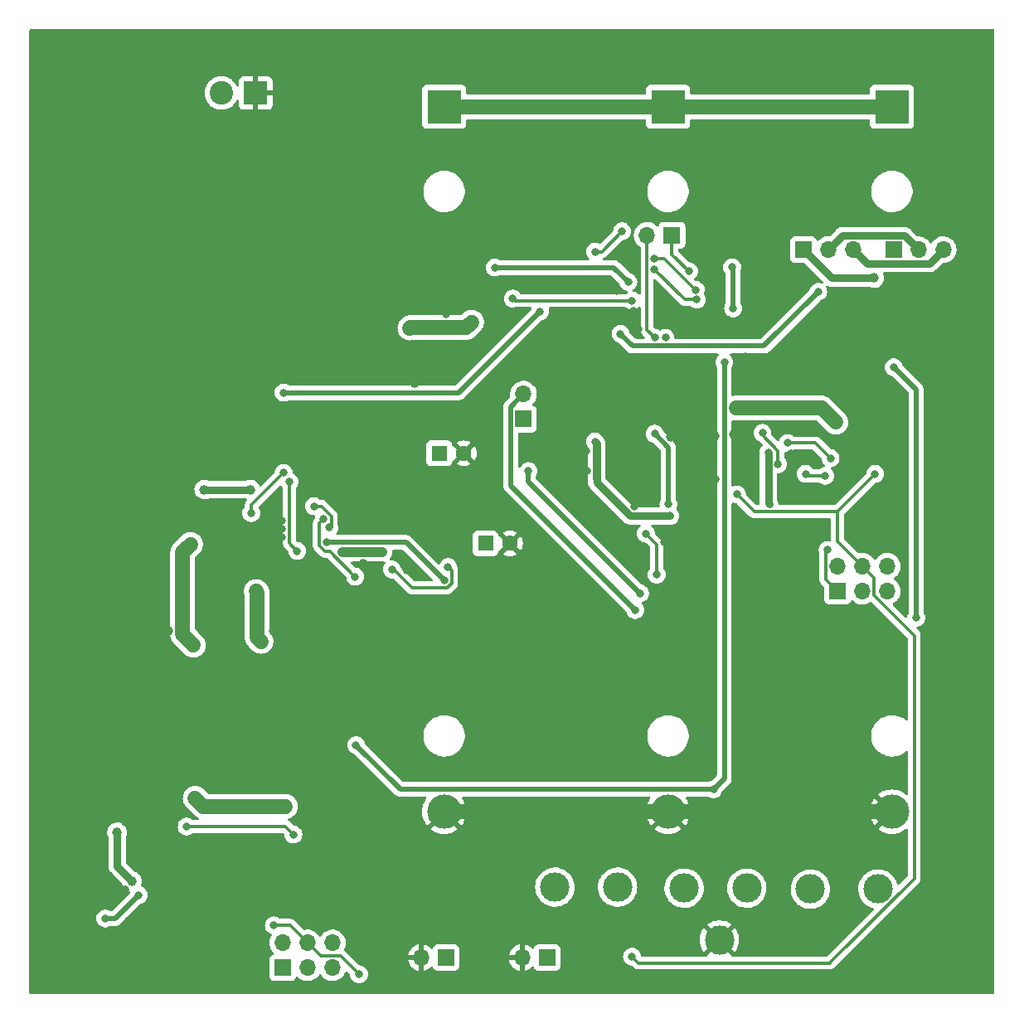
<source format=gbr>
%TF.GenerationSoftware,KiCad,Pcbnew,6.0.2-378541a8eb~116~ubuntu20.04.1*%
%TF.CreationDate,2022-04-05T22:24:08-04:00*%
%TF.ProjectId,power_board,706f7765-725f-4626-9f61-72642e6b6963,rev?*%
%TF.SameCoordinates,Original*%
%TF.FileFunction,Copper,L4,Bot*%
%TF.FilePolarity,Positive*%
%FSLAX46Y46*%
G04 Gerber Fmt 4.6, Leading zero omitted, Abs format (unit mm)*
G04 Created by KiCad (PCBNEW 6.0.2-378541a8eb~116~ubuntu20.04.1) date 2022-04-05 22:24:08*
%MOMM*%
%LPD*%
G01*
G04 APERTURE LIST*
%TA.AperFunction,ComponentPad*%
%ADD10C,3.000000*%
%TD*%
%TA.AperFunction,ComponentPad*%
%ADD11R,1.600000X1.600000*%
%TD*%
%TA.AperFunction,ComponentPad*%
%ADD12C,1.600000*%
%TD*%
%TA.AperFunction,ComponentPad*%
%ADD13R,1.700000X1.700000*%
%TD*%
%TA.AperFunction,ComponentPad*%
%ADD14O,1.700000X1.700000*%
%TD*%
%TA.AperFunction,ComponentPad*%
%ADD15R,2.400000X2.400000*%
%TD*%
%TA.AperFunction,ComponentPad*%
%ADD16C,2.400000*%
%TD*%
%TA.AperFunction,ComponentPad*%
%ADD17R,3.500000X3.500000*%
%TD*%
%TA.AperFunction,ComponentPad*%
%ADD18C,3.500000*%
%TD*%
%TA.AperFunction,ViaPad*%
%ADD19C,0.800000*%
%TD*%
%TA.AperFunction,ViaPad*%
%ADD20C,1.000000*%
%TD*%
%TA.AperFunction,ViaPad*%
%ADD21C,1.500000*%
%TD*%
%TA.AperFunction,Conductor*%
%ADD22C,0.750000*%
%TD*%
%TA.AperFunction,Conductor*%
%ADD23C,0.500000*%
%TD*%
%TA.AperFunction,Conductor*%
%ADD24C,1.500000*%
%TD*%
%TA.AperFunction,Conductor*%
%ADD25C,0.300000*%
%TD*%
%TA.AperFunction,Conductor*%
%ADD26C,1.000000*%
%TD*%
G04 APERTURE END LIST*
D10*
%TO.P,TP18,1,1*%
%TO.N,GND*%
X107500000Y-113200000D03*
%TD*%
D11*
%TO.P,C11,1*%
%TO.N,Net-(C11-Pad1)*%
X83617620Y-72700000D03*
D12*
%TO.P,C11,2*%
%TO.N,GND*%
X86117620Y-72700000D03*
%TD*%
D13*
%TO.P,J10,1,Pin_1*%
%TO.N,SDA*%
X102662500Y-41225000D03*
D14*
%TO.P,J10,2,Pin_2*%
%TO.N,SCL*%
X100122500Y-41225000D03*
%TD*%
D13*
%TO.P,J6,1,Pin_1*%
%TO.N,TP12*%
X116075000Y-42700000D03*
D14*
%TO.P,J6,2,Pin_2*%
%TO.N,TP15*%
X118615000Y-42700000D03*
%TO.P,J6,3,Pin_3*%
%TO.N,TP17*%
X121155000Y-42700000D03*
%TD*%
D10*
%TO.P,TP17,1,1*%
%TO.N,TP17*%
X123700000Y-108000000D03*
%TD*%
D13*
%TO.P,J13,1,Pin_1*%
%TO.N,RUN_5*%
X79600000Y-115000000D03*
D14*
%TO.P,J13,2,Pin_2*%
%TO.N,GND*%
X77060000Y-115000000D03*
%TD*%
D10*
%TO.P,TP14,1,1*%
%TO.N,TP14*%
X103900000Y-107900000D03*
%TD*%
D15*
%TO.P,J1,1,Pin_1*%
%TO.N,GND*%
X60150000Y-26700000D03*
D16*
%TO.P,J1,2,Pin_2*%
%TO.N,TP16*%
X56650000Y-26700000D03*
%TD*%
D10*
%TO.P,TP15,1,1*%
%TO.N,TP15*%
X110300000Y-107900000D03*
%TD*%
D13*
%TO.P,J8,1,Pin_1*%
%TO.N,Net-(J8-Pad1)*%
X62920000Y-116040000D03*
D14*
%TO.P,J8,2,Pin_2*%
%TO.N,unconnected-(J8-Pad2)*%
X62920000Y-113500000D03*
%TO.P,J8,3,Pin_3*%
%TO.N,Net-(J8-Pad3)*%
X65460000Y-116040000D03*
%TO.P,J8,4,Pin_4*%
%TO.N,RUN_3.3*%
X65460000Y-113500000D03*
%TO.P,J8,5,Pin_5*%
%TO.N,unconnected-(J8-Pad5)*%
X68000000Y-116040000D03*
%TO.P,J8,6,Pin_6*%
%TO.N,Net-(J8-Pad6)*%
X68000000Y-113500000D03*
%TD*%
D10*
%TO.P,TP16,1,1*%
%TO.N,TP16*%
X116800000Y-108000000D03*
%TD*%
D13*
%TO.P,J7,1,Pin_1*%
%TO.N,TP12*%
X125275000Y-42700000D03*
D14*
%TO.P,J7,2,Pin_2*%
%TO.N,TP15*%
X127815000Y-42700000D03*
%TO.P,J7,3,Pin_3*%
%TO.N,TP17*%
X130355000Y-42700000D03*
%TD*%
D13*
%TO.P,J2,1,Pin_1*%
%TO.N,TP13*%
X87500000Y-60000000D03*
D14*
%TO.P,J2,2,Pin_2*%
%TO.N,TP14*%
X87500000Y-57460000D03*
%TD*%
D10*
%TO.P,TP12,1,1*%
%TO.N,TP12*%
X90700000Y-107800000D03*
%TD*%
D13*
%TO.P,J12,1,Pin_1*%
%TO.N,RUN_3.3*%
X89900000Y-115000000D03*
D14*
%TO.P,J12,2,Pin_2*%
%TO.N,GND*%
X87360000Y-115000000D03*
%TD*%
D10*
%TO.P,TP13,1,1*%
%TO.N,TP13*%
X97100000Y-107800000D03*
%TD*%
D13*
%TO.P,J3,1,Pin_1*%
%TO.N,Net-(J3-Pad1)*%
X119571200Y-77575000D03*
D14*
%TO.P,J3,2,Pin_2*%
%TO.N,unconnected-(J3-Pad2)*%
X119571200Y-75035000D03*
%TO.P,J3,3,Pin_3*%
%TO.N,Net-(J3-Pad3)*%
X122111200Y-77575000D03*
%TO.P,J3,4,Pin_4*%
%TO.N,RUN_5*%
X122111200Y-75035000D03*
%TO.P,J3,5,Pin_5*%
%TO.N,unconnected-(J3-Pad5)*%
X124651200Y-77575000D03*
%TO.P,J3,6,Pin_6*%
%TO.N,Net-(J3-Pad6)*%
X124651200Y-75035000D03*
%TD*%
D11*
%TO.P,C9,1*%
%TO.N,Net-(C10-Pad1)*%
X78900000Y-63500000D03*
D12*
%TO.P,C9,2*%
%TO.N,GND*%
X81400000Y-63500000D03*
%TD*%
D17*
%TO.P,BT2,1,+*%
%TO.N,TP12*%
X125120000Y-28100000D03*
D18*
%TO.P,BT2,2,-*%
%TO.N,GND*%
X125120000Y-100100000D03*
%TD*%
D17*
%TO.P,BT1,1,+*%
%TO.N,TP12*%
X102260000Y-28100000D03*
D18*
%TO.P,BT1,2,-*%
%TO.N,GND*%
X102260000Y-100100000D03*
%TD*%
D17*
%TO.P,BT3,1,+*%
%TO.N,TP12*%
X79400000Y-28100000D03*
D18*
%TO.P,BT3,2,-*%
%TO.N,GND*%
X79400000Y-100100000D03*
%TD*%
D19*
%TO.N,TP15*%
X108800000Y-44500000D03*
X106900000Y-97800000D03*
X108900000Y-48700000D03*
X70400000Y-93300000D03*
X108000000Y-54200000D03*
%TO.N,TP12*%
X89200000Y-49000000D03*
D20*
X123300000Y-45600000D03*
D19*
X63000000Y-57300000D03*
%TO.N,TP16*%
X88000000Y-65300000D03*
D21*
X82200000Y-50100000D03*
X75900000Y-50700000D03*
D19*
X99400000Y-77800000D03*
%TO.N,IV_IN+1*%
X94800000Y-42900000D03*
X97560200Y-40813000D03*
X100872000Y-43627487D03*
X105076027Y-46808216D03*
%TO.N,IV_IN-1*%
X100872000Y-44700000D03*
X105200000Y-47800000D03*
%TO.N,IV_IN+3*%
X86400500Y-47700000D03*
X98600000Y-47900000D03*
%TO.N,IV_IN-3*%
X98200000Y-46000000D03*
X84572535Y-44527465D03*
%TO.N,Net-(C11-Pad1)*%
X64378521Y-73468258D03*
D20*
X69000701Y-73599299D03*
D19*
X63600000Y-66400000D03*
D20*
X73100000Y-73549500D03*
D21*
%TO.N,Net-(C13-Pad1)*%
X109200000Y-58866600D03*
X119400000Y-60325000D03*
D19*
X94800000Y-62300000D03*
X102483049Y-69883048D03*
%TO.N,Net-(C16-Pad1)*%
X67100000Y-70200000D03*
X70300000Y-76100000D03*
%TO.N,Net-(C19-Pad1)*%
X66100000Y-68900000D03*
X67655071Y-71075500D03*
%TO.N,Net-(C20-Pad1)*%
X112600000Y-68700000D03*
X112500000Y-63400000D03*
%TO.N,Net-(C20-Pad2)*%
X111900000Y-61400000D03*
X113500000Y-64600000D03*
%TO.N,Net-(C22-Pad1)*%
X118300000Y-65800000D03*
X116300000Y-65600000D03*
D21*
%TO.N,Net-(C23-Pad1)*%
X60700000Y-82700000D03*
X60200000Y-77600000D03*
%TO.N,Net-(C26-Pad1)*%
X53800000Y-83100000D03*
X53500000Y-72800000D03*
D19*
%TO.N,TP17*%
X125300000Y-54700000D03*
X97400000Y-51300000D03*
X127600000Y-80300000D03*
X117600000Y-47000000D03*
D20*
%TO.N,Net-(C36-Pad1)*%
X47500000Y-107200000D03*
D21*
X63200000Y-99550000D03*
D20*
X46000000Y-102200000D03*
D21*
X53975000Y-98725000D03*
D19*
%TO.N,TP14*%
X98900000Y-79500000D03*
%TO.N,Net-(J3-Pad1)*%
X118550000Y-73375000D03*
%TO.N,Net-(R11-Pad1)*%
X100900000Y-61500000D03*
X102300000Y-68700000D03*
%TO.N,Net-(R10-Pad2)*%
X101100000Y-75900000D03*
X100000000Y-71700000D03*
%TO.N,Net-(R15-Pad1)*%
X67400000Y-72600000D03*
X79400000Y-76500000D03*
%TO.N,Net-(R18-Pad1)*%
X79800000Y-75100000D03*
X74050498Y-75350000D03*
%TO.N,Net-(R19-Pad1)*%
X114462020Y-62442300D03*
X118853652Y-63992406D03*
D20*
%TO.N,Net-(R27-Pad1)*%
X59600000Y-67200000D03*
X54900000Y-67200000D03*
D19*
%TO.N,Net-(R27-Pad2)*%
X63000000Y-65500000D03*
X59700000Y-69600000D03*
%TO.N,Net-(R41-Pad2)*%
X48200000Y-108600000D03*
X44800000Y-111000000D03*
%TO.N,Net-(R44-Pad1)*%
X64000000Y-102424500D03*
X53100000Y-101600000D03*
%TO.N,SCL*%
X100900000Y-51700000D03*
%TO.N,SDA*%
X102000000Y-51700000D03*
X104400000Y-44900000D03*
%TO.N,RUN_5*%
X123400000Y-65600000D03*
X109300000Y-67700000D03*
X98575000Y-114900000D03*
%TO.N,RUN_3.3*%
X70700000Y-116700000D03*
X62000000Y-111700000D03*
%TO.N,GND*%
X121725000Y-60525000D03*
X61400000Y-89000000D03*
D20*
X80600000Y-73000000D03*
X107000000Y-61700000D03*
D19*
X132600000Y-65200000D03*
X105700000Y-66000000D03*
X62800000Y-72100000D03*
X70400000Y-66700000D03*
X57200000Y-97400000D03*
D20*
X48632860Y-80367140D03*
D19*
X119000000Y-62000000D03*
X62850500Y-70400000D03*
X50400000Y-101400000D03*
X58300000Y-96900000D03*
X110100000Y-51300000D03*
X96700000Y-63400000D03*
X43400000Y-103100000D03*
X125000000Y-50300000D03*
X44400000Y-107100000D03*
D20*
X68700000Y-81700000D03*
X48500000Y-78800000D03*
D19*
X129800000Y-50100000D03*
X68900000Y-111100000D03*
D20*
X76000000Y-54300000D03*
D19*
X64400000Y-100925500D03*
X132600000Y-57700000D03*
X79600000Y-49300000D03*
X76300000Y-108600000D03*
D20*
X102571398Y-61828602D03*
D19*
X97000000Y-46900000D03*
X56500000Y-88900000D03*
X46800000Y-101200000D03*
X43100000Y-104900000D03*
X110000000Y-65300000D03*
D21*
X65200000Y-50400000D03*
D20*
X56100000Y-53900000D03*
D19*
X73700000Y-88900000D03*
X76400000Y-103700000D03*
X115700000Y-53300000D03*
X117600000Y-50200000D03*
D20*
X45700000Y-62400000D03*
D19*
X98500000Y-65000000D03*
X71600000Y-68200000D03*
D20*
X68700000Y-54100000D03*
D19*
X53700000Y-108500000D03*
D21*
X83000000Y-67300000D03*
D20*
X63500000Y-81400000D03*
D19*
X53800000Y-110300000D03*
X94000000Y-65300000D03*
X124800000Y-72700000D03*
D20*
X104700000Y-61700000D03*
D19*
X46786492Y-108043781D03*
X48250000Y-73050000D03*
X62850500Y-71200000D03*
D20*
X48400000Y-61700000D03*
X75615609Y-75342765D03*
D19*
X132500000Y-70000000D03*
X94000000Y-67300000D03*
X131500000Y-50100000D03*
X76200000Y-110300000D03*
D20*
X75900000Y-81100000D03*
D19*
X132500000Y-71800000D03*
D20*
X51300000Y-54100000D03*
D19*
X68600000Y-95600000D03*
X97800000Y-66100000D03*
X68800000Y-88900000D03*
X66700000Y-65800000D03*
X112700000Y-50300000D03*
X116900000Y-72900000D03*
X44200000Y-102700000D03*
X120000000Y-56200000D03*
X73700000Y-111100000D03*
X70900000Y-70900000D03*
X107150500Y-66100000D03*
X98800000Y-68900000D03*
X59200000Y-102700000D03*
D20*
X62000000Y-81600000D03*
D19*
X132600000Y-52900000D03*
X110100000Y-72000000D03*
X60700000Y-59000000D03*
D20*
X48800000Y-66200000D03*
X76200000Y-68900000D03*
D19*
X114800000Y-63500000D03*
D21*
X67000000Y-52300000D03*
D19*
X56600000Y-110900000D03*
D20*
X76200000Y-66800000D03*
D19*
X53700000Y-91300000D03*
X109800000Y-70100000D03*
X110200000Y-53600000D03*
D20*
X56100000Y-81500000D03*
D19*
X93900000Y-63300000D03*
X124900000Y-56400000D03*
X54100000Y-103800000D03*
D20*
X76300000Y-61100000D03*
D19*
X52900000Y-105500000D03*
X101900000Y-72600000D03*
X53800000Y-89700000D03*
D20*
X73500000Y-54100000D03*
D19*
X54500000Y-63300000D03*
D20*
X48800000Y-67900000D03*
D19*
X76300000Y-96200000D03*
X51800000Y-101500000D03*
X45200000Y-106600000D03*
X60300000Y-110900000D03*
X47200000Y-111200000D03*
X112800000Y-72800000D03*
D20*
X59200000Y-91400000D03*
D21*
X70000000Y-78700000D03*
D19*
X111000000Y-50200000D03*
X98800000Y-68100000D03*
X79300000Y-48400000D03*
X97600000Y-63800000D03*
X98690879Y-48949662D03*
X99200000Y-50800000D03*
D20*
X76400000Y-56350500D03*
D19*
X125200000Y-67600000D03*
X76400000Y-89700000D03*
X76400000Y-91400000D03*
X65725000Y-99625000D03*
X129900000Y-72600000D03*
D20*
X48400000Y-56800000D03*
D19*
X53900000Y-96300000D03*
D20*
X51200000Y-81600000D03*
D19*
X48300000Y-101200000D03*
D21*
X44900000Y-85700000D03*
D20*
X109600000Y-57100000D03*
D19*
X113800000Y-56400000D03*
D20*
X60900000Y-54200000D03*
X73500000Y-81500000D03*
D21*
X42800000Y-86100000D03*
D20*
X63500000Y-54200000D03*
X75900000Y-79000000D03*
X48900000Y-69600000D03*
D19*
X67000000Y-95600000D03*
D20*
X71100000Y-74749000D03*
X108949500Y-61588480D03*
D19*
X64317572Y-94987860D03*
X64300000Y-96400000D03*
D20*
X48900000Y-54400000D03*
%TD*%
D22*
%TO.N,TP15*%
X126390489Y-41275489D02*
X120039511Y-41275489D01*
D23*
X108900000Y-48700000D02*
X108900000Y-44600000D01*
D22*
X127815000Y-42700000D02*
X126390489Y-41275489D01*
D23*
X108900000Y-44600000D02*
X108800000Y-44500000D01*
D22*
X120039511Y-41275489D02*
X118615000Y-42700000D01*
D23*
X108000000Y-96700000D02*
X106900000Y-97800000D01*
X106900000Y-97800000D02*
X74900000Y-97800000D01*
X74900000Y-97800000D02*
X70400000Y-93300000D01*
X108000000Y-54200000D02*
X108000000Y-96700000D01*
D22*
%TO.N,TP12*%
X123300000Y-45600000D02*
X118975000Y-45600000D01*
X118975000Y-45600000D02*
X116075000Y-42700000D01*
D24*
X102260000Y-28100000D02*
X125120000Y-28100000D01*
X79400000Y-28100000D02*
X102260000Y-28100000D01*
D23*
X80900000Y-57300000D02*
X89200000Y-49000000D01*
X63000000Y-57300000D02*
X80900000Y-57300000D01*
D24*
%TO.N,TP16*%
X75950489Y-50649511D02*
X75900000Y-50700000D01*
D23*
X99400000Y-77800000D02*
X88000000Y-66400000D01*
X88000000Y-66400000D02*
X88000000Y-65300000D01*
D24*
X81650489Y-50649511D02*
X75950489Y-50649511D01*
X81650489Y-50649511D02*
X82200000Y-50100000D01*
D25*
%TO.N,IV_IN+1*%
X97560200Y-40813000D02*
X95473200Y-42900000D01*
X95473200Y-42900000D02*
X94800000Y-42900000D01*
X101895298Y-43627487D02*
X100872000Y-43627487D01*
X105076027Y-46808216D02*
X101895298Y-43627487D01*
%TO.N,IV_IN-1*%
X105200000Y-47800000D02*
X103972000Y-47800000D01*
X103972000Y-47800000D02*
X100872000Y-44700000D01*
%TO.N,IV_IN+3*%
X86600500Y-47900000D02*
X86400500Y-47700000D01*
X98600000Y-47900000D02*
X86600500Y-47900000D01*
D23*
%TO.N,IV_IN-3*%
X96727465Y-44527465D02*
X98200000Y-46000000D01*
X84572535Y-44527465D02*
X96727465Y-44527465D01*
D26*
%TO.N,Net-(C11-Pad1)*%
X73100000Y-73549500D02*
X69050500Y-73549500D01*
D25*
X63600000Y-72689737D02*
X64378521Y-73468258D01*
X63600000Y-66400000D02*
X63600000Y-72689737D01*
D26*
X69050500Y-73549500D02*
X69000701Y-73599299D01*
D22*
%TO.N,Net-(C13-Pad1)*%
X94974511Y-66452679D02*
X98404880Y-69883048D01*
X94974511Y-62474511D02*
X94974511Y-66452679D01*
X94800000Y-62300000D02*
X94974511Y-62474511D01*
D24*
X117941600Y-58866600D02*
X109200000Y-58866600D01*
D23*
X94849511Y-62349511D02*
X94800000Y-62300000D01*
X98581657Y-69883048D02*
X94849511Y-66150902D01*
D22*
X98404880Y-69883048D02*
X102483049Y-69883048D01*
D23*
X102483049Y-69883048D02*
X98581657Y-69883048D01*
X94849511Y-66150902D02*
X94849511Y-62349511D01*
D24*
X119400000Y-60325000D02*
X117941600Y-58866600D01*
D25*
%TO.N,Net-(C16-Pad1)*%
X66650489Y-72910459D02*
X66650489Y-70649511D01*
X70300000Y-76100000D02*
X67710459Y-73510459D01*
X66650489Y-70649511D02*
X67100000Y-70200000D01*
X67250489Y-73510459D02*
X66650489Y-72910459D01*
X67710459Y-73510459D02*
X67250489Y-73510459D01*
%TO.N,Net-(C19-Pad1)*%
X67878481Y-69918511D02*
X67878481Y-70852090D01*
X67878481Y-70852090D02*
X67655071Y-71075500D01*
X66100000Y-68900000D02*
X66859970Y-68900000D01*
X66859970Y-68900000D02*
X67878481Y-69918511D01*
D22*
%TO.N,Net-(C20-Pad1)*%
X112500000Y-63400000D02*
X112500000Y-68600000D01*
X112500000Y-68600000D02*
X112600000Y-68700000D01*
D25*
%TO.N,Net-(C20-Pad2)*%
X113500000Y-64600000D02*
X113500000Y-63259970D01*
X113500000Y-63259970D02*
X111900000Y-61659970D01*
X111900000Y-61659970D02*
X111900000Y-61400000D01*
%TO.N,Net-(C22-Pad1)*%
X118300000Y-65800000D02*
X116500000Y-65800000D01*
X116500000Y-65800000D02*
X116300000Y-65600000D01*
D24*
%TO.N,Net-(C23-Pad1)*%
X60200000Y-77600000D02*
X60300000Y-77700000D01*
X60300000Y-77700000D02*
X60300000Y-82300000D01*
X60300000Y-82300000D02*
X60700000Y-82700000D01*
%TO.N,Net-(C26-Pad1)*%
X52690000Y-73610000D02*
X53500000Y-72800000D01*
X52690000Y-81990000D02*
X52690000Y-73610000D01*
X53800000Y-83100000D02*
X52690000Y-81990000D01*
D22*
%TO.N,TP17*%
X128930489Y-44124511D02*
X122579511Y-44124511D01*
D23*
X98649511Y-52549511D02*
X112050489Y-52549511D01*
X127600000Y-57000000D02*
X125300000Y-54700000D01*
D22*
X130355000Y-42700000D02*
X128930489Y-44124511D01*
D23*
X127600000Y-80300000D02*
X127600000Y-57000000D01*
D22*
X122579511Y-44124511D02*
X121155000Y-42700000D01*
D23*
X97400000Y-51300000D02*
X98649511Y-52549511D01*
X112050489Y-52549511D02*
X117600000Y-47000000D01*
D22*
%TO.N,Net-(C36-Pad1)*%
X46000000Y-102200000D02*
X46000000Y-105700000D01*
D24*
X53975000Y-98725000D02*
X54800000Y-99550000D01*
D22*
X46000000Y-105700000D02*
X47500000Y-107200000D01*
D24*
X54800000Y-99550000D02*
X63200000Y-99550000D01*
D23*
%TO.N,TP14*%
X86200489Y-66800489D02*
X86200489Y-58759511D01*
X86200489Y-58759511D02*
X87500000Y-57460000D01*
X98900000Y-79500000D02*
X86200489Y-66800489D01*
D25*
%TO.N,Net-(J3-Pad1)*%
X119571200Y-77575000D02*
X118371689Y-76375489D01*
X118371689Y-76375489D02*
X118371689Y-73553311D01*
X118371689Y-73553311D02*
X118550000Y-73375000D01*
D23*
%TO.N,Net-(R11-Pad1)*%
X102300000Y-62900000D02*
X102300000Y-68700000D01*
X100900000Y-61500000D02*
X102300000Y-62900000D01*
D25*
%TO.N,Net-(R10-Pad2)*%
X100000000Y-71700000D02*
X101100000Y-72800000D01*
X101100000Y-72800000D02*
X101100000Y-75900000D01*
D23*
%TO.N,Net-(R15-Pad1)*%
X75500000Y-72600000D02*
X67400000Y-72600000D01*
X79400000Y-76500000D02*
X75500000Y-72600000D01*
D25*
%TO.N,Net-(R18-Pad1)*%
X74250000Y-75350000D02*
X76149511Y-77249511D01*
X80149511Y-76810459D02*
X80149511Y-75449511D01*
X76149511Y-77249511D02*
X79710459Y-77249511D01*
X74050498Y-75350000D02*
X74250000Y-75350000D01*
X79710459Y-77249511D02*
X80149511Y-76810459D01*
X80149511Y-75449511D02*
X79800000Y-75100000D01*
%TO.N,Net-(R19-Pad1)*%
X117303546Y-62442300D02*
X114462020Y-62442300D01*
X118853652Y-63992406D02*
X117303546Y-62442300D01*
D22*
%TO.N,Net-(R27-Pad1)*%
X59600000Y-67200000D02*
X54900000Y-67200000D01*
D25*
%TO.N,Net-(R27-Pad2)*%
X59700000Y-68800000D02*
X59700000Y-69600000D01*
X63000000Y-65500000D02*
X59700000Y-68800000D01*
D23*
%TO.N,Net-(R41-Pad2)*%
X44800000Y-111000000D02*
X45800000Y-111000000D01*
X45800000Y-111000000D02*
X48200000Y-108600000D01*
D25*
%TO.N,Net-(R44-Pad1)*%
X64000000Y-102424500D02*
X63175500Y-101600000D01*
X63175500Y-101600000D02*
X53100000Y-101600000D01*
%TO.N,SCL*%
X100122500Y-50922500D02*
X100900000Y-51700000D01*
X100122500Y-41225000D02*
X100122500Y-50922500D01*
%TO.N,SDA*%
X104400000Y-44900000D02*
X102662500Y-43162500D01*
X102662500Y-43162500D02*
X102662500Y-41225000D01*
%TO.N,RUN_5*%
X111049511Y-69449511D02*
X119550489Y-69449511D01*
X99224511Y-115549511D02*
X98575000Y-114900000D01*
X118907802Y-115407802D02*
X127400000Y-106915605D01*
X119550489Y-72474289D02*
X122111200Y-75035000D01*
X123310711Y-76234511D02*
X122111200Y-75035000D01*
X118766093Y-115549511D02*
X118907802Y-115407802D01*
X119550489Y-69449511D02*
X119550489Y-72474289D01*
X99224511Y-115549511D02*
X118766093Y-115549511D01*
X123310711Y-78010711D02*
X123310711Y-76234511D01*
X118766094Y-115549511D02*
X118907802Y-115407802D01*
X119550489Y-69449511D02*
X123400000Y-65600000D01*
X127400000Y-82100000D02*
X123310711Y-78010711D01*
X127400000Y-106915605D02*
X127400000Y-82100000D01*
X109300000Y-67700000D02*
X111049511Y-69449511D01*
%TO.N,RUN_3.3*%
X63660000Y-111700000D02*
X65460000Y-113500000D01*
X68840489Y-114840489D02*
X66800489Y-114840489D01*
X62000000Y-111700000D02*
X63660000Y-111700000D01*
X70700000Y-116700000D02*
X68840489Y-114840489D01*
X66800489Y-114840489D02*
X65460000Y-113500000D01*
D24*
%TO.N,GND*%
X79400000Y-100100000D02*
X125120000Y-100100000D01*
D26*
X102260000Y-100100000D02*
X125120000Y-100100000D01*
X79400000Y-100100000D02*
X102260000Y-100100000D01*
%TD*%
%TA.AperFunction,Conductor*%
%TO.N,GND*%
G36*
X135534121Y-20203002D02*
G01*
X135580614Y-20256658D01*
X135592000Y-20309000D01*
X135592000Y-118566000D01*
X135571998Y-118634121D01*
X135518342Y-118680614D01*
X135466000Y-118692000D01*
X37159000Y-118692000D01*
X37090879Y-118671998D01*
X37044386Y-118618342D01*
X37033000Y-118566000D01*
X37033000Y-111000000D01*
X43886496Y-111000000D01*
X43906458Y-111189928D01*
X43965473Y-111371556D01*
X43968776Y-111377278D01*
X43968777Y-111377279D01*
X44002686Y-111436010D01*
X44060960Y-111536944D01*
X44065378Y-111541851D01*
X44065379Y-111541852D01*
X44156286Y-111642814D01*
X44188747Y-111678866D01*
X44241025Y-111716848D01*
X44337904Y-111787235D01*
X44343248Y-111791118D01*
X44349276Y-111793802D01*
X44349278Y-111793803D01*
X44511681Y-111866109D01*
X44517712Y-111868794D01*
X44586263Y-111883365D01*
X44698056Y-111907128D01*
X44698061Y-111907128D01*
X44704513Y-111908500D01*
X44895487Y-111908500D01*
X44901939Y-111907128D01*
X44901944Y-111907128D01*
X45013737Y-111883365D01*
X45082288Y-111868794D01*
X45088319Y-111866109D01*
X45250722Y-111793803D01*
X45250724Y-111793802D01*
X45256752Y-111791118D01*
X45262091Y-111787239D01*
X45262098Y-111787235D01*
X45268528Y-111782563D01*
X45342587Y-111758500D01*
X45732930Y-111758500D01*
X45751880Y-111759933D01*
X45766115Y-111762099D01*
X45766119Y-111762099D01*
X45773349Y-111763199D01*
X45780641Y-111762606D01*
X45780644Y-111762606D01*
X45826018Y-111758915D01*
X45836233Y-111758500D01*
X45844293Y-111758500D01*
X45857583Y-111756951D01*
X45872507Y-111755211D01*
X45876882Y-111754778D01*
X45942339Y-111749454D01*
X45942342Y-111749453D01*
X45949637Y-111748860D01*
X45956601Y-111746604D01*
X45962560Y-111745413D01*
X45968415Y-111744029D01*
X45975681Y-111743182D01*
X46044327Y-111718265D01*
X46048455Y-111716848D01*
X46100462Y-111700000D01*
X61086496Y-111700000D01*
X61087186Y-111706565D01*
X61103955Y-111866109D01*
X61106458Y-111889928D01*
X61165473Y-112071556D01*
X61260960Y-112236944D01*
X61265378Y-112241851D01*
X61265379Y-112241852D01*
X61373652Y-112362101D01*
X61388747Y-112378866D01*
X61543248Y-112491118D01*
X61549276Y-112493802D01*
X61549278Y-112493803D01*
X61649878Y-112538593D01*
X61717712Y-112568794D01*
X61718071Y-112568870D01*
X61774769Y-112607636D01*
X61802408Y-112673032D01*
X61790304Y-112742989D01*
X61781322Y-112758397D01*
X61734743Y-112826680D01*
X61640688Y-113029305D01*
X61580989Y-113244570D01*
X61557251Y-113466695D01*
X61557548Y-113471848D01*
X61557548Y-113471851D01*
X61563202Y-113569908D01*
X61570110Y-113689715D01*
X61571247Y-113694761D01*
X61571248Y-113694767D01*
X61584906Y-113755369D01*
X61619222Y-113907639D01*
X61680673Y-114058976D01*
X61700938Y-114108882D01*
X61703266Y-114114616D01*
X61743273Y-114179902D01*
X61817291Y-114300688D01*
X61819987Y-114305088D01*
X61966250Y-114473938D01*
X61970230Y-114477242D01*
X61974981Y-114481187D01*
X62014616Y-114540090D01*
X62016113Y-114611071D01*
X61978997Y-114671593D01*
X61938725Y-114696112D01*
X61883978Y-114716636D01*
X61823295Y-114739385D01*
X61706739Y-114826739D01*
X61619385Y-114943295D01*
X61568255Y-115079684D01*
X61561500Y-115141866D01*
X61561500Y-116938134D01*
X61568255Y-117000316D01*
X61619385Y-117136705D01*
X61706739Y-117253261D01*
X61823295Y-117340615D01*
X61959684Y-117391745D01*
X62021866Y-117398500D01*
X63818134Y-117398500D01*
X63880316Y-117391745D01*
X64016705Y-117340615D01*
X64133261Y-117253261D01*
X64220615Y-117136705D01*
X64242893Y-117077279D01*
X64264598Y-117019382D01*
X64307240Y-116962618D01*
X64373802Y-116937918D01*
X64443150Y-116953126D01*
X64477817Y-116981114D01*
X64506250Y-117013938D01*
X64678126Y-117156632D01*
X64871000Y-117269338D01*
X65079692Y-117349030D01*
X65084760Y-117350061D01*
X65084763Y-117350062D01*
X65192017Y-117371883D01*
X65298597Y-117393567D01*
X65303772Y-117393757D01*
X65303774Y-117393757D01*
X65516673Y-117401564D01*
X65516677Y-117401564D01*
X65521837Y-117401753D01*
X65526957Y-117401097D01*
X65526959Y-117401097D01*
X65738288Y-117374025D01*
X65738289Y-117374025D01*
X65743416Y-117373368D01*
X65748366Y-117371883D01*
X65952429Y-117310661D01*
X65952434Y-117310659D01*
X65957384Y-117309174D01*
X66157994Y-117210896D01*
X66339860Y-117081173D01*
X66498096Y-116923489D01*
X66628453Y-116742077D01*
X66629776Y-116743028D01*
X66676645Y-116699857D01*
X66746580Y-116687625D01*
X66812026Y-116715144D01*
X66839875Y-116746994D01*
X66855852Y-116773066D01*
X66899987Y-116845088D01*
X67046250Y-117013938D01*
X67218126Y-117156632D01*
X67411000Y-117269338D01*
X67619692Y-117349030D01*
X67624760Y-117350061D01*
X67624763Y-117350062D01*
X67732017Y-117371883D01*
X67838597Y-117393567D01*
X67843772Y-117393757D01*
X67843774Y-117393757D01*
X68056673Y-117401564D01*
X68056677Y-117401564D01*
X68061837Y-117401753D01*
X68066957Y-117401097D01*
X68066959Y-117401097D01*
X68278288Y-117374025D01*
X68278289Y-117374025D01*
X68283416Y-117373368D01*
X68288366Y-117371883D01*
X68492429Y-117310661D01*
X68492434Y-117310659D01*
X68497384Y-117309174D01*
X68697994Y-117210896D01*
X68879860Y-117081173D01*
X69038096Y-116923489D01*
X69168453Y-116742077D01*
X69189320Y-116699857D01*
X69265136Y-116546453D01*
X69265137Y-116546451D01*
X69267430Y-116541811D01*
X69277073Y-116510072D01*
X69286306Y-116479684D01*
X69325248Y-116420320D01*
X69390102Y-116391434D01*
X69460278Y-116402196D01*
X69495959Y-116427219D01*
X69757030Y-116688290D01*
X69791056Y-116750602D01*
X69793244Y-116764211D01*
X69806458Y-116889928D01*
X69865473Y-117071556D01*
X69868776Y-117077278D01*
X69868777Y-117077279D01*
X69871025Y-117081173D01*
X69960960Y-117236944D01*
X69965378Y-117241851D01*
X69965379Y-117241852D01*
X70084325Y-117373955D01*
X70088747Y-117378866D01*
X70243248Y-117491118D01*
X70249276Y-117493802D01*
X70249278Y-117493803D01*
X70411681Y-117566109D01*
X70417712Y-117568794D01*
X70511112Y-117588647D01*
X70598056Y-117607128D01*
X70598061Y-117607128D01*
X70604513Y-117608500D01*
X70795487Y-117608500D01*
X70801939Y-117607128D01*
X70801944Y-117607128D01*
X70888888Y-117588647D01*
X70982288Y-117568794D01*
X70988319Y-117566109D01*
X71150722Y-117493803D01*
X71150724Y-117493802D01*
X71156752Y-117491118D01*
X71311253Y-117378866D01*
X71315675Y-117373955D01*
X71434621Y-117241852D01*
X71434622Y-117241851D01*
X71439040Y-117236944D01*
X71528975Y-117081173D01*
X71531223Y-117077279D01*
X71531224Y-117077278D01*
X71534527Y-117071556D01*
X71593542Y-116889928D01*
X71613504Y-116700000D01*
X71596878Y-116541811D01*
X71594232Y-116516635D01*
X71594232Y-116516633D01*
X71593542Y-116510072D01*
X71534527Y-116328444D01*
X71439040Y-116163056D01*
X71425250Y-116147740D01*
X71315675Y-116026045D01*
X71315674Y-116026044D01*
X71311253Y-116021134D01*
X71156752Y-115908882D01*
X71150724Y-115906198D01*
X71150722Y-115906197D01*
X70988319Y-115833891D01*
X70988318Y-115833891D01*
X70982288Y-115831206D01*
X70888888Y-115811353D01*
X70801944Y-115792872D01*
X70801939Y-115792872D01*
X70795487Y-115791500D01*
X70774950Y-115791500D01*
X70706829Y-115771498D01*
X70685855Y-115754595D01*
X70199226Y-115267966D01*
X75728257Y-115267966D01*
X75758565Y-115402446D01*
X75761645Y-115412275D01*
X75841770Y-115609603D01*
X75846413Y-115618794D01*
X75957694Y-115800388D01*
X75963777Y-115808699D01*
X76103213Y-115969667D01*
X76110580Y-115976883D01*
X76274434Y-116112916D01*
X76282881Y-116118831D01*
X76466756Y-116226279D01*
X76476042Y-116230729D01*
X76675001Y-116306703D01*
X76684899Y-116309579D01*
X76788250Y-116330606D01*
X76802299Y-116329410D01*
X76806000Y-116319065D01*
X76806000Y-116318517D01*
X77314000Y-116318517D01*
X77318064Y-116332359D01*
X77331478Y-116334393D01*
X77338184Y-116333534D01*
X77348262Y-116331392D01*
X77552255Y-116270191D01*
X77561842Y-116266433D01*
X77753095Y-116172739D01*
X77761945Y-116167464D01*
X77935328Y-116043792D01*
X77943193Y-116037145D01*
X78047897Y-115932805D01*
X78110268Y-115898889D01*
X78181075Y-115904077D01*
X78237837Y-115946723D01*
X78254819Y-115977826D01*
X78260578Y-115993187D01*
X78299385Y-116096705D01*
X78386739Y-116213261D01*
X78503295Y-116300615D01*
X78639684Y-116351745D01*
X78701866Y-116358500D01*
X80498134Y-116358500D01*
X80560316Y-116351745D01*
X80696705Y-116300615D01*
X80813261Y-116213261D01*
X80900615Y-116096705D01*
X80951745Y-115960316D01*
X80958500Y-115898134D01*
X80958500Y-115267966D01*
X86028257Y-115267966D01*
X86058565Y-115402446D01*
X86061645Y-115412275D01*
X86141770Y-115609603D01*
X86146413Y-115618794D01*
X86257694Y-115800388D01*
X86263777Y-115808699D01*
X86403213Y-115969667D01*
X86410580Y-115976883D01*
X86574434Y-116112916D01*
X86582881Y-116118831D01*
X86766756Y-116226279D01*
X86776042Y-116230729D01*
X86975001Y-116306703D01*
X86984899Y-116309579D01*
X87088250Y-116330606D01*
X87102299Y-116329410D01*
X87106000Y-116319065D01*
X87106000Y-116318517D01*
X87614000Y-116318517D01*
X87618064Y-116332359D01*
X87631478Y-116334393D01*
X87638184Y-116333534D01*
X87648262Y-116331392D01*
X87852255Y-116270191D01*
X87861842Y-116266433D01*
X88053095Y-116172739D01*
X88061945Y-116167464D01*
X88235328Y-116043792D01*
X88243193Y-116037145D01*
X88347897Y-115932805D01*
X88410268Y-115898889D01*
X88481075Y-115904077D01*
X88537837Y-115946723D01*
X88554819Y-115977826D01*
X88560578Y-115993187D01*
X88599385Y-116096705D01*
X88686739Y-116213261D01*
X88803295Y-116300615D01*
X88939684Y-116351745D01*
X89001866Y-116358500D01*
X90798134Y-116358500D01*
X90860316Y-116351745D01*
X90996705Y-116300615D01*
X91113261Y-116213261D01*
X91200615Y-116096705D01*
X91251745Y-115960316D01*
X91258500Y-115898134D01*
X91258500Y-114101866D01*
X91251745Y-114039684D01*
X91200615Y-113903295D01*
X91113261Y-113786739D01*
X90996705Y-113699385D01*
X90860316Y-113648255D01*
X90798134Y-113641500D01*
X89001866Y-113641500D01*
X88939684Y-113648255D01*
X88803295Y-113699385D01*
X88686739Y-113786739D01*
X88599385Y-113903295D01*
X88596233Y-113911703D01*
X88596232Y-113911705D01*
X88554722Y-114022433D01*
X88512081Y-114079198D01*
X88445519Y-114103898D01*
X88376170Y-114088691D01*
X88343546Y-114063004D01*
X88292799Y-114007234D01*
X88285273Y-114000215D01*
X88118139Y-113868222D01*
X88109552Y-113862517D01*
X87923117Y-113759599D01*
X87913705Y-113755369D01*
X87712959Y-113684280D01*
X87702988Y-113681646D01*
X87631837Y-113668972D01*
X87618540Y-113670432D01*
X87614000Y-113684989D01*
X87614000Y-116318517D01*
X87106000Y-116318517D01*
X87106000Y-115272115D01*
X87101525Y-115256876D01*
X87100135Y-115255671D01*
X87092452Y-115254000D01*
X86043225Y-115254000D01*
X86029694Y-115257973D01*
X86028257Y-115267966D01*
X80958500Y-115267966D01*
X80958500Y-114734183D01*
X86024389Y-114734183D01*
X86025912Y-114742607D01*
X86038292Y-114746000D01*
X87087885Y-114746000D01*
X87103124Y-114741525D01*
X87104329Y-114740135D01*
X87106000Y-114732452D01*
X87106000Y-113683102D01*
X87102082Y-113669758D01*
X87087806Y-113667771D01*
X87049324Y-113673660D01*
X87039288Y-113676051D01*
X86836868Y-113742212D01*
X86827359Y-113746209D01*
X86638463Y-113844542D01*
X86629738Y-113850036D01*
X86459433Y-113977905D01*
X86451726Y-113984748D01*
X86304590Y-114138717D01*
X86298104Y-114146727D01*
X86178098Y-114322649D01*
X86173000Y-114331623D01*
X86083338Y-114524783D01*
X86079775Y-114534470D01*
X86024389Y-114734183D01*
X80958500Y-114734183D01*
X80958500Y-114101866D01*
X80951745Y-114039684D01*
X80900615Y-113903295D01*
X80813261Y-113786739D01*
X80696705Y-113699385D01*
X80560316Y-113648255D01*
X80498134Y-113641500D01*
X78701866Y-113641500D01*
X78639684Y-113648255D01*
X78503295Y-113699385D01*
X78386739Y-113786739D01*
X78299385Y-113903295D01*
X78296233Y-113911703D01*
X78296232Y-113911705D01*
X78254722Y-114022433D01*
X78212081Y-114079198D01*
X78145519Y-114103898D01*
X78076170Y-114088691D01*
X78043546Y-114063004D01*
X77992799Y-114007234D01*
X77985273Y-114000215D01*
X77818139Y-113868222D01*
X77809552Y-113862517D01*
X77623117Y-113759599D01*
X77613705Y-113755369D01*
X77412959Y-113684280D01*
X77402988Y-113681646D01*
X77331837Y-113668972D01*
X77318540Y-113670432D01*
X77314000Y-113684989D01*
X77314000Y-116318517D01*
X76806000Y-116318517D01*
X76806000Y-115272115D01*
X76801525Y-115256876D01*
X76800135Y-115255671D01*
X76792452Y-115254000D01*
X75743225Y-115254000D01*
X75729694Y-115257973D01*
X75728257Y-115267966D01*
X70199226Y-115267966D01*
X69665443Y-114734183D01*
X75724389Y-114734183D01*
X75725912Y-114742607D01*
X75738292Y-114746000D01*
X76787885Y-114746000D01*
X76803124Y-114741525D01*
X76804329Y-114740135D01*
X76806000Y-114732452D01*
X76806000Y-113683102D01*
X76802082Y-113669758D01*
X76787806Y-113667771D01*
X76749324Y-113673660D01*
X76739288Y-113676051D01*
X76536868Y-113742212D01*
X76527359Y-113746209D01*
X76338463Y-113844542D01*
X76329738Y-113850036D01*
X76159433Y-113977905D01*
X76151726Y-113984748D01*
X76004590Y-114138717D01*
X75998104Y-114146727D01*
X75878098Y-114322649D01*
X75873000Y-114331623D01*
X75783338Y-114524783D01*
X75779775Y-114534470D01*
X75724389Y-114734183D01*
X69665443Y-114734183D01*
X69364144Y-114432884D01*
X69356154Y-114424104D01*
X69356152Y-114424102D01*
X69351905Y-114417409D01*
X69319669Y-114387137D01*
X69300232Y-114368885D01*
X69297390Y-114366130D01*
X69276822Y-114345562D01*
X69273315Y-114342842D01*
X69264293Y-114335136D01*
X69236401Y-114308943D01*
X69236397Y-114308940D01*
X69230622Y-114303517D01*
X69230805Y-114303322D01*
X69190179Y-114250638D01*
X69184104Y-114179902D01*
X69194637Y-114149097D01*
X69195365Y-114147625D01*
X69267430Y-114001811D01*
X69332370Y-113788069D01*
X69361529Y-113566590D01*
X69363156Y-113500000D01*
X69344852Y-113277361D01*
X69321201Y-113183204D01*
X105487665Y-113183204D01*
X105502932Y-113447969D01*
X105504005Y-113456470D01*
X105555065Y-113716722D01*
X105557276Y-113724974D01*
X105643184Y-113975894D01*
X105646499Y-113983779D01*
X105765664Y-114220713D01*
X105770020Y-114228079D01*
X105899347Y-114416250D01*
X105909601Y-114424594D01*
X105923342Y-114417448D01*
X107127978Y-113212812D01*
X107134356Y-113201132D01*
X107864408Y-113201132D01*
X107864539Y-113202965D01*
X107868790Y-113209580D01*
X109075730Y-114416520D01*
X109087939Y-114423187D01*
X109099439Y-114414497D01*
X109196831Y-114281913D01*
X109201418Y-114274685D01*
X109327962Y-114041621D01*
X109331530Y-114033827D01*
X109425271Y-113785750D01*
X109427748Y-113777544D01*
X109486954Y-113519038D01*
X109488294Y-113510577D01*
X109512031Y-113244616D01*
X109512277Y-113239677D01*
X109512666Y-113202485D01*
X109512523Y-113197519D01*
X109494362Y-112931123D01*
X109493201Y-112922649D01*
X109439419Y-112662944D01*
X109437120Y-112654709D01*
X109348588Y-112404705D01*
X109345191Y-112396854D01*
X109223550Y-112161178D01*
X109219122Y-112153866D01*
X109100031Y-111984417D01*
X109089509Y-111976037D01*
X109076121Y-111983089D01*
X107872022Y-113187188D01*
X107864408Y-113201132D01*
X107134356Y-113201132D01*
X107135592Y-113198868D01*
X107135461Y-113197035D01*
X107131210Y-113190420D01*
X105923814Y-111983024D01*
X105911804Y-111976466D01*
X105900064Y-111985434D01*
X105791935Y-112135911D01*
X105787418Y-112143196D01*
X105663325Y-112377567D01*
X105659839Y-112385395D01*
X105568700Y-112634446D01*
X105566311Y-112642670D01*
X105509812Y-112901795D01*
X105508563Y-112910250D01*
X105487754Y-113174653D01*
X105487665Y-113183204D01*
X69321201Y-113183204D01*
X69290431Y-113060702D01*
X69201354Y-112855840D01*
X69138319Y-112758403D01*
X69082822Y-112672617D01*
X69082820Y-112672614D01*
X69080014Y-112668277D01*
X68929670Y-112503051D01*
X68925619Y-112499852D01*
X68925615Y-112499848D01*
X68758414Y-112367800D01*
X68758410Y-112367798D01*
X68754359Y-112364598D01*
X68558789Y-112256638D01*
X68553920Y-112254914D01*
X68553916Y-112254912D01*
X68353087Y-112183795D01*
X68353083Y-112183794D01*
X68348212Y-112182069D01*
X68343119Y-112181162D01*
X68343116Y-112181161D01*
X68133373Y-112143800D01*
X68133367Y-112143799D01*
X68128284Y-112142894D01*
X68054452Y-112141992D01*
X67910081Y-112140228D01*
X67910079Y-112140228D01*
X67904911Y-112140165D01*
X67684091Y-112173955D01*
X67471756Y-112243357D01*
X67273607Y-112346507D01*
X67269474Y-112349610D01*
X67269471Y-112349612D01*
X67196094Y-112404705D01*
X67094965Y-112480635D01*
X67091393Y-112484373D01*
X66947980Y-112634446D01*
X66940629Y-112642138D01*
X66833201Y-112799621D01*
X66778293Y-112844621D01*
X66707768Y-112852792D01*
X66644021Y-112821538D01*
X66623324Y-112797054D01*
X66542822Y-112672617D01*
X66542820Y-112672614D01*
X66540014Y-112668277D01*
X66389670Y-112503051D01*
X66385619Y-112499852D01*
X66385615Y-112499848D01*
X66218414Y-112367800D01*
X66218410Y-112367798D01*
X66214359Y-112364598D01*
X66018789Y-112256638D01*
X66013920Y-112254914D01*
X66013916Y-112254912D01*
X65813087Y-112183795D01*
X65813083Y-112183794D01*
X65808212Y-112182069D01*
X65803119Y-112181162D01*
X65803116Y-112181161D01*
X65593373Y-112143800D01*
X65593367Y-112143799D01*
X65588284Y-112142894D01*
X65514452Y-112141992D01*
X65370081Y-112140228D01*
X65370079Y-112140228D01*
X65364911Y-112140165D01*
X65144091Y-112173955D01*
X65143928Y-112172891D01*
X65078329Y-112169488D01*
X65030948Y-112139688D01*
X64503760Y-111612500D01*
X106276584Y-111612500D01*
X106282980Y-111623770D01*
X107487188Y-112827978D01*
X107501132Y-112835592D01*
X107502965Y-112835461D01*
X107509580Y-112831210D01*
X108716604Y-111624186D01*
X108723795Y-111611017D01*
X108716473Y-111600780D01*
X108669233Y-111562115D01*
X108662261Y-111557160D01*
X108436122Y-111418582D01*
X108428552Y-111414624D01*
X108185704Y-111308022D01*
X108177644Y-111305120D01*
X107922592Y-111232467D01*
X107914214Y-111230685D01*
X107651656Y-111193318D01*
X107643111Y-111192691D01*
X107377908Y-111191302D01*
X107369374Y-111191839D01*
X107106433Y-111226456D01*
X107098035Y-111228149D01*
X106842238Y-111298127D01*
X106834143Y-111300946D01*
X106590199Y-111404997D01*
X106582577Y-111408881D01*
X106355013Y-111545075D01*
X106347981Y-111549962D01*
X106285053Y-111600377D01*
X106276584Y-111612500D01*
X64503760Y-111612500D01*
X64183654Y-111292394D01*
X64175664Y-111283614D01*
X64171416Y-111276920D01*
X64119740Y-111228394D01*
X64116930Y-111225671D01*
X64096333Y-111205073D01*
X64092826Y-111202353D01*
X64083804Y-111194647D01*
X64055913Y-111168456D01*
X64050133Y-111163028D01*
X64043181Y-111159206D01*
X64031342Y-111152697D01*
X64014818Y-111141843D01*
X64004132Y-111133555D01*
X63997868Y-111128696D01*
X63990596Y-111125549D01*
X63990594Y-111125548D01*
X63955465Y-111110346D01*
X63944805Y-111105124D01*
X63911284Y-111086695D01*
X63911282Y-111086694D01*
X63904337Y-111082876D01*
X63883559Y-111077541D01*
X63864869Y-111071142D01*
X63845176Y-111062620D01*
X63799552Y-111055394D01*
X63787929Y-111052987D01*
X63759928Y-111045798D01*
X63743188Y-111041500D01*
X63721741Y-111041500D01*
X63702031Y-111039949D01*
X63688677Y-111037834D01*
X63680848Y-111036594D01*
X63634859Y-111040941D01*
X63623004Y-111041500D01*
X62680224Y-111041500D01*
X62612103Y-111021498D01*
X62606163Y-111017436D01*
X62605909Y-111017251D01*
X62456752Y-110908882D01*
X62450724Y-110906198D01*
X62450722Y-110906197D01*
X62288319Y-110833891D01*
X62288318Y-110833891D01*
X62282288Y-110831206D01*
X62182861Y-110810072D01*
X62101944Y-110792872D01*
X62101939Y-110792872D01*
X62095487Y-110791500D01*
X61904513Y-110791500D01*
X61898061Y-110792872D01*
X61898056Y-110792872D01*
X61817139Y-110810072D01*
X61717712Y-110831206D01*
X61711682Y-110833891D01*
X61711681Y-110833891D01*
X61549278Y-110906197D01*
X61549276Y-110906198D01*
X61543248Y-110908882D01*
X61388747Y-111021134D01*
X61384326Y-111026044D01*
X61384325Y-111026045D01*
X61274589Y-111147920D01*
X61260960Y-111163056D01*
X61202686Y-111263990D01*
X61182977Y-111298127D01*
X61165473Y-111328444D01*
X61106458Y-111510072D01*
X61105768Y-111516633D01*
X61105768Y-111516635D01*
X61094508Y-111623770D01*
X61086496Y-111700000D01*
X46100462Y-111700000D01*
X46110936Y-111696607D01*
X46110938Y-111696606D01*
X46117899Y-111694351D01*
X46124154Y-111690555D01*
X46129628Y-111688049D01*
X46135058Y-111685330D01*
X46141937Y-111682833D01*
X46202976Y-111642814D01*
X46206680Y-111640477D01*
X46269107Y-111602595D01*
X46277484Y-111595197D01*
X46277508Y-111595224D01*
X46280500Y-111592571D01*
X46283733Y-111589868D01*
X46289852Y-111585856D01*
X46343128Y-111529617D01*
X46345506Y-111527175D01*
X48356331Y-109516350D01*
X48419228Y-109482199D01*
X48475824Y-109470169D01*
X48475833Y-109470166D01*
X48482288Y-109468794D01*
X48490646Y-109465073D01*
X48650722Y-109393803D01*
X48650724Y-109393802D01*
X48656752Y-109391118D01*
X48811253Y-109278866D01*
X48939040Y-109136944D01*
X49005999Y-109020968D01*
X49031223Y-108977279D01*
X49031224Y-108977278D01*
X49034527Y-108971556D01*
X49093542Y-108789928D01*
X49094571Y-108780144D01*
X49112814Y-108606565D01*
X49113504Y-108600000D01*
X49105633Y-108525108D01*
X49094232Y-108416635D01*
X49094232Y-108416633D01*
X49093542Y-108410072D01*
X49034527Y-108228444D01*
X49026727Y-108214933D01*
X48968991Y-108114933D01*
X48939040Y-108063056D01*
X48925513Y-108048032D01*
X48815675Y-107926045D01*
X48815674Y-107926044D01*
X48811253Y-107921134D01*
X48656752Y-107808882D01*
X48650724Y-107806198D01*
X48650722Y-107806197D01*
X48589452Y-107778918D01*
X88686917Y-107778918D01*
X88702682Y-108052320D01*
X88703507Y-108056525D01*
X88703508Y-108056533D01*
X88731950Y-108201502D01*
X88755405Y-108321053D01*
X88756792Y-108325103D01*
X88756793Y-108325108D01*
X88825269Y-108525108D01*
X88844112Y-108580144D01*
X88967160Y-108824799D01*
X88969586Y-108828328D01*
X88969589Y-108828334D01*
X89119843Y-109046953D01*
X89122274Y-109050490D01*
X89125161Y-109053663D01*
X89125162Y-109053664D01*
X89303692Y-109249867D01*
X89306582Y-109253043D01*
X89309877Y-109255798D01*
X89309878Y-109255799D01*
X89337466Y-109278866D01*
X89516675Y-109428707D01*
X89520316Y-109430991D01*
X89745024Y-109571951D01*
X89745028Y-109571953D01*
X89748664Y-109574234D01*
X89816544Y-109604883D01*
X89994345Y-109685164D01*
X89994349Y-109685166D01*
X89998257Y-109686930D01*
X90002377Y-109688150D01*
X90002376Y-109688150D01*
X90256723Y-109763491D01*
X90256727Y-109763492D01*
X90260836Y-109764709D01*
X90265070Y-109765357D01*
X90265075Y-109765358D01*
X90527298Y-109805483D01*
X90527300Y-109805483D01*
X90531540Y-109806132D01*
X90670912Y-109808322D01*
X90801071Y-109810367D01*
X90801077Y-109810367D01*
X90805362Y-109810434D01*
X91077235Y-109777534D01*
X91342127Y-109708041D01*
X91346087Y-109706401D01*
X91346092Y-109706399D01*
X91468632Y-109655641D01*
X91595136Y-109603241D01*
X91788998Y-109489957D01*
X91827879Y-109467237D01*
X91827880Y-109467236D01*
X91831582Y-109465073D01*
X92047089Y-109296094D01*
X92060022Y-109282749D01*
X92234686Y-109102509D01*
X92237669Y-109099431D01*
X92240202Y-109095983D01*
X92240206Y-109095978D01*
X92397257Y-108882178D01*
X92399795Y-108878723D01*
X92427154Y-108828334D01*
X92528418Y-108641830D01*
X92528419Y-108641828D01*
X92530468Y-108638054D01*
X92602493Y-108447444D01*
X92625751Y-108385895D01*
X92625752Y-108385891D01*
X92627269Y-108381877D01*
X92665504Y-108214933D01*
X92687449Y-108119117D01*
X92687450Y-108119113D01*
X92688407Y-108114933D01*
X92695797Y-108032136D01*
X92712531Y-107844627D01*
X92712531Y-107844625D01*
X92712751Y-107842161D01*
X92713193Y-107800000D01*
X92711756Y-107778918D01*
X95086917Y-107778918D01*
X95102682Y-108052320D01*
X95103507Y-108056525D01*
X95103508Y-108056533D01*
X95131950Y-108201502D01*
X95155405Y-108321053D01*
X95156792Y-108325103D01*
X95156793Y-108325108D01*
X95225269Y-108525108D01*
X95244112Y-108580144D01*
X95367160Y-108824799D01*
X95369586Y-108828328D01*
X95369589Y-108828334D01*
X95519843Y-109046953D01*
X95522274Y-109050490D01*
X95525161Y-109053663D01*
X95525162Y-109053664D01*
X95703692Y-109249867D01*
X95706582Y-109253043D01*
X95709877Y-109255798D01*
X95709878Y-109255799D01*
X95737466Y-109278866D01*
X95916675Y-109428707D01*
X95920316Y-109430991D01*
X96145024Y-109571951D01*
X96145028Y-109571953D01*
X96148664Y-109574234D01*
X96216544Y-109604883D01*
X96394345Y-109685164D01*
X96394349Y-109685166D01*
X96398257Y-109686930D01*
X96402377Y-109688150D01*
X96402376Y-109688150D01*
X96656723Y-109763491D01*
X96656727Y-109763492D01*
X96660836Y-109764709D01*
X96665070Y-109765357D01*
X96665075Y-109765358D01*
X96927298Y-109805483D01*
X96927300Y-109805483D01*
X96931540Y-109806132D01*
X97070912Y-109808322D01*
X97201071Y-109810367D01*
X97201077Y-109810367D01*
X97205362Y-109810434D01*
X97477235Y-109777534D01*
X97742127Y-109708041D01*
X97746087Y-109706401D01*
X97746092Y-109706399D01*
X97868632Y-109655641D01*
X97995136Y-109603241D01*
X98188998Y-109489957D01*
X98227879Y-109467237D01*
X98227880Y-109467236D01*
X98231582Y-109465073D01*
X98447089Y-109296094D01*
X98460022Y-109282749D01*
X98634686Y-109102509D01*
X98637669Y-109099431D01*
X98640202Y-109095983D01*
X98640206Y-109095978D01*
X98797257Y-108882178D01*
X98799795Y-108878723D01*
X98827154Y-108828334D01*
X98928418Y-108641830D01*
X98928419Y-108641828D01*
X98930468Y-108638054D01*
X99002493Y-108447444D01*
X99025751Y-108385895D01*
X99025752Y-108385891D01*
X99027269Y-108381877D01*
X99065504Y-108214933D01*
X99087449Y-108119117D01*
X99087450Y-108119113D01*
X99088407Y-108114933D01*
X99095797Y-108032136D01*
X99109471Y-107878918D01*
X101886917Y-107878918D01*
X101902682Y-108152320D01*
X101903507Y-108156525D01*
X101903508Y-108156533D01*
X101928592Y-108284387D01*
X101955405Y-108421053D01*
X101956792Y-108425103D01*
X101956793Y-108425108D01*
X102029701Y-108638054D01*
X102044112Y-108680144D01*
X102096333Y-108783975D01*
X102116866Y-108824799D01*
X102167160Y-108924799D01*
X102169586Y-108928328D01*
X102169589Y-108928334D01*
X102275324Y-109082178D01*
X102322274Y-109150490D01*
X102325161Y-109153663D01*
X102325162Y-109153664D01*
X102442620Y-109282749D01*
X102506582Y-109353043D01*
X102716675Y-109528707D01*
X102720316Y-109530991D01*
X102945024Y-109671951D01*
X102945028Y-109671953D01*
X102948664Y-109674234D01*
X103023538Y-109708041D01*
X103194345Y-109785164D01*
X103194349Y-109785166D01*
X103198257Y-109786930D01*
X103202377Y-109788150D01*
X103202376Y-109788150D01*
X103456723Y-109863491D01*
X103456727Y-109863492D01*
X103460836Y-109864709D01*
X103465070Y-109865357D01*
X103465075Y-109865358D01*
X103727298Y-109905483D01*
X103727300Y-109905483D01*
X103731540Y-109906132D01*
X103870912Y-109908322D01*
X104001071Y-109910367D01*
X104001077Y-109910367D01*
X104005362Y-109910434D01*
X104277235Y-109877534D01*
X104542127Y-109808041D01*
X104546087Y-109806401D01*
X104546092Y-109806399D01*
X104668632Y-109755641D01*
X104795136Y-109703241D01*
X104927402Y-109625951D01*
X105027879Y-109567237D01*
X105027880Y-109567236D01*
X105031582Y-109565073D01*
X105247089Y-109396094D01*
X105288809Y-109353043D01*
X105371059Y-109268167D01*
X105437669Y-109199431D01*
X105440202Y-109195983D01*
X105440206Y-109195978D01*
X105597257Y-108982178D01*
X105599795Y-108978723D01*
X105601841Y-108974955D01*
X105728418Y-108741830D01*
X105728419Y-108741828D01*
X105730468Y-108738054D01*
X105787964Y-108585895D01*
X105825751Y-108485895D01*
X105825752Y-108485891D01*
X105827269Y-108481877D01*
X105865504Y-108314933D01*
X105887449Y-108219117D01*
X105887450Y-108219113D01*
X105888407Y-108214933D01*
X105890656Y-108189740D01*
X105912531Y-107944627D01*
X105912531Y-107944625D01*
X105912751Y-107942161D01*
X105913193Y-107900000D01*
X105911756Y-107878918D01*
X108286917Y-107878918D01*
X108302682Y-108152320D01*
X108303507Y-108156525D01*
X108303508Y-108156533D01*
X108328592Y-108284387D01*
X108355405Y-108421053D01*
X108356792Y-108425103D01*
X108356793Y-108425108D01*
X108429701Y-108638054D01*
X108444112Y-108680144D01*
X108496333Y-108783975D01*
X108516866Y-108824799D01*
X108567160Y-108924799D01*
X108569586Y-108928328D01*
X108569589Y-108928334D01*
X108675324Y-109082178D01*
X108722274Y-109150490D01*
X108725161Y-109153663D01*
X108725162Y-109153664D01*
X108842620Y-109282749D01*
X108906582Y-109353043D01*
X109116675Y-109528707D01*
X109120316Y-109530991D01*
X109345024Y-109671951D01*
X109345028Y-109671953D01*
X109348664Y-109674234D01*
X109423538Y-109708041D01*
X109594345Y-109785164D01*
X109594349Y-109785166D01*
X109598257Y-109786930D01*
X109602377Y-109788150D01*
X109602376Y-109788150D01*
X109856723Y-109863491D01*
X109856727Y-109863492D01*
X109860836Y-109864709D01*
X109865070Y-109865357D01*
X109865075Y-109865358D01*
X110127298Y-109905483D01*
X110127300Y-109905483D01*
X110131540Y-109906132D01*
X110270912Y-109908322D01*
X110401071Y-109910367D01*
X110401077Y-109910367D01*
X110405362Y-109910434D01*
X110677235Y-109877534D01*
X110942127Y-109808041D01*
X110946087Y-109806401D01*
X110946092Y-109806399D01*
X111068632Y-109755641D01*
X111195136Y-109703241D01*
X111327402Y-109625951D01*
X111427879Y-109567237D01*
X111427880Y-109567236D01*
X111431582Y-109565073D01*
X111647089Y-109396094D01*
X111688809Y-109353043D01*
X111771059Y-109268167D01*
X111837669Y-109199431D01*
X111840202Y-109195983D01*
X111840206Y-109195978D01*
X111997257Y-108982178D01*
X111999795Y-108978723D01*
X112001841Y-108974955D01*
X112128418Y-108741830D01*
X112128419Y-108741828D01*
X112130468Y-108738054D01*
X112187964Y-108585895D01*
X112225751Y-108485895D01*
X112225752Y-108485891D01*
X112227269Y-108481877D01*
X112265504Y-108314933D01*
X112287449Y-108219117D01*
X112287450Y-108219113D01*
X112288407Y-108214933D01*
X112290656Y-108189740D01*
X112309471Y-107978918D01*
X114786917Y-107978918D01*
X114802682Y-108252320D01*
X114803507Y-108256525D01*
X114803508Y-108256533D01*
X114816962Y-108325108D01*
X114855405Y-108521053D01*
X114856792Y-108525103D01*
X114856793Y-108525108D01*
X114929701Y-108738054D01*
X114944112Y-108780144D01*
X115005636Y-108902472D01*
X115016866Y-108924799D01*
X115067160Y-109024799D01*
X115069586Y-109028328D01*
X115069589Y-109028334D01*
X115155727Y-109153664D01*
X115222274Y-109250490D01*
X115225161Y-109253663D01*
X115225162Y-109253664D01*
X115318097Y-109355799D01*
X115406582Y-109453043D01*
X115409877Y-109455798D01*
X115409878Y-109455799D01*
X115441452Y-109482199D01*
X115616675Y-109628707D01*
X115620316Y-109630991D01*
X115845024Y-109771951D01*
X115845028Y-109771953D01*
X115848664Y-109774234D01*
X115928838Y-109810434D01*
X116094345Y-109885164D01*
X116094349Y-109885166D01*
X116098257Y-109886930D01*
X116102377Y-109888150D01*
X116102376Y-109888150D01*
X116356723Y-109963491D01*
X116356727Y-109963492D01*
X116360836Y-109964709D01*
X116365070Y-109965357D01*
X116365075Y-109965358D01*
X116627298Y-110005483D01*
X116627300Y-110005483D01*
X116631540Y-110006132D01*
X116770912Y-110008322D01*
X116901071Y-110010367D01*
X116901077Y-110010367D01*
X116905362Y-110010434D01*
X117177235Y-109977534D01*
X117442127Y-109908041D01*
X117446087Y-109906401D01*
X117446092Y-109906399D01*
X117568631Y-109855641D01*
X117695136Y-109803241D01*
X117860861Y-109706399D01*
X117927879Y-109667237D01*
X117927880Y-109667236D01*
X117931582Y-109665073D01*
X118147089Y-109496094D01*
X118153037Y-109489957D01*
X118271059Y-109368167D01*
X118337669Y-109299431D01*
X118340202Y-109295983D01*
X118340206Y-109295978D01*
X118497257Y-109082178D01*
X118499795Y-109078723D01*
X118527154Y-109028334D01*
X118628418Y-108841830D01*
X118628419Y-108841828D01*
X118630468Y-108838054D01*
X118678869Y-108709965D01*
X118725751Y-108585895D01*
X118725752Y-108585891D01*
X118727269Y-108581877D01*
X118786077Y-108325108D01*
X118787449Y-108319117D01*
X118787450Y-108319113D01*
X118788407Y-108314933D01*
X118796959Y-108219117D01*
X118812531Y-108044627D01*
X118812531Y-108044625D01*
X118812751Y-108042161D01*
X118813193Y-108000000D01*
X118809081Y-107939686D01*
X118794859Y-107731055D01*
X118794858Y-107731049D01*
X118794567Y-107726778D01*
X118790609Y-107707663D01*
X118748826Y-107505907D01*
X118739032Y-107458612D01*
X118647617Y-107200465D01*
X118534426Y-106981161D01*
X118523978Y-106960919D01*
X118523978Y-106960918D01*
X118522013Y-106957112D01*
X118512040Y-106942921D01*
X118417491Y-106808392D01*
X118364545Y-106733057D01*
X118280715Y-106642845D01*
X118181046Y-106535588D01*
X118181043Y-106535585D01*
X118178125Y-106532445D01*
X118174810Y-106529731D01*
X118174806Y-106529728D01*
X117969523Y-106361706D01*
X117966205Y-106358990D01*
X117750947Y-106227080D01*
X117736366Y-106218145D01*
X117736365Y-106218145D01*
X117732704Y-106215901D01*
X117720519Y-106210552D01*
X117485873Y-106107549D01*
X117485869Y-106107548D01*
X117481945Y-106105825D01*
X117218566Y-106030800D01*
X117214324Y-106030196D01*
X117214318Y-106030195D01*
X117005473Y-106000472D01*
X116947443Y-105992213D01*
X116803589Y-105991460D01*
X116677877Y-105990802D01*
X116677871Y-105990802D01*
X116673591Y-105990780D01*
X116669347Y-105991339D01*
X116669343Y-105991339D01*
X116568237Y-106004650D01*
X116402078Y-106026525D01*
X116397938Y-106027658D01*
X116397936Y-106027658D01*
X116325008Y-106047609D01*
X116137928Y-106098788D01*
X116133980Y-106100472D01*
X115889982Y-106204546D01*
X115889978Y-106204548D01*
X115886030Y-106206232D01*
X115797877Y-106258990D01*
X115654725Y-106344664D01*
X115654721Y-106344667D01*
X115651043Y-106346868D01*
X115437318Y-106518094D01*
X115423119Y-106533057D01*
X115317226Y-106644645D01*
X115248808Y-106716742D01*
X115089002Y-106939136D01*
X114960857Y-107181161D01*
X114959385Y-107185184D01*
X114959383Y-107185188D01*
X114872999Y-107421242D01*
X114866743Y-107438337D01*
X114808404Y-107705907D01*
X114786917Y-107978918D01*
X112309471Y-107978918D01*
X112312531Y-107944627D01*
X112312531Y-107944625D01*
X112312751Y-107942161D01*
X112313193Y-107900000D01*
X112307246Y-107812763D01*
X112294859Y-107631055D01*
X112294858Y-107631049D01*
X112294567Y-107626778D01*
X112281780Y-107565030D01*
X112260610Y-107462809D01*
X112239032Y-107358612D01*
X112147617Y-107100465D01*
X112022013Y-106857112D01*
X112012040Y-106842921D01*
X111923360Y-106716742D01*
X111864545Y-106633057D01*
X111755227Y-106515417D01*
X111681046Y-106435588D01*
X111681043Y-106435585D01*
X111678125Y-106432445D01*
X111674810Y-106429731D01*
X111674806Y-106429728D01*
X111529524Y-106310816D01*
X111466205Y-106258990D01*
X111232704Y-106115901D01*
X111228768Y-106114173D01*
X110985873Y-106007549D01*
X110985869Y-106007548D01*
X110981945Y-106005825D01*
X110718566Y-105930800D01*
X110714324Y-105930196D01*
X110714318Y-105930195D01*
X110505473Y-105900472D01*
X110447443Y-105892213D01*
X110303589Y-105891460D01*
X110177877Y-105890802D01*
X110177871Y-105890802D01*
X110173591Y-105890780D01*
X110169347Y-105891339D01*
X110169343Y-105891339D01*
X110068237Y-105904650D01*
X109902078Y-105926525D01*
X109897938Y-105927658D01*
X109897936Y-105927658D01*
X109825008Y-105947609D01*
X109637928Y-105998788D01*
X109633980Y-106000472D01*
X109389982Y-106104546D01*
X109389978Y-106104548D01*
X109386030Y-106106232D01*
X109297877Y-106158990D01*
X109154725Y-106244664D01*
X109154721Y-106244667D01*
X109151043Y-106246868D01*
X108937318Y-106418094D01*
X108840402Y-106520222D01*
X108773564Y-106590655D01*
X108748808Y-106616742D01*
X108589002Y-106839136D01*
X108460857Y-107081161D01*
X108459385Y-107085184D01*
X108459383Y-107085188D01*
X108391596Y-107270423D01*
X108366743Y-107338337D01*
X108308404Y-107605907D01*
X108308068Y-107610177D01*
X108297146Y-107748956D01*
X108286917Y-107878918D01*
X105911756Y-107878918D01*
X105907246Y-107812763D01*
X105894859Y-107631055D01*
X105894858Y-107631049D01*
X105894567Y-107626778D01*
X105881780Y-107565030D01*
X105860610Y-107462809D01*
X105839032Y-107358612D01*
X105747617Y-107100465D01*
X105622013Y-106857112D01*
X105612040Y-106842921D01*
X105523360Y-106716742D01*
X105464545Y-106633057D01*
X105355227Y-106515417D01*
X105281046Y-106435588D01*
X105281043Y-106435585D01*
X105278125Y-106432445D01*
X105274810Y-106429731D01*
X105274806Y-106429728D01*
X105129524Y-106310816D01*
X105066205Y-106258990D01*
X104832704Y-106115901D01*
X104828768Y-106114173D01*
X104585873Y-106007549D01*
X104585869Y-106007548D01*
X104581945Y-106005825D01*
X104318566Y-105930800D01*
X104314324Y-105930196D01*
X104314318Y-105930195D01*
X104105473Y-105900472D01*
X104047443Y-105892213D01*
X103903589Y-105891460D01*
X103777877Y-105890802D01*
X103777871Y-105890802D01*
X103773591Y-105890780D01*
X103769347Y-105891339D01*
X103769343Y-105891339D01*
X103668237Y-105904650D01*
X103502078Y-105926525D01*
X103497938Y-105927658D01*
X103497936Y-105927658D01*
X103425008Y-105947609D01*
X103237928Y-105998788D01*
X103233980Y-106000472D01*
X102989982Y-106104546D01*
X102989978Y-106104548D01*
X102986030Y-106106232D01*
X102897877Y-106158990D01*
X102754725Y-106244664D01*
X102754721Y-106244667D01*
X102751043Y-106246868D01*
X102537318Y-106418094D01*
X102440402Y-106520222D01*
X102373564Y-106590655D01*
X102348808Y-106616742D01*
X102189002Y-106839136D01*
X102060857Y-107081161D01*
X102059385Y-107085184D01*
X102059383Y-107085188D01*
X101991596Y-107270423D01*
X101966743Y-107338337D01*
X101908404Y-107605907D01*
X101908068Y-107610177D01*
X101897146Y-107748956D01*
X101886917Y-107878918D01*
X99109471Y-107878918D01*
X99112531Y-107844627D01*
X99112531Y-107844625D01*
X99112751Y-107842161D01*
X99113193Y-107800000D01*
X99108493Y-107731055D01*
X99094859Y-107531055D01*
X99094858Y-107531049D01*
X99094567Y-107526778D01*
X99039032Y-107258612D01*
X98947617Y-107000465D01*
X98822013Y-106757112D01*
X98812040Y-106742921D01*
X98737289Y-106636562D01*
X98664545Y-106533057D01*
X98478125Y-106332445D01*
X98474810Y-106329731D01*
X98474806Y-106329728D01*
X98309295Y-106194259D01*
X98266205Y-106158990D01*
X98032704Y-106015901D01*
X98028768Y-106014173D01*
X97785873Y-105907549D01*
X97785869Y-105907548D01*
X97781945Y-105905825D01*
X97518566Y-105830800D01*
X97514324Y-105830196D01*
X97514318Y-105830195D01*
X97313834Y-105801662D01*
X97247443Y-105792213D01*
X97103589Y-105791460D01*
X96977877Y-105790802D01*
X96977871Y-105790802D01*
X96973591Y-105790780D01*
X96969347Y-105791339D01*
X96969343Y-105791339D01*
X96850302Y-105807011D01*
X96702078Y-105826525D01*
X96697938Y-105827658D01*
X96697936Y-105827658D01*
X96656583Y-105838971D01*
X96437928Y-105898788D01*
X96433980Y-105900472D01*
X96189982Y-106004546D01*
X96189978Y-106004548D01*
X96186030Y-106006232D01*
X96152123Y-106026525D01*
X95954725Y-106144664D01*
X95954721Y-106144667D01*
X95951043Y-106146868D01*
X95737318Y-106318094D01*
X95639474Y-106421200D01*
X95573509Y-106490713D01*
X95548808Y-106516742D01*
X95389002Y-106739136D01*
X95260857Y-106981161D01*
X95259385Y-106985184D01*
X95259383Y-106985188D01*
X95168214Y-107234317D01*
X95166743Y-107238337D01*
X95108404Y-107505907D01*
X95086917Y-107778918D01*
X92711756Y-107778918D01*
X92708493Y-107731055D01*
X92694859Y-107531055D01*
X92694858Y-107531049D01*
X92694567Y-107526778D01*
X92639032Y-107258612D01*
X92547617Y-107000465D01*
X92422013Y-106757112D01*
X92412040Y-106742921D01*
X92337289Y-106636562D01*
X92264545Y-106533057D01*
X92078125Y-106332445D01*
X92074810Y-106329731D01*
X92074806Y-106329728D01*
X91909295Y-106194259D01*
X91866205Y-106158990D01*
X91632704Y-106015901D01*
X91628768Y-106014173D01*
X91385873Y-105907549D01*
X91385869Y-105907548D01*
X91381945Y-105905825D01*
X91118566Y-105830800D01*
X91114324Y-105830196D01*
X91114318Y-105830195D01*
X90913834Y-105801662D01*
X90847443Y-105792213D01*
X90703589Y-105791460D01*
X90577877Y-105790802D01*
X90577871Y-105790802D01*
X90573591Y-105790780D01*
X90569347Y-105791339D01*
X90569343Y-105791339D01*
X90450302Y-105807011D01*
X90302078Y-105826525D01*
X90297938Y-105827658D01*
X90297936Y-105827658D01*
X90256583Y-105838971D01*
X90037928Y-105898788D01*
X90033980Y-105900472D01*
X89789982Y-106004546D01*
X89789978Y-106004548D01*
X89786030Y-106006232D01*
X89752123Y-106026525D01*
X89554725Y-106144664D01*
X89554721Y-106144667D01*
X89551043Y-106146868D01*
X89337318Y-106318094D01*
X89239474Y-106421200D01*
X89173509Y-106490713D01*
X89148808Y-106516742D01*
X88989002Y-106739136D01*
X88860857Y-106981161D01*
X88859385Y-106985184D01*
X88859383Y-106985188D01*
X88768214Y-107234317D01*
X88766743Y-107238337D01*
X88708404Y-107505907D01*
X88686917Y-107778918D01*
X48589452Y-107778918D01*
X48502945Y-107740403D01*
X48448849Y-107694423D01*
X48428200Y-107626496D01*
X48434636Y-107585524D01*
X48473912Y-107467456D01*
X48488197Y-107424513D01*
X48512985Y-107228295D01*
X48513188Y-107213753D01*
X48513331Y-107203523D01*
X48513331Y-107203520D01*
X48513380Y-107200000D01*
X48494080Y-107003167D01*
X48490366Y-106990864D01*
X48444556Y-106839136D01*
X48436916Y-106813831D01*
X48344066Y-106639204D01*
X48259559Y-106535588D01*
X48222960Y-106490713D01*
X48222957Y-106490710D01*
X48219065Y-106485938D01*
X48214316Y-106482009D01*
X48071425Y-106363799D01*
X48071421Y-106363797D01*
X48066675Y-106359870D01*
X47892701Y-106265802D01*
X47824415Y-106244664D01*
X47810327Y-106240303D01*
X47758491Y-106209033D01*
X46920405Y-105370947D01*
X46886379Y-105308635D01*
X46883500Y-105281852D01*
X46883500Y-102719876D01*
X46899944Y-102657639D01*
X46922722Y-102617542D01*
X46925769Y-102612179D01*
X46988197Y-102424513D01*
X47012985Y-102228295D01*
X47013380Y-102200000D01*
X46994080Y-102003167D01*
X46936916Y-101813831D01*
X46844066Y-101639204D01*
X46812092Y-101600000D01*
X52186496Y-101600000D01*
X52187186Y-101606565D01*
X52201803Y-101745634D01*
X52206458Y-101789928D01*
X52265473Y-101971556D01*
X52268776Y-101977278D01*
X52268777Y-101977279D01*
X52283724Y-102003167D01*
X52360960Y-102136944D01*
X52365378Y-102141851D01*
X52365379Y-102141852D01*
X52454774Y-102241135D01*
X52488747Y-102278866D01*
X52499318Y-102286546D01*
X52631984Y-102382934D01*
X52643248Y-102391118D01*
X52649276Y-102393802D01*
X52649278Y-102393803D01*
X52762789Y-102444341D01*
X52817712Y-102468794D01*
X52911113Y-102488647D01*
X52998056Y-102507128D01*
X52998061Y-102507128D01*
X53004513Y-102508500D01*
X53195487Y-102508500D01*
X53201939Y-102507128D01*
X53201944Y-102507128D01*
X53288887Y-102488647D01*
X53382288Y-102468794D01*
X53437211Y-102444341D01*
X53550722Y-102393803D01*
X53550724Y-102393802D01*
X53556752Y-102391118D01*
X53568017Y-102382934D01*
X53700682Y-102286546D01*
X53706163Y-102282564D01*
X53773031Y-102258706D01*
X53780224Y-102258500D01*
X62850550Y-102258500D01*
X62918671Y-102278502D01*
X62939645Y-102295405D01*
X63057030Y-102412790D01*
X63091056Y-102475102D01*
X63093244Y-102488711D01*
X63106458Y-102614428D01*
X63165473Y-102796056D01*
X63260960Y-102961444D01*
X63388747Y-103103366D01*
X63543248Y-103215618D01*
X63549276Y-103218302D01*
X63549278Y-103218303D01*
X63711681Y-103290609D01*
X63717712Y-103293294D01*
X63811112Y-103313147D01*
X63898056Y-103331628D01*
X63898061Y-103331628D01*
X63904513Y-103333000D01*
X64095487Y-103333000D01*
X64101939Y-103331628D01*
X64101944Y-103331628D01*
X64188888Y-103313147D01*
X64282288Y-103293294D01*
X64288319Y-103290609D01*
X64450722Y-103218303D01*
X64450724Y-103218302D01*
X64456752Y-103215618D01*
X64611253Y-103103366D01*
X64739040Y-102961444D01*
X64834527Y-102796056D01*
X64893542Y-102614428D01*
X64913504Y-102424500D01*
X64908490Y-102376793D01*
X64894232Y-102241135D01*
X64894232Y-102241133D01*
X64893542Y-102234572D01*
X64834527Y-102052944D01*
X64739040Y-101887556D01*
X64722203Y-101868856D01*
X77996601Y-101868856D01*
X78003059Y-101878216D01*
X78019361Y-101892512D01*
X78025901Y-101897530D01*
X78265144Y-102057387D01*
X78272281Y-102061508D01*
X78530349Y-102188772D01*
X78537953Y-102191922D01*
X78810420Y-102284412D01*
X78818383Y-102286546D01*
X79100600Y-102342683D01*
X79108751Y-102343756D01*
X79395881Y-102362575D01*
X79404119Y-102362575D01*
X79691249Y-102343756D01*
X79699400Y-102342683D01*
X79981617Y-102286546D01*
X79989580Y-102284412D01*
X80262047Y-102191922D01*
X80269651Y-102188772D01*
X80527719Y-102061508D01*
X80534856Y-102057387D01*
X80774099Y-101897530D01*
X80780639Y-101892512D01*
X80795074Y-101879853D01*
X80802050Y-101868856D01*
X100856601Y-101868856D01*
X100863059Y-101878216D01*
X100879361Y-101892512D01*
X100885901Y-101897530D01*
X101125144Y-102057387D01*
X101132281Y-102061508D01*
X101390349Y-102188772D01*
X101397953Y-102191922D01*
X101670420Y-102284412D01*
X101678383Y-102286546D01*
X101960600Y-102342683D01*
X101968751Y-102343756D01*
X102255881Y-102362575D01*
X102264119Y-102362575D01*
X102551249Y-102343756D01*
X102559400Y-102342683D01*
X102841617Y-102286546D01*
X102849580Y-102284412D01*
X103122047Y-102191922D01*
X103129651Y-102188772D01*
X103387719Y-102061508D01*
X103394856Y-102057387D01*
X103634099Y-101897530D01*
X103640639Y-101892512D01*
X103655074Y-101879853D01*
X103663472Y-101866614D01*
X103657638Y-101856849D01*
X102272810Y-100472020D01*
X102258869Y-100464408D01*
X102257034Y-100464539D01*
X102250420Y-100468790D01*
X100864116Y-101855095D01*
X100856601Y-101868856D01*
X80802050Y-101868856D01*
X80803472Y-101866614D01*
X80797638Y-101856849D01*
X79412810Y-100472020D01*
X79398869Y-100464408D01*
X79397034Y-100464539D01*
X79390420Y-100468790D01*
X78004116Y-101855095D01*
X77996601Y-101868856D01*
X64722203Y-101868856D01*
X64615675Y-101750545D01*
X64615674Y-101750544D01*
X64611253Y-101745634D01*
X64472254Y-101644645D01*
X64462094Y-101637263D01*
X64462093Y-101637262D01*
X64456752Y-101633382D01*
X64450724Y-101630698D01*
X64450722Y-101630697D01*
X64288319Y-101558391D01*
X64288318Y-101558391D01*
X64282288Y-101555706D01*
X64188888Y-101535853D01*
X64101944Y-101517372D01*
X64101939Y-101517372D01*
X64095487Y-101516000D01*
X64074950Y-101516000D01*
X64006829Y-101495998D01*
X63985855Y-101479095D01*
X63699155Y-101192395D01*
X63691165Y-101183615D01*
X63691163Y-101183613D01*
X63686916Y-101176920D01*
X63635242Y-101128395D01*
X63632401Y-101125641D01*
X63611833Y-101105073D01*
X63608326Y-101102353D01*
X63599304Y-101094647D01*
X63571413Y-101068456D01*
X63565633Y-101063028D01*
X63558681Y-101059206D01*
X63546842Y-101052697D01*
X63530318Y-101041843D01*
X63519632Y-101033555D01*
X63513368Y-101028696D01*
X63475120Y-101012145D01*
X63420546Y-100966734D01*
X63399185Y-100899027D01*
X63417821Y-100830520D01*
X63470536Y-100782963D01*
X63491913Y-100774973D01*
X63544080Y-100760702D01*
X63544715Y-100760530D01*
X63626750Y-100738548D01*
X63626759Y-100738545D01*
X63632076Y-100737120D01*
X63634204Y-100736127D01*
X63635035Y-100735819D01*
X63640451Y-100734337D01*
X63645509Y-100731925D01*
X63645513Y-100731923D01*
X63745097Y-100684424D01*
X63746091Y-100683955D01*
X63826671Y-100646380D01*
X63826675Y-100646378D01*
X63831654Y-100644056D01*
X63834641Y-100641964D01*
X63836953Y-100640748D01*
X63838157Y-100640036D01*
X63843218Y-100637622D01*
X63847766Y-100634354D01*
X63847771Y-100634351D01*
X63933207Y-100572959D01*
X63934462Y-100572069D01*
X63962106Y-100552712D01*
X64012038Y-100517749D01*
X64015706Y-100514081D01*
X64020084Y-100510678D01*
X64021097Y-100509803D01*
X64025654Y-100506529D01*
X64100063Y-100429745D01*
X64101452Y-100428335D01*
X64167749Y-100362038D01*
X64170905Y-100357530D01*
X64173573Y-100354351D01*
X64177160Y-100350374D01*
X64178082Y-100349236D01*
X64181992Y-100345201D01*
X64185121Y-100340545D01*
X64185128Y-100340536D01*
X64239722Y-100259292D01*
X64241090Y-100257298D01*
X64290896Y-100186167D01*
X64290899Y-100186161D01*
X64294056Y-100181653D01*
X64296382Y-100176666D01*
X64299132Y-100171902D01*
X64299334Y-100172019D01*
X64302565Y-100166298D01*
X64304162Y-100163393D01*
X64307290Y-100158738D01*
X64347648Y-100066799D01*
X64348818Y-100064214D01*
X64384798Y-99987055D01*
X64387120Y-99982076D01*
X64388543Y-99976765D01*
X64390424Y-99971597D01*
X64390456Y-99971609D01*
X64394546Y-99959964D01*
X64395332Y-99958173D01*
X64395333Y-99958170D01*
X64397588Y-99953033D01*
X64420351Y-99858221D01*
X64421142Y-99855107D01*
X64442692Y-99774683D01*
X64442693Y-99774679D01*
X64444115Y-99769371D01*
X64444694Y-99762755D01*
X64447697Y-99744316D01*
X64450032Y-99734589D01*
X64455480Y-99640098D01*
X64455745Y-99636436D01*
X64463307Y-99550000D01*
X64462517Y-99540970D01*
X64462246Y-99522735D01*
X64462249Y-99522692D01*
X64462963Y-99510310D01*
X64451923Y-99419081D01*
X64451490Y-99414933D01*
X64444115Y-99330629D01*
X64441143Y-99319538D01*
X64437766Y-99302083D01*
X64435975Y-99287285D01*
X64409721Y-99201945D01*
X64408445Y-99197508D01*
X64388545Y-99123241D01*
X64388544Y-99123238D01*
X64387120Y-99117924D01*
X64381250Y-99105336D01*
X64375018Y-99089142D01*
X64371570Y-99077934D01*
X64371569Y-99077931D01*
X64369918Y-99072565D01*
X64330159Y-98995535D01*
X64327948Y-98991030D01*
X64296383Y-98923337D01*
X64296382Y-98923335D01*
X64294056Y-98918347D01*
X64284705Y-98904992D01*
X64275957Y-98890518D01*
X64269455Y-98877921D01*
X64269454Y-98877920D01*
X64266882Y-98872936D01*
X64215697Y-98806230D01*
X64212447Y-98801797D01*
X64170908Y-98742473D01*
X64170906Y-98742470D01*
X64167749Y-98737962D01*
X64154528Y-98724741D01*
X64143660Y-98712349D01*
X64133538Y-98699157D01*
X64133531Y-98699149D01*
X64130123Y-98694708D01*
X64069815Y-98639832D01*
X64065520Y-98635733D01*
X64012038Y-98582251D01*
X64007536Y-98579098D01*
X64007527Y-98579091D01*
X63994737Y-98570135D01*
X63982216Y-98560122D01*
X63975765Y-98554253D01*
X63963964Y-98543515D01*
X63925851Y-98519607D01*
X63897077Y-98501557D01*
X63891761Y-98498032D01*
X63836162Y-98459100D01*
X63836157Y-98459097D01*
X63831654Y-98455944D01*
X63810326Y-98445998D01*
X63796625Y-98438544D01*
X63783946Y-98430591D01*
X63773656Y-98424136D01*
X63768456Y-98422046D01*
X63768451Y-98422043D01*
X63702746Y-98395630D01*
X63696494Y-98392918D01*
X63647216Y-98369940D01*
X63632076Y-98362880D01*
X63607012Y-98356164D01*
X63592651Y-98351372D01*
X63565217Y-98340344D01*
X63559728Y-98339207D01*
X63559724Y-98339206D01*
X63510553Y-98329023D01*
X63492844Y-98325356D01*
X63485788Y-98323681D01*
X63424696Y-98307311D01*
X63424687Y-98307309D01*
X63419371Y-98305885D01*
X63391141Y-98303415D01*
X63376574Y-98301277D01*
X63349760Y-98295724D01*
X63349754Y-98295723D01*
X63345233Y-98294787D01*
X63340622Y-98294521D01*
X63340621Y-98294521D01*
X63290048Y-98291605D01*
X63290044Y-98291605D01*
X63288225Y-98291500D01*
X63260452Y-98291500D01*
X63249471Y-98291021D01*
X63205475Y-98287172D01*
X63200000Y-98286693D01*
X63194525Y-98287172D01*
X63150529Y-98291021D01*
X63139548Y-98291500D01*
X55373478Y-98291500D01*
X55305357Y-98271498D01*
X55284383Y-98254595D01*
X54824590Y-97794802D01*
X54824584Y-97794797D01*
X54787038Y-97757251D01*
X54746185Y-97728646D01*
X54737642Y-97722103D01*
X54696146Y-97687406D01*
X54691266Y-97684623D01*
X54691261Y-97684619D01*
X54653452Y-97663054D01*
X54643606Y-97656818D01*
X54611165Y-97634101D01*
X54611151Y-97634093D01*
X54606654Y-97630944D01*
X54559282Y-97608854D01*
X54550131Y-97604120D01*
X54524416Y-97589453D01*
X54505878Y-97578879D01*
X54505875Y-97578878D01*
X54501007Y-97576101D01*
X54478556Y-97568151D01*
X54456982Y-97560511D01*
X54445791Y-97555933D01*
X54412056Y-97540202D01*
X54412054Y-97540201D01*
X54407076Y-97537880D01*
X54371469Y-97528339D01*
X54354315Y-97523742D01*
X54344870Y-97520809D01*
X54294533Y-97502984D01*
X54294523Y-97502981D01*
X54289241Y-97501111D01*
X54260614Y-97496423D01*
X54245572Y-97493960D01*
X54233322Y-97491322D01*
X54199690Y-97482310D01*
X54199687Y-97482309D01*
X54194371Y-97480885D01*
X54137583Y-97475917D01*
X54128206Y-97474740D01*
X54073082Y-97465713D01*
X54067543Y-97464806D01*
X54061931Y-97464894D01*
X54061928Y-97464894D01*
X54032254Y-97465361D01*
X54025746Y-97465463D01*
X54012785Y-97464999D01*
X53980486Y-97462173D01*
X53975000Y-97461693D01*
X53915859Y-97466867D01*
X53906867Y-97467331D01*
X53842919Y-97468335D01*
X53837415Y-97469415D01*
X53837414Y-97469415D01*
X53804308Y-97475910D01*
X53791031Y-97477788D01*
X53781485Y-97478623D01*
X53755629Y-97480885D01*
X53706834Y-97493960D01*
X53696019Y-97496858D01*
X53687665Y-97498795D01*
X53622471Y-97511585D01*
X53588072Y-97524996D01*
X53574932Y-97529303D01*
X53542924Y-97537880D01*
X53537938Y-97540205D01*
X53484865Y-97564953D01*
X53477386Y-97568151D01*
X53418391Y-97591152D01*
X53418387Y-97591154D01*
X53413165Y-97593190D01*
X53383773Y-97611201D01*
X53371214Y-97617949D01*
X53343347Y-97630944D01*
X53288932Y-97669046D01*
X53282513Y-97673253D01*
X53221618Y-97710570D01*
X53197705Y-97731876D01*
X53186181Y-97740993D01*
X53162962Y-97757251D01*
X53114356Y-97805857D01*
X53109081Y-97810837D01*
X53053885Y-97860015D01*
X53050425Y-97864427D01*
X53050419Y-97864434D01*
X53035637Y-97883286D01*
X53025579Y-97894634D01*
X53007251Y-97912962D01*
X53004093Y-97917472D01*
X53004088Y-97917478D01*
X52966488Y-97971177D01*
X52962432Y-97976648D01*
X52915266Y-98036801D01*
X52912638Y-98041764D01*
X52912637Y-98041766D01*
X52902576Y-98060769D01*
X52894436Y-98074079D01*
X52880944Y-98093347D01*
X52878618Y-98098336D01*
X52878617Y-98098337D01*
X52849930Y-98159856D01*
X52847090Y-98165564D01*
X52812773Y-98230379D01*
X52810146Y-98235341D01*
X52808441Y-98240684D01*
X52802645Y-98258845D01*
X52796806Y-98273781D01*
X52787880Y-98292924D01*
X52786459Y-98298228D01*
X52786457Y-98298233D01*
X52768290Y-98366034D01*
X52766618Y-98371731D01*
X52741844Y-98449357D01*
X52741112Y-98454915D01*
X52741112Y-98454916D01*
X52738943Y-98471391D01*
X52735728Y-98487553D01*
X52732309Y-98500312D01*
X52732308Y-98500319D01*
X52730885Y-98505629D01*
X52724091Y-98583289D01*
X52723492Y-98588752D01*
X52712521Y-98672086D01*
X52713213Y-98686749D01*
X52713453Y-98691844D01*
X52713113Y-98708762D01*
X52712172Y-98719517D01*
X52712172Y-98719524D01*
X52711693Y-98725000D01*
X52718412Y-98801797D01*
X52718684Y-98804910D01*
X52719022Y-98809943D01*
X52723104Y-98896488D01*
X52724356Y-98901954D01*
X52724356Y-98901955D01*
X52726973Y-98913382D01*
X52729673Y-98930529D01*
X52730404Y-98938880D01*
X52730405Y-98938887D01*
X52730885Y-98944371D01*
X52752228Y-99024021D01*
X52753331Y-99028464D01*
X52773258Y-99115470D01*
X52776573Y-99123241D01*
X52779100Y-99129165D01*
X52784910Y-99145992D01*
X52787880Y-99157076D01*
X52790205Y-99162062D01*
X52823632Y-99233748D01*
X52825334Y-99237562D01*
X52861397Y-99322109D01*
X52864483Y-99326807D01*
X52868233Y-99332517D01*
X52877115Y-99348442D01*
X52880944Y-99356653D01*
X52884098Y-99361157D01*
X52930682Y-99427686D01*
X52932768Y-99430761D01*
X52984735Y-99509874D01*
X52987808Y-99513323D01*
X52996155Y-99522692D01*
X53001396Y-99529316D01*
X53004099Y-99532537D01*
X53007251Y-99537038D01*
X53845476Y-100375263D01*
X53856345Y-100387656D01*
X53866458Y-100400837D01*
X53866462Y-100400842D01*
X53869877Y-100405292D01*
X53874030Y-100409071D01*
X53874031Y-100409072D01*
X53930164Y-100460149D01*
X53934459Y-100464247D01*
X53950410Y-100480198D01*
X53970438Y-100496944D01*
X53974387Y-100500389D01*
X54031888Y-100552712D01*
X54031897Y-100552719D01*
X54036036Y-100556485D01*
X54040782Y-100559462D01*
X54051228Y-100566015D01*
X54065093Y-100576089D01*
X54078853Y-100587594D01*
X54083722Y-100590371D01*
X54151229Y-100628876D01*
X54155758Y-100631586D01*
X54221596Y-100672886D01*
X54221599Y-100672888D01*
X54226344Y-100675864D01*
X54231539Y-100677953D01*
X54231544Y-100677955D01*
X54242992Y-100682557D01*
X54258414Y-100690013D01*
X54268299Y-100695650D01*
X54273993Y-100698898D01*
X54279280Y-100700770D01*
X54279642Y-100700936D01*
X54333254Y-100747479D01*
X54353192Y-100815618D01*
X54333126Y-100883720D01*
X54279427Y-100930163D01*
X54227192Y-100941500D01*
X53780224Y-100941500D01*
X53712103Y-100921498D01*
X53706163Y-100917436D01*
X53705909Y-100917251D01*
X53586534Y-100830520D01*
X53562094Y-100812763D01*
X53562093Y-100812762D01*
X53556752Y-100808882D01*
X53550724Y-100806198D01*
X53550722Y-100806197D01*
X53388319Y-100733891D01*
X53388318Y-100733891D01*
X53382288Y-100731206D01*
X53288888Y-100711353D01*
X53201944Y-100692872D01*
X53201939Y-100692872D01*
X53195487Y-100691500D01*
X53004513Y-100691500D01*
X52998061Y-100692872D01*
X52998056Y-100692872D01*
X52911112Y-100711353D01*
X52817712Y-100731206D01*
X52811682Y-100733891D01*
X52811681Y-100733891D01*
X52649278Y-100806197D01*
X52649276Y-100806198D01*
X52643248Y-100808882D01*
X52637907Y-100812762D01*
X52637906Y-100812763D01*
X52613466Y-100830520D01*
X52488747Y-100921134D01*
X52484326Y-100926044D01*
X52484325Y-100926045D01*
X52374589Y-101047920D01*
X52360960Y-101063056D01*
X52265473Y-101228444D01*
X52206458Y-101410072D01*
X52205768Y-101416633D01*
X52205768Y-101416635D01*
X52196649Y-101503399D01*
X52186496Y-101600000D01*
X46812092Y-101600000D01*
X46743583Y-101516000D01*
X46722960Y-101490713D01*
X46722957Y-101490710D01*
X46719065Y-101485938D01*
X46712660Y-101480639D01*
X46571425Y-101363799D01*
X46571421Y-101363797D01*
X46566675Y-101359870D01*
X46392701Y-101265802D01*
X46203768Y-101207318D01*
X46197643Y-101206674D01*
X46197642Y-101206674D01*
X46013204Y-101187289D01*
X46013202Y-101187289D01*
X46007075Y-101186645D01*
X45924576Y-101194153D01*
X45816251Y-101204011D01*
X45816248Y-101204012D01*
X45810112Y-101204570D01*
X45804206Y-101206308D01*
X45804202Y-101206309D01*
X45707639Y-101234729D01*
X45620381Y-101260410D01*
X45614923Y-101263263D01*
X45614919Y-101263265D01*
X45524147Y-101310720D01*
X45445110Y-101352040D01*
X45290975Y-101475968D01*
X45163846Y-101627474D01*
X45160879Y-101632872D01*
X45160875Y-101632877D01*
X45082095Y-101776180D01*
X45068567Y-101800787D01*
X45066706Y-101806654D01*
X45066705Y-101806656D01*
X45043486Y-101879853D01*
X45008765Y-101989306D01*
X44986719Y-102185851D01*
X45003268Y-102382934D01*
X45020876Y-102444341D01*
X45039274Y-102508500D01*
X45057783Y-102573050D01*
X45060604Y-102578539D01*
X45102566Y-102660189D01*
X45116500Y-102717783D01*
X45116500Y-105620543D01*
X45114949Y-105640255D01*
X45112850Y-105653507D01*
X45113195Y-105660094D01*
X45113195Y-105660098D01*
X45116327Y-105719850D01*
X45116500Y-105726445D01*
X45116500Y-105746306D01*
X45116844Y-105749577D01*
X45118576Y-105766059D01*
X45119093Y-105772633D01*
X45122142Y-105830800D01*
X45122570Y-105838971D01*
X45126042Y-105851929D01*
X45129645Y-105871372D01*
X45131046Y-105884702D01*
X45151578Y-105947894D01*
X45153444Y-105954196D01*
X45170638Y-106018363D01*
X45173634Y-106024242D01*
X45173637Y-106024251D01*
X45176728Y-106030317D01*
X45184292Y-106048579D01*
X45186392Y-106055043D01*
X45186395Y-106055051D01*
X45188436Y-106061331D01*
X45191738Y-106067050D01*
X45191740Y-106067055D01*
X45221654Y-106118867D01*
X45224787Y-106124637D01*
X45254953Y-106183839D01*
X45259109Y-106188971D01*
X45263391Y-106194259D01*
X45274589Y-106210552D01*
X45281296Y-106222169D01*
X45285713Y-106227075D01*
X45285717Y-106227080D01*
X45325747Y-106271538D01*
X45330031Y-106276554D01*
X45340441Y-106289409D01*
X45342528Y-106291986D01*
X45356573Y-106306031D01*
X45361114Y-106310816D01*
X45405566Y-106360185D01*
X45416426Y-106368075D01*
X45431454Y-106380912D01*
X46508284Y-107457742D01*
X46540308Y-107512106D01*
X46557783Y-107573050D01*
X46648187Y-107748956D01*
X46771035Y-107903953D01*
X46775728Y-107907947D01*
X46775729Y-107907948D01*
X46854102Y-107974648D01*
X46921650Y-108032136D01*
X47094294Y-108128624D01*
X47100154Y-108130528D01*
X47249081Y-108178917D01*
X47307687Y-108218990D01*
X47335324Y-108284387D01*
X47329978Y-108337686D01*
X47310613Y-108397285D01*
X47279875Y-108447444D01*
X45522724Y-110204595D01*
X45460412Y-110238621D01*
X45433629Y-110241500D01*
X45342587Y-110241500D01*
X45268528Y-110217437D01*
X45262098Y-110212765D01*
X45262091Y-110212761D01*
X45256752Y-110208882D01*
X45250724Y-110206198D01*
X45250722Y-110206197D01*
X45088319Y-110133891D01*
X45088318Y-110133891D01*
X45082288Y-110131206D01*
X44988888Y-110111353D01*
X44901944Y-110092872D01*
X44901939Y-110092872D01*
X44895487Y-110091500D01*
X44704513Y-110091500D01*
X44698061Y-110092872D01*
X44698056Y-110092872D01*
X44611112Y-110111353D01*
X44517712Y-110131206D01*
X44511682Y-110133891D01*
X44511681Y-110133891D01*
X44349278Y-110206197D01*
X44349276Y-110206198D01*
X44343248Y-110208882D01*
X44337907Y-110212762D01*
X44337906Y-110212763D01*
X44331473Y-110217437D01*
X44188747Y-110321134D01*
X44060960Y-110463056D01*
X43965473Y-110628444D01*
X43906458Y-110810072D01*
X43905768Y-110816633D01*
X43905768Y-110816635D01*
X43896355Y-110906197D01*
X43886496Y-111000000D01*
X37033000Y-111000000D01*
X37033000Y-81937086D01*
X51427521Y-81937086D01*
X51430363Y-81997355D01*
X51431360Y-82018488D01*
X51431500Y-82024424D01*
X51431500Y-82046999D01*
X51432885Y-82062524D01*
X51433819Y-82072988D01*
X51434178Y-82078248D01*
X51438104Y-82161488D01*
X51439354Y-82166947D01*
X51439355Y-82166952D01*
X51442108Y-82178970D01*
X51444789Y-82195899D01*
X51446383Y-82213762D01*
X51447865Y-82219178D01*
X51447865Y-82219180D01*
X51468370Y-82294133D01*
X51469656Y-82299251D01*
X51488258Y-82380470D01*
X51490460Y-82385632D01*
X51495294Y-82396967D01*
X51500927Y-82413142D01*
X51505663Y-82430451D01*
X51508079Y-82435516D01*
X51541539Y-82505667D01*
X51543710Y-82510476D01*
X51546991Y-82518168D01*
X51576397Y-82587109D01*
X51586251Y-82602110D01*
X51594654Y-82617025D01*
X51602378Y-82633218D01*
X51646432Y-82694525D01*
X51650999Y-82700881D01*
X51653989Y-82705232D01*
X51697196Y-82771010D01*
X51697202Y-82771018D01*
X51699735Y-82774874D01*
X51718257Y-82795662D01*
X51726490Y-82805939D01*
X51733471Y-82815654D01*
X51760358Y-82841709D01*
X51810253Y-82890061D01*
X51811663Y-82891450D01*
X52950410Y-84030198D01*
X52950416Y-84030203D01*
X52987962Y-84067749D01*
X53024219Y-84093136D01*
X53028812Y-84096352D01*
X53037358Y-84102897D01*
X53078854Y-84137594D01*
X53083734Y-84140377D01*
X53083739Y-84140381D01*
X53121548Y-84161946D01*
X53131394Y-84168182D01*
X53163835Y-84190899D01*
X53163849Y-84190907D01*
X53168346Y-84194056D01*
X53215718Y-84216146D01*
X53224869Y-84220880D01*
X53238890Y-84228877D01*
X53269122Y-84246121D01*
X53269125Y-84246122D01*
X53273993Y-84248899D01*
X53295174Y-84256400D01*
X53318018Y-84264489D01*
X53329209Y-84269067D01*
X53367924Y-84287120D01*
X53399933Y-84295697D01*
X53420685Y-84301258D01*
X53430130Y-84304191D01*
X53480467Y-84322016D01*
X53480477Y-84322019D01*
X53485759Y-84323889D01*
X53511731Y-84328142D01*
X53529428Y-84331040D01*
X53541678Y-84333678D01*
X53575310Y-84342690D01*
X53575313Y-84342691D01*
X53580629Y-84344115D01*
X53637417Y-84349083D01*
X53646792Y-84350260D01*
X53707457Y-84360194D01*
X53713069Y-84360106D01*
X53713072Y-84360106D01*
X53742746Y-84359639D01*
X53749254Y-84359537D01*
X53762215Y-84360001D01*
X53800000Y-84363307D01*
X53859141Y-84358133D01*
X53868133Y-84357669D01*
X53932081Y-84356665D01*
X53937586Y-84355585D01*
X53970692Y-84349090D01*
X53983969Y-84347212D01*
X53993515Y-84346377D01*
X54019371Y-84344115D01*
X54078982Y-84328142D01*
X54087336Y-84326205D01*
X54108688Y-84322016D01*
X54152529Y-84313415D01*
X54186928Y-84300004D01*
X54200068Y-84295697D01*
X54226762Y-84288544D01*
X54232076Y-84287120D01*
X54290140Y-84260045D01*
X54297616Y-84256848D01*
X54356608Y-84233848D01*
X54356609Y-84233848D01*
X54361835Y-84231810D01*
X54391208Y-84213810D01*
X54403794Y-84207047D01*
X54426662Y-84196384D01*
X54426664Y-84196383D01*
X54431654Y-84194056D01*
X54486074Y-84155951D01*
X54492482Y-84151750D01*
X54553382Y-84114430D01*
X54577295Y-84093124D01*
X54588819Y-84084007D01*
X54612038Y-84067749D01*
X54660644Y-84019143D01*
X54665920Y-84014162D01*
X54716925Y-83968718D01*
X54721115Y-83964985D01*
X54724575Y-83960573D01*
X54724581Y-83960566D01*
X54739363Y-83941714D01*
X54749421Y-83930366D01*
X54767749Y-83912038D01*
X54770907Y-83907528D01*
X54770912Y-83907522D01*
X54808512Y-83853823D01*
X54812572Y-83848346D01*
X54856267Y-83792621D01*
X54856269Y-83792619D01*
X54859734Y-83788199D01*
X54872424Y-83764231D01*
X54880566Y-83750918D01*
X54890898Y-83736163D01*
X54894056Y-83731653D01*
X54902087Y-83714430D01*
X54925070Y-83665144D01*
X54927910Y-83659436D01*
X54962227Y-83594621D01*
X54962228Y-83594619D01*
X54964854Y-83589659D01*
X54972356Y-83566152D01*
X54978194Y-83551219D01*
X54984795Y-83537062D01*
X54987120Y-83532076D01*
X54992490Y-83512038D01*
X55006710Y-83458966D01*
X55008382Y-83453269D01*
X55031451Y-83380986D01*
X55031451Y-83380984D01*
X55033156Y-83375643D01*
X55036057Y-83353609D01*
X55039272Y-83337447D01*
X55042691Y-83324688D01*
X55042692Y-83324681D01*
X55044115Y-83319371D01*
X55050909Y-83241705D01*
X55051508Y-83236243D01*
X55058345Y-83184315D01*
X55062479Y-83152913D01*
X55061547Y-83133149D01*
X55061887Y-83116237D01*
X55062828Y-83105483D01*
X55062828Y-83105476D01*
X55063307Y-83100000D01*
X55056315Y-83020079D01*
X55055977Y-83015046D01*
X55053857Y-82970084D01*
X55051896Y-82928512D01*
X55050644Y-82923045D01*
X55048027Y-82911618D01*
X55045327Y-82894471D01*
X55044596Y-82886120D01*
X55044595Y-82886113D01*
X55044115Y-82880629D01*
X55022772Y-82800979D01*
X55021669Y-82796536D01*
X55002995Y-82715001D01*
X55001742Y-82709530D01*
X54995898Y-82695829D01*
X54990090Y-82679008D01*
X54988544Y-82673239D01*
X54987120Y-82667924D01*
X54968578Y-82628159D01*
X54951368Y-82591252D01*
X54949666Y-82587438D01*
X54915807Y-82508058D01*
X54915807Y-82508057D01*
X54913603Y-82502891D01*
X54908065Y-82494460D01*
X54906767Y-82492483D01*
X54897885Y-82476558D01*
X54896381Y-82473333D01*
X54894056Y-82468347D01*
X54849605Y-82404865D01*
X54844318Y-82397314D01*
X54842219Y-82394220D01*
X54836572Y-82385622D01*
X54790265Y-82315126D01*
X54778845Y-82302308D01*
X54773604Y-82295684D01*
X54770901Y-82292463D01*
X54767749Y-82287962D01*
X54309369Y-81829582D01*
X53985405Y-81505617D01*
X53951379Y-81443305D01*
X53948500Y-81416522D01*
X53948500Y-77600000D01*
X58936693Y-77600000D01*
X58943044Y-77672591D01*
X58943684Y-77679910D01*
X58944022Y-77684943D01*
X58948104Y-77771488D01*
X58949356Y-77776954D01*
X58949356Y-77776955D01*
X58951973Y-77788382D01*
X58954673Y-77805529D01*
X58955404Y-77813880D01*
X58955405Y-77813887D01*
X58955885Y-77819371D01*
X58977228Y-77899021D01*
X58978331Y-77903464D01*
X58998258Y-77990470D01*
X59000705Y-77996206D01*
X59004100Y-78004165D01*
X59009910Y-78020992D01*
X59012880Y-78032076D01*
X59015205Y-78037062D01*
X59029695Y-78068136D01*
X59041500Y-78121386D01*
X59041500Y-82208604D01*
X59040422Y-82225051D01*
X59037521Y-82247086D01*
X59039433Y-82287626D01*
X59041360Y-82328488D01*
X59041500Y-82334424D01*
X59041500Y-82356999D01*
X59043106Y-82375000D01*
X59043819Y-82382988D01*
X59044178Y-82388248D01*
X59048104Y-82471488D01*
X59049354Y-82476947D01*
X59049355Y-82476952D01*
X59052108Y-82488970D01*
X59054789Y-82505899D01*
X59056383Y-82523762D01*
X59057865Y-82529178D01*
X59057865Y-82529180D01*
X59078370Y-82604133D01*
X59079656Y-82609251D01*
X59094312Y-82673239D01*
X59098258Y-82690470D01*
X59102323Y-82700000D01*
X59105294Y-82706967D01*
X59110927Y-82723142D01*
X59113667Y-82733157D01*
X59115663Y-82740451D01*
X59118079Y-82745516D01*
X59151539Y-82815667D01*
X59153710Y-82820476D01*
X59186397Y-82897109D01*
X59196251Y-82912110D01*
X59204654Y-82927025D01*
X59212378Y-82943218D01*
X59215648Y-82947769D01*
X59215650Y-82947772D01*
X59260999Y-83010881D01*
X59263989Y-83015232D01*
X59307196Y-83081010D01*
X59307202Y-83081018D01*
X59309735Y-83084874D01*
X59328257Y-83105662D01*
X59336490Y-83115939D01*
X59343471Y-83125654D01*
X59409519Y-83189659D01*
X59420219Y-83200028D01*
X59421630Y-83201417D01*
X59850409Y-83630197D01*
X59850432Y-83630219D01*
X59887962Y-83667749D01*
X59928822Y-83696360D01*
X59937362Y-83702902D01*
X59978853Y-83737593D01*
X59983724Y-83740371D01*
X59983735Y-83740379D01*
X60021555Y-83761951D01*
X60031397Y-83768184D01*
X60068346Y-83794056D01*
X60115728Y-83816150D01*
X60124876Y-83820882D01*
X60173993Y-83848898D01*
X60218010Y-83864485D01*
X60229199Y-83869063D01*
X60262938Y-83884795D01*
X60267924Y-83887120D01*
X60299933Y-83895697D01*
X60320697Y-83901261D01*
X60330142Y-83904194D01*
X60380466Y-83922014D01*
X60380469Y-83922015D01*
X60385759Y-83923888D01*
X60391293Y-83924794D01*
X60391296Y-83924795D01*
X60399907Y-83926205D01*
X60429421Y-83931038D01*
X60441665Y-83933675D01*
X60475308Y-83942690D01*
X60475316Y-83942691D01*
X60480629Y-83944115D01*
X60537426Y-83949084D01*
X60546806Y-83950261D01*
X60594871Y-83958132D01*
X60607457Y-83960193D01*
X60613071Y-83960105D01*
X60613073Y-83960105D01*
X60643396Y-83959629D01*
X60649240Y-83959537D01*
X60662196Y-83960000D01*
X60700000Y-83963307D01*
X60759153Y-83958132D01*
X60768153Y-83957669D01*
X60769346Y-83957650D01*
X60832081Y-83956665D01*
X60837584Y-83955585D01*
X60837587Y-83955585D01*
X60870692Y-83949090D01*
X60883969Y-83947212D01*
X60893515Y-83946377D01*
X60919371Y-83944115D01*
X60978982Y-83928142D01*
X60987336Y-83926205D01*
X61008698Y-83922014D01*
X61052529Y-83913415D01*
X61086928Y-83900004D01*
X61100068Y-83895697D01*
X61126762Y-83888544D01*
X61132076Y-83887120D01*
X61190140Y-83860045D01*
X61197616Y-83856848D01*
X61256608Y-83833848D01*
X61256609Y-83833848D01*
X61261835Y-83831810D01*
X61291208Y-83813810D01*
X61303794Y-83807047D01*
X61326662Y-83796384D01*
X61326664Y-83796383D01*
X61331654Y-83794056D01*
X61386074Y-83755951D01*
X61392482Y-83751750D01*
X61453382Y-83714430D01*
X61477280Y-83693138D01*
X61488825Y-83684003D01*
X61512038Y-83667749D01*
X61560647Y-83619140D01*
X61565922Y-83614159D01*
X61621114Y-83564984D01*
X61639357Y-83541718D01*
X61649409Y-83530378D01*
X61667749Y-83512038D01*
X61708518Y-83453813D01*
X61712557Y-83448364D01*
X61759734Y-83388198D01*
X61763553Y-83380986D01*
X61766381Y-83375643D01*
X61772423Y-83364232D01*
X61780565Y-83350920D01*
X61790900Y-83336160D01*
X61794056Y-83331653D01*
X61825067Y-83265149D01*
X61827904Y-83259447D01*
X61862224Y-83194628D01*
X61862228Y-83194619D01*
X61864854Y-83189659D01*
X61872356Y-83166152D01*
X61878194Y-83151219D01*
X61884795Y-83137062D01*
X61887120Y-83132076D01*
X61889102Y-83124682D01*
X61906710Y-83058966D01*
X61908382Y-83053269D01*
X61931451Y-82980986D01*
X61931451Y-82980984D01*
X61933156Y-82975643D01*
X61936057Y-82953609D01*
X61939272Y-82937447D01*
X61942691Y-82924688D01*
X61942692Y-82924681D01*
X61944115Y-82919371D01*
X61950909Y-82841705D01*
X61951508Y-82836243D01*
X61956852Y-82795650D01*
X61962479Y-82752913D01*
X61961547Y-82733149D01*
X61961887Y-82716237D01*
X61962828Y-82705483D01*
X61962828Y-82705476D01*
X61963307Y-82700000D01*
X61956315Y-82620079D01*
X61955977Y-82615046D01*
X61955583Y-82606688D01*
X61951896Y-82528511D01*
X61950645Y-82523048D01*
X61950644Y-82523042D01*
X61948026Y-82511614D01*
X61945326Y-82494476D01*
X61944115Y-82480629D01*
X61942690Y-82475311D01*
X61942689Y-82475305D01*
X61922779Y-82401001D01*
X61921665Y-82396518D01*
X61919772Y-82388250D01*
X61911972Y-82354195D01*
X61902995Y-82314999D01*
X61902994Y-82314995D01*
X61901742Y-82309530D01*
X61895898Y-82295829D01*
X61890090Y-82279008D01*
X61888544Y-82273239D01*
X61887120Y-82267924D01*
X61851368Y-82191252D01*
X61849666Y-82187438D01*
X61815807Y-82108058D01*
X61815807Y-82108057D01*
X61813603Y-82102891D01*
X61810517Y-82098193D01*
X61806767Y-82092483D01*
X61797885Y-82076558D01*
X61796385Y-82073341D01*
X61796383Y-82073338D01*
X61794056Y-82068347D01*
X61744312Y-81997304D01*
X61742247Y-81994260D01*
X61692801Y-81918985D01*
X61692798Y-81918981D01*
X61690265Y-81915125D01*
X61687197Y-81911682D01*
X61687192Y-81911675D01*
X61678839Y-81902300D01*
X61673651Y-81895743D01*
X61670910Y-81892476D01*
X61667749Y-81887962D01*
X61652286Y-81872499D01*
X61652278Y-81872490D01*
X61595405Y-81815617D01*
X61561379Y-81753305D01*
X61558500Y-81726522D01*
X61558500Y-77791395D01*
X61559578Y-77774948D01*
X61561746Y-77758483D01*
X61561746Y-77758479D01*
X61562479Y-77752913D01*
X61558640Y-77671511D01*
X61558500Y-77665576D01*
X61558500Y-77643001D01*
X61556181Y-77617011D01*
X61555822Y-77611749D01*
X61552160Y-77534113D01*
X61551896Y-77528512D01*
X61547892Y-77511030D01*
X61545211Y-77494100D01*
X61544116Y-77481832D01*
X61543617Y-77476238D01*
X61532262Y-77434729D01*
X61521630Y-77395867D01*
X61520344Y-77390749D01*
X61502995Y-77315000D01*
X61502994Y-77314998D01*
X61501742Y-77309530D01*
X61494706Y-77293033D01*
X61489073Y-77276858D01*
X61485818Y-77264961D01*
X61485817Y-77264957D01*
X61484337Y-77259549D01*
X61448461Y-77184333D01*
X61446290Y-77179524D01*
X61415804Y-77108051D01*
X61415804Y-77108050D01*
X61413603Y-77102891D01*
X61403749Y-77087890D01*
X61395343Y-77072970D01*
X61390035Y-77061841D01*
X61387622Y-77056782D01*
X61384354Y-77052234D01*
X61384351Y-77052229D01*
X61338998Y-76989114D01*
X61336009Y-76984765D01*
X61290265Y-76915125D01*
X61271747Y-76894341D01*
X61263498Y-76884045D01*
X61259804Y-76878904D01*
X61256529Y-76874346D01*
X61179777Y-76799968D01*
X61178367Y-76798579D01*
X61049590Y-76669802D01*
X61049584Y-76669797D01*
X61012038Y-76632251D01*
X60971185Y-76603646D01*
X60962642Y-76597103D01*
X60921146Y-76562406D01*
X60916266Y-76559623D01*
X60916261Y-76559619D01*
X60878452Y-76538054D01*
X60868606Y-76531818D01*
X60836165Y-76509101D01*
X60836151Y-76509093D01*
X60831654Y-76505944D01*
X60784282Y-76483854D01*
X60775131Y-76479120D01*
X60749416Y-76464453D01*
X60730878Y-76453879D01*
X60730875Y-76453878D01*
X60726007Y-76451101D01*
X60699888Y-76441852D01*
X60681982Y-76435511D01*
X60670791Y-76430933D01*
X60637056Y-76415202D01*
X60637054Y-76415201D01*
X60632076Y-76412880D01*
X60596469Y-76403339D01*
X60579315Y-76398742D01*
X60569870Y-76395809D01*
X60519533Y-76377984D01*
X60519523Y-76377981D01*
X60514241Y-76376111D01*
X60485614Y-76371423D01*
X60470572Y-76368960D01*
X60458322Y-76366322D01*
X60424690Y-76357310D01*
X60424687Y-76357309D01*
X60419371Y-76355885D01*
X60362583Y-76350917D01*
X60353206Y-76349740D01*
X60298082Y-76340713D01*
X60292543Y-76339806D01*
X60286931Y-76339894D01*
X60286928Y-76339894D01*
X60257254Y-76340361D01*
X60250746Y-76340463D01*
X60237785Y-76339999D01*
X60205486Y-76337173D01*
X60200000Y-76336693D01*
X60140859Y-76341867D01*
X60131867Y-76342331D01*
X60067919Y-76343335D01*
X60062415Y-76344415D01*
X60062414Y-76344415D01*
X60029308Y-76350910D01*
X60016031Y-76352788D01*
X60006485Y-76353623D01*
X59980629Y-76355885D01*
X59931987Y-76368919D01*
X59921019Y-76371858D01*
X59912665Y-76373795D01*
X59847471Y-76386585D01*
X59813072Y-76399996D01*
X59799932Y-76404303D01*
X59767924Y-76412880D01*
X59762938Y-76415205D01*
X59709865Y-76439953D01*
X59702386Y-76443151D01*
X59643391Y-76466152D01*
X59643387Y-76466154D01*
X59638165Y-76468190D01*
X59608773Y-76486201D01*
X59596214Y-76492949D01*
X59568347Y-76505944D01*
X59513932Y-76544046D01*
X59507513Y-76548253D01*
X59446618Y-76585570D01*
X59422705Y-76606876D01*
X59411181Y-76615993D01*
X59387962Y-76632251D01*
X59339356Y-76680857D01*
X59334081Y-76685837D01*
X59278885Y-76735015D01*
X59275425Y-76739427D01*
X59275419Y-76739434D01*
X59260637Y-76758286D01*
X59250579Y-76769634D01*
X59232251Y-76787962D01*
X59229093Y-76792472D01*
X59229088Y-76792478D01*
X59191488Y-76846177D01*
X59187432Y-76851648D01*
X59140266Y-76911801D01*
X59137638Y-76916764D01*
X59137637Y-76916766D01*
X59127576Y-76935769D01*
X59119436Y-76949079D01*
X59105944Y-76968347D01*
X59103618Y-76973336D01*
X59103617Y-76973337D01*
X59074930Y-77034856D01*
X59072090Y-77040564D01*
X59043128Y-77095265D01*
X59035146Y-77110341D01*
X59028568Y-77130954D01*
X59027645Y-77133845D01*
X59021806Y-77148781D01*
X59015580Y-77162133D01*
X59012880Y-77167924D01*
X59011459Y-77173228D01*
X59011457Y-77173233D01*
X58993290Y-77241034D01*
X58991618Y-77246731D01*
X58979362Y-77285135D01*
X58966844Y-77324357D01*
X58966112Y-77329915D01*
X58966112Y-77329916D01*
X58963943Y-77346391D01*
X58960728Y-77362553D01*
X58957309Y-77375312D01*
X58957308Y-77375319D01*
X58955885Y-77380629D01*
X58954552Y-77395867D01*
X58949091Y-77458289D01*
X58948492Y-77463752D01*
X58937521Y-77547086D01*
X58937785Y-77552685D01*
X58938453Y-77566844D01*
X58938113Y-77583762D01*
X58937172Y-77594517D01*
X58937172Y-77594524D01*
X58936693Y-77600000D01*
X53948500Y-77600000D01*
X53948500Y-74183477D01*
X53968502Y-74115356D01*
X53985405Y-74094382D01*
X54467749Y-73612038D01*
X54496364Y-73571172D01*
X54502894Y-73562646D01*
X54537594Y-73521146D01*
X54561953Y-73478438D01*
X54568189Y-73468594D01*
X54590897Y-73436165D01*
X54590899Y-73436162D01*
X54594056Y-73431653D01*
X54616141Y-73384293D01*
X54620877Y-73375136D01*
X54648899Y-73326007D01*
X54650770Y-73320724D01*
X54650773Y-73320717D01*
X54664492Y-73281974D01*
X54669063Y-73270800D01*
X54687120Y-73232076D01*
X54689594Y-73222846D01*
X54701258Y-73179315D01*
X54704191Y-73169870D01*
X54722016Y-73119533D01*
X54722019Y-73119523D01*
X54723889Y-73114241D01*
X54730682Y-73072760D01*
X54731040Y-73070572D01*
X54733678Y-73058322D01*
X54742690Y-73024690D01*
X54742691Y-73024687D01*
X54744115Y-73019371D01*
X54749083Y-72962583D01*
X54750260Y-72953206D01*
X54759287Y-72898082D01*
X54760194Y-72892543D01*
X54760069Y-72884549D01*
X54759537Y-72850747D01*
X54760001Y-72837785D01*
X54762827Y-72805486D01*
X54763307Y-72800000D01*
X54758133Y-72740859D01*
X54757669Y-72731862D01*
X54757187Y-72701132D01*
X54756665Y-72667919D01*
X54749090Y-72629308D01*
X54747212Y-72616031D01*
X54746158Y-72603987D01*
X54744115Y-72580629D01*
X54741312Y-72570166D01*
X54728141Y-72521013D01*
X54726205Y-72512660D01*
X54719845Y-72480244D01*
X54713415Y-72447470D01*
X54700005Y-72413074D01*
X54695701Y-72399946D01*
X54687120Y-72367924D01*
X54660042Y-72309855D01*
X54656847Y-72302382D01*
X54633847Y-72243390D01*
X54631810Y-72238165D01*
X54613799Y-72208773D01*
X54607051Y-72196214D01*
X54594056Y-72168347D01*
X54555954Y-72113932D01*
X54551747Y-72107513D01*
X54529712Y-72071556D01*
X54514430Y-72046618D01*
X54493124Y-72022705D01*
X54484007Y-72011181D01*
X54467749Y-71987962D01*
X54419143Y-71939356D01*
X54414162Y-71934080D01*
X54369748Y-71884231D01*
X54364985Y-71878885D01*
X54360573Y-71875425D01*
X54360566Y-71875419D01*
X54341714Y-71860637D01*
X54330366Y-71850579D01*
X54312038Y-71832251D01*
X54303677Y-71826396D01*
X54253832Y-71791494D01*
X54248357Y-71787435D01*
X54192617Y-71743730D01*
X54192616Y-71743729D01*
X54188199Y-71740266D01*
X54164233Y-71727577D01*
X54150921Y-71719435D01*
X54136166Y-71709103D01*
X54136163Y-71709101D01*
X54131654Y-71705944D01*
X54126672Y-71703621D01*
X54126667Y-71703618D01*
X54065138Y-71674927D01*
X54059430Y-71672087D01*
X53994621Y-71637773D01*
X53994619Y-71637772D01*
X53989659Y-71635146D01*
X53966152Y-71627644D01*
X53951219Y-71621806D01*
X53937062Y-71615205D01*
X53932076Y-71612880D01*
X53926772Y-71611459D01*
X53926767Y-71611457D01*
X53858966Y-71593290D01*
X53853269Y-71591618D01*
X53780986Y-71568549D01*
X53780984Y-71568549D01*
X53775643Y-71566844D01*
X53770085Y-71566112D01*
X53770084Y-71566112D01*
X53753609Y-71563943D01*
X53737447Y-71560728D01*
X53724688Y-71557309D01*
X53724681Y-71557308D01*
X53719371Y-71555885D01*
X53641707Y-71549091D01*
X53636248Y-71548492D01*
X53552914Y-71537521D01*
X53533148Y-71538453D01*
X53516237Y-71538113D01*
X53505483Y-71537172D01*
X53505476Y-71537172D01*
X53500000Y-71536693D01*
X53420090Y-71543684D01*
X53415070Y-71544021D01*
X53328512Y-71548103D01*
X53311604Y-71551975D01*
X53294467Y-71554674D01*
X53293040Y-71554799D01*
X53280629Y-71555885D01*
X53233368Y-71568549D01*
X53201034Y-71577213D01*
X53196557Y-71578326D01*
X53109530Y-71598258D01*
X53095829Y-71604102D01*
X53079008Y-71609910D01*
X53067924Y-71612880D01*
X53062938Y-71615205D01*
X52991252Y-71648632D01*
X52987438Y-71650334D01*
X52908058Y-71684193D01*
X52902891Y-71686397D01*
X52898193Y-71689483D01*
X52892483Y-71693233D01*
X52876558Y-71702115D01*
X52868347Y-71705944D01*
X52849080Y-71719435D01*
X52797314Y-71755682D01*
X52794239Y-71757768D01*
X52715126Y-71809735D01*
X52711677Y-71812808D01*
X52702308Y-71821155D01*
X52695684Y-71826396D01*
X52692463Y-71829099D01*
X52687962Y-71832251D01*
X51864737Y-72655476D01*
X51852344Y-72666345D01*
X51839163Y-72676458D01*
X51839158Y-72676462D01*
X51834708Y-72679877D01*
X51830929Y-72684030D01*
X51830928Y-72684031D01*
X51779851Y-72740164D01*
X51775753Y-72744459D01*
X51759802Y-72760410D01*
X51758007Y-72762557D01*
X51758005Y-72762559D01*
X51743068Y-72780423D01*
X51739600Y-72784398D01*
X51687288Y-72841888D01*
X51687281Y-72841897D01*
X51683515Y-72846036D01*
X51680538Y-72850782D01*
X51680537Y-72850783D01*
X51673987Y-72861225D01*
X51663911Y-72875093D01*
X51656004Y-72884549D01*
X51655997Y-72884559D01*
X51652406Y-72888854D01*
X51611737Y-72960155D01*
X51611118Y-72961240D01*
X51608408Y-72965768D01*
X51576955Y-73015909D01*
X51564136Y-73036344D01*
X51562043Y-73041549D01*
X51562042Y-73041552D01*
X51557448Y-73052979D01*
X51549988Y-73068411D01*
X51543880Y-73079119D01*
X51543876Y-73079128D01*
X51541101Y-73083993D01*
X51539232Y-73089270D01*
X51539230Y-73089275D01*
X51513285Y-73162542D01*
X51511420Y-73167478D01*
X51508585Y-73174530D01*
X51480344Y-73244783D01*
X51479208Y-73250270D01*
X51479207Y-73250272D01*
X51476706Y-73262349D01*
X51472101Y-73278844D01*
X51466111Y-73295759D01*
X51454210Y-73368435D01*
X51452643Y-73378001D01*
X51451683Y-73383180D01*
X51434787Y-73464767D01*
X51434521Y-73469379D01*
X51434521Y-73469380D01*
X51433185Y-73492548D01*
X51431738Y-73505653D01*
X51430714Y-73511910D01*
X51429806Y-73517457D01*
X51429894Y-73523070D01*
X51429894Y-73523072D01*
X51431484Y-73624264D01*
X51431500Y-73626243D01*
X51431500Y-81898604D01*
X51430422Y-81915051D01*
X51427521Y-81937086D01*
X37033000Y-81937086D01*
X37033000Y-67185851D01*
X53886719Y-67185851D01*
X53887235Y-67191995D01*
X53899967Y-67343617D01*
X53903268Y-67382934D01*
X53904967Y-67388858D01*
X53941607Y-67516636D01*
X53957783Y-67573050D01*
X54048187Y-67748956D01*
X54171035Y-67903953D01*
X54321650Y-68032136D01*
X54494294Y-68128624D01*
X54682392Y-68189740D01*
X54878777Y-68213158D01*
X54884912Y-68212686D01*
X54884914Y-68212686D01*
X55069830Y-68198457D01*
X55069834Y-68198456D01*
X55075972Y-68197984D01*
X55266463Y-68144798D01*
X55271967Y-68142018D01*
X55271969Y-68142017D01*
X55361020Y-68097034D01*
X55417830Y-68083500D01*
X59080734Y-68083500D01*
X59142205Y-68099512D01*
X59194294Y-68128624D01*
X59197027Y-68129512D01*
X59250571Y-68174382D01*
X59271695Y-68242163D01*
X59252820Y-68310605D01*
X59237563Y-68330495D01*
X59228397Y-68340256D01*
X59225641Y-68343099D01*
X59205073Y-68363667D01*
X59202356Y-68367170D01*
X59194648Y-68376195D01*
X59163028Y-68409867D01*
X59159207Y-68416818D01*
X59159206Y-68416819D01*
X59152697Y-68428658D01*
X59141843Y-68445182D01*
X59134018Y-68455271D01*
X59128696Y-68462132D01*
X59125549Y-68469404D01*
X59125548Y-68469406D01*
X59110346Y-68504535D01*
X59105124Y-68515195D01*
X59082876Y-68555663D01*
X59077541Y-68576441D01*
X59071142Y-68595131D01*
X59062620Y-68614824D01*
X59056591Y-68652888D01*
X59055394Y-68660448D01*
X59052987Y-68672071D01*
X59041500Y-68716812D01*
X59041500Y-68738259D01*
X59039949Y-68757969D01*
X59036594Y-68779152D01*
X59037340Y-68787043D01*
X59040941Y-68825138D01*
X59041500Y-68836996D01*
X59041500Y-68925241D01*
X59021498Y-68993362D01*
X59009136Y-69009551D01*
X58960960Y-69063056D01*
X58865473Y-69228444D01*
X58806458Y-69410072D01*
X58805768Y-69416633D01*
X58805768Y-69416635D01*
X58803118Y-69441852D01*
X58786496Y-69600000D01*
X58787186Y-69606565D01*
X58803955Y-69766109D01*
X58806458Y-69789928D01*
X58865473Y-69971556D01*
X58868776Y-69977278D01*
X58868777Y-69977279D01*
X58882814Y-70001591D01*
X58960960Y-70136944D01*
X58965378Y-70141851D01*
X58965379Y-70141852D01*
X59084325Y-70273955D01*
X59088747Y-70278866D01*
X59243248Y-70391118D01*
X59249276Y-70393802D01*
X59249278Y-70393803D01*
X59394836Y-70458609D01*
X59417712Y-70468794D01*
X59511113Y-70488647D01*
X59598056Y-70507128D01*
X59598061Y-70507128D01*
X59604513Y-70508500D01*
X59795487Y-70508500D01*
X59801939Y-70507128D01*
X59801944Y-70507128D01*
X59888887Y-70488647D01*
X59982288Y-70468794D01*
X60005164Y-70458609D01*
X60150722Y-70393803D01*
X60150724Y-70393802D01*
X60156752Y-70391118D01*
X60311253Y-70278866D01*
X60315675Y-70273955D01*
X60434621Y-70141852D01*
X60434622Y-70141851D01*
X60439040Y-70136944D01*
X60517186Y-70001591D01*
X60531223Y-69977279D01*
X60531224Y-69977278D01*
X60534527Y-69971556D01*
X60593542Y-69789928D01*
X60596046Y-69766109D01*
X60612814Y-69606565D01*
X60613504Y-69600000D01*
X60596882Y-69441852D01*
X60594232Y-69416635D01*
X60594232Y-69416633D01*
X60593542Y-69410072D01*
X60534527Y-69228444D01*
X60531223Y-69222721D01*
X60461454Y-69101877D01*
X60444716Y-69032881D01*
X60467937Y-68965790D01*
X60481478Y-68949782D01*
X62610648Y-66820612D01*
X62672960Y-66786586D01*
X62743775Y-66791651D01*
X62800611Y-66834198D01*
X62808858Y-66846701D01*
X62860960Y-66936944D01*
X62865378Y-66941851D01*
X62865379Y-66941852D01*
X62909136Y-66990449D01*
X62939854Y-67054456D01*
X62941500Y-67074759D01*
X62941500Y-72607681D01*
X62940941Y-72619537D01*
X62939212Y-72627274D01*
X62939461Y-72635196D01*
X62941438Y-72698106D01*
X62941500Y-72702064D01*
X62941500Y-72731169D01*
X62942056Y-72735569D01*
X62942988Y-72747401D01*
X62944438Y-72793568D01*
X62946650Y-72801181D01*
X62946650Y-72801182D01*
X62950419Y-72814153D01*
X62954430Y-72833519D01*
X62957118Y-72854801D01*
X62960034Y-72862166D01*
X62960035Y-72862170D01*
X62974126Y-72897758D01*
X62977965Y-72908968D01*
X62990855Y-72953337D01*
X63001775Y-72971802D01*
X63010466Y-72989542D01*
X63018365Y-73009493D01*
X63041657Y-73041552D01*
X63045516Y-73046863D01*
X63052033Y-73056785D01*
X63071507Y-73089714D01*
X63071510Y-73089718D01*
X63075547Y-73096544D01*
X63090711Y-73111708D01*
X63103551Y-73126741D01*
X63116159Y-73144094D01*
X63147317Y-73169870D01*
X63151752Y-73173539D01*
X63160532Y-73181529D01*
X63435551Y-73456548D01*
X63469577Y-73518860D01*
X63471765Y-73532469D01*
X63484979Y-73658186D01*
X63487019Y-73664463D01*
X63487019Y-73664465D01*
X63513741Y-73746705D01*
X63543994Y-73839814D01*
X63547297Y-73845536D01*
X63547298Y-73845537D01*
X63569858Y-73884612D01*
X63639481Y-74005202D01*
X63643899Y-74010109D01*
X63643900Y-74010110D01*
X63759324Y-74138301D01*
X63767268Y-74147124D01*
X63839298Y-74199457D01*
X63891046Y-74237054D01*
X63921769Y-74259376D01*
X63927797Y-74262060D01*
X63927799Y-74262061D01*
X64085007Y-74332054D01*
X64096233Y-74337052D01*
X64187907Y-74356538D01*
X64276577Y-74375386D01*
X64276582Y-74375386D01*
X64283034Y-74376758D01*
X64474008Y-74376758D01*
X64480460Y-74375386D01*
X64480465Y-74375386D01*
X64569135Y-74356538D01*
X64660809Y-74337052D01*
X64672035Y-74332054D01*
X64829243Y-74262061D01*
X64829245Y-74262060D01*
X64835273Y-74259376D01*
X64865997Y-74237054D01*
X64917744Y-74199457D01*
X64989774Y-74147124D01*
X64997718Y-74138301D01*
X65113142Y-74010110D01*
X65113143Y-74010109D01*
X65117561Y-74005202D01*
X65187184Y-73884612D01*
X65209744Y-73845537D01*
X65209745Y-73845536D01*
X65213048Y-73839814D01*
X65272063Y-73658186D01*
X65282107Y-73562628D01*
X65291335Y-73474823D01*
X65292025Y-73468258D01*
X65286134Y-73412211D01*
X65272753Y-73284893D01*
X65272753Y-73284891D01*
X65272063Y-73278330D01*
X65213048Y-73096702D01*
X65209014Y-73089714D01*
X65165467Y-73014290D01*
X65117561Y-72931314D01*
X65109883Y-72922786D01*
X64994196Y-72794303D01*
X64994195Y-72794302D01*
X64989774Y-72789392D01*
X64859201Y-72694525D01*
X64840615Y-72681021D01*
X64840614Y-72681020D01*
X64835273Y-72677140D01*
X64829245Y-72674456D01*
X64829243Y-72674455D01*
X64666840Y-72602149D01*
X64666839Y-72602149D01*
X64660809Y-72599464D01*
X64547207Y-72575317D01*
X64480465Y-72561130D01*
X64480460Y-72561130D01*
X64474008Y-72559758D01*
X64453471Y-72559758D01*
X64385350Y-72539756D01*
X64364376Y-72522853D01*
X64295405Y-72453882D01*
X64261379Y-72391570D01*
X64258500Y-72364787D01*
X64258500Y-68900000D01*
X65186496Y-68900000D01*
X65187186Y-68906565D01*
X65204235Y-69068774D01*
X65206458Y-69089928D01*
X65265473Y-69271556D01*
X65360960Y-69436944D01*
X65488747Y-69578866D01*
X65556261Y-69627918D01*
X65637363Y-69686842D01*
X65643248Y-69691118D01*
X65649276Y-69693802D01*
X65649278Y-69693803D01*
X65811681Y-69766109D01*
X65817712Y-69768794D01*
X65911113Y-69788647D01*
X65998056Y-69807128D01*
X65998061Y-69807128D01*
X66004513Y-69808500D01*
X66098529Y-69808500D01*
X66166650Y-69828502D01*
X66213143Y-69882158D01*
X66223247Y-69952432D01*
X66218363Y-69973432D01*
X66206458Y-70010072D01*
X66205768Y-70016635D01*
X66205768Y-70016636D01*
X66193245Y-70135786D01*
X66166232Y-70201442D01*
X66160924Y-70207365D01*
X66160978Y-70207412D01*
X66158370Y-70210370D01*
X66155562Y-70213178D01*
X66152845Y-70216681D01*
X66145137Y-70225706D01*
X66113517Y-70259378D01*
X66109696Y-70266329D01*
X66109695Y-70266330D01*
X66103186Y-70278169D01*
X66092332Y-70294693D01*
X66084046Y-70305376D01*
X66079185Y-70311643D01*
X66060842Y-70354032D01*
X66055619Y-70364694D01*
X66037182Y-70398230D01*
X66037181Y-70398233D01*
X66033365Y-70405174D01*
X66028030Y-70425952D01*
X66021631Y-70444642D01*
X66013109Y-70464335D01*
X66006331Y-70507128D01*
X66005883Y-70509959D01*
X66003476Y-70521582D01*
X66002220Y-70526475D01*
X65991989Y-70566323D01*
X65991989Y-70587770D01*
X65990438Y-70607480D01*
X65987083Y-70628663D01*
X65987829Y-70636554D01*
X65991430Y-70674649D01*
X65991989Y-70686507D01*
X65991989Y-72828403D01*
X65991430Y-72840259D01*
X65989701Y-72847996D01*
X65990985Y-72888854D01*
X65991927Y-72918828D01*
X65991989Y-72922786D01*
X65991989Y-72951891D01*
X65992545Y-72956291D01*
X65993477Y-72968123D01*
X65994927Y-73014290D01*
X65997139Y-73021903D01*
X65997139Y-73021904D01*
X66000908Y-73034875D01*
X66004919Y-73054241D01*
X66007607Y-73075523D01*
X66010523Y-73082888D01*
X66010524Y-73082892D01*
X66024615Y-73118480D01*
X66028454Y-73129690D01*
X66041344Y-73174059D01*
X66052264Y-73192524D01*
X66060955Y-73210264D01*
X66068854Y-73230215D01*
X66092201Y-73262349D01*
X66096005Y-73267585D01*
X66102522Y-73277507D01*
X66121996Y-73310436D01*
X66121999Y-73310440D01*
X66126036Y-73317266D01*
X66141200Y-73332430D01*
X66154040Y-73347463D01*
X66166648Y-73364816D01*
X66190198Y-73384298D01*
X66202241Y-73394261D01*
X66211021Y-73402251D01*
X66726834Y-73918064D01*
X66734824Y-73926844D01*
X66739073Y-73933539D01*
X66744851Y-73938965D01*
X66744852Y-73938966D01*
X66790746Y-73982063D01*
X66793588Y-73984818D01*
X66814156Y-74005386D01*
X66817659Y-74008103D01*
X66826684Y-74015811D01*
X66860356Y-74047431D01*
X66867307Y-74051252D01*
X66867308Y-74051253D01*
X66879147Y-74057762D01*
X66895671Y-74068616D01*
X66906354Y-74076902D01*
X66912621Y-74081763D01*
X66919896Y-74084911D01*
X66955025Y-74100113D01*
X66965670Y-74105328D01*
X67006152Y-74127583D01*
X67013826Y-74129553D01*
X67013833Y-74129556D01*
X67026915Y-74132914D01*
X67045623Y-74139319D01*
X67065312Y-74147839D01*
X67073138Y-74149078D01*
X67073140Y-74149079D01*
X67097648Y-74152960D01*
X67110948Y-74155067D01*
X67122559Y-74157471D01*
X67153596Y-74165440D01*
X67159624Y-74166988D01*
X67159625Y-74166988D01*
X67167301Y-74168959D01*
X67188747Y-74168959D01*
X67208457Y-74170510D01*
X67221811Y-74172625D01*
X67221812Y-74172625D01*
X67229641Y-74173865D01*
X67275630Y-74169518D01*
X67287485Y-74168959D01*
X67385509Y-74168959D01*
X67453630Y-74188961D01*
X67474604Y-74205864D01*
X69357030Y-76088290D01*
X69391056Y-76150602D01*
X69393244Y-76164211D01*
X69401486Y-76242627D01*
X69405129Y-76277279D01*
X69406458Y-76289928D01*
X69408498Y-76296205D01*
X69408498Y-76296207D01*
X69426883Y-76352788D01*
X69465473Y-76471556D01*
X69468776Y-76477278D01*
X69468777Y-76477279D01*
X69476082Y-76489931D01*
X69560960Y-76636944D01*
X69565378Y-76641851D01*
X69565379Y-76641852D01*
X69679678Y-76768794D01*
X69688747Y-76778866D01*
X69843248Y-76891118D01*
X69849276Y-76893802D01*
X69849278Y-76893803D01*
X69975524Y-76950011D01*
X70017712Y-76968794D01*
X70103275Y-76986981D01*
X70198056Y-77007128D01*
X70198061Y-77007128D01*
X70204513Y-77008500D01*
X70395487Y-77008500D01*
X70401939Y-77007128D01*
X70401944Y-77007128D01*
X70496725Y-76986981D01*
X70582288Y-76968794D01*
X70624476Y-76950011D01*
X70750722Y-76893803D01*
X70750724Y-76893802D01*
X70756752Y-76891118D01*
X70911253Y-76778866D01*
X70920322Y-76768794D01*
X71034621Y-76641852D01*
X71034622Y-76641851D01*
X71039040Y-76636944D01*
X71123918Y-76489931D01*
X71131223Y-76477279D01*
X71131224Y-76477278D01*
X71134527Y-76471556D01*
X71193542Y-76289928D01*
X71194872Y-76277279D01*
X71212814Y-76106565D01*
X71213504Y-76100000D01*
X71206028Y-76028866D01*
X71194232Y-75916635D01*
X71194232Y-75916633D01*
X71193542Y-75910072D01*
X71134527Y-75728444D01*
X71123962Y-75710144D01*
X71097314Y-75663990D01*
X71039040Y-75563056D01*
X71018216Y-75539928D01*
X70915675Y-75426045D01*
X70915674Y-75426044D01*
X70911253Y-75421134D01*
X70756752Y-75308882D01*
X70750724Y-75306198D01*
X70750722Y-75306197D01*
X70588319Y-75233891D01*
X70588318Y-75233891D01*
X70582288Y-75231206D01*
X70488887Y-75211353D01*
X70401944Y-75192872D01*
X70401939Y-75192872D01*
X70395487Y-75191500D01*
X70374950Y-75191500D01*
X70306829Y-75171498D01*
X70285855Y-75154595D01*
X69904355Y-74773095D01*
X69870329Y-74710783D01*
X69875394Y-74639968D01*
X69917941Y-74583132D01*
X69984461Y-74558321D01*
X69993450Y-74558000D01*
X73032226Y-74558000D01*
X73047145Y-74558886D01*
X73078777Y-74562658D01*
X73084912Y-74562186D01*
X73084914Y-74562186D01*
X73134489Y-74558371D01*
X73144156Y-74558000D01*
X73149769Y-74558000D01*
X73186591Y-74554390D01*
X73189217Y-74554160D01*
X73256929Y-74548950D01*
X73326383Y-74563667D01*
X73376855Y-74613598D01*
X73392321Y-74682890D01*
X73367869Y-74749543D01*
X73360248Y-74758869D01*
X73311458Y-74813056D01*
X73215971Y-74978444D01*
X73156956Y-75160072D01*
X73156266Y-75166633D01*
X73156266Y-75166635D01*
X73149197Y-75233891D01*
X73136994Y-75350000D01*
X73137684Y-75356565D01*
X73144987Y-75426045D01*
X73156956Y-75539928D01*
X73215971Y-75721556D01*
X73311458Y-75886944D01*
X73315876Y-75891851D01*
X73315877Y-75891852D01*
X73336082Y-75914292D01*
X73439245Y-76028866D01*
X73593746Y-76141118D01*
X73599774Y-76143802D01*
X73599776Y-76143803D01*
X73739240Y-76205896D01*
X73768210Y-76218794D01*
X73861610Y-76238647D01*
X73948554Y-76257128D01*
X73948559Y-76257128D01*
X73955011Y-76258500D01*
X74145985Y-76258500D01*
X74152452Y-76257125D01*
X74159010Y-76256436D01*
X74159337Y-76259544D01*
X74216588Y-76263775D01*
X74261371Y-76292631D01*
X75625856Y-77657116D01*
X75633846Y-77665896D01*
X75638095Y-77672591D01*
X75643873Y-77678017D01*
X75643874Y-77678018D01*
X75689768Y-77721115D01*
X75692610Y-77723870D01*
X75713178Y-77744438D01*
X75716681Y-77747155D01*
X75725706Y-77754863D01*
X75759378Y-77786483D01*
X75766323Y-77790301D01*
X75766327Y-77790304D01*
X75778164Y-77796811D01*
X75794692Y-77807667D01*
X75811642Y-77820815D01*
X75854056Y-77839170D01*
X75864694Y-77844382D01*
X75905174Y-77866635D01*
X75912851Y-77868606D01*
X75912856Y-77868608D01*
X75925937Y-77871966D01*
X75944645Y-77878371D01*
X75964334Y-77886891D01*
X75972160Y-77888130D01*
X75972162Y-77888131D01*
X75996670Y-77892012D01*
X76009970Y-77894119D01*
X76021581Y-77896523D01*
X76048614Y-77903464D01*
X76058646Y-77906040D01*
X76058647Y-77906040D01*
X76066323Y-77908011D01*
X76087769Y-77908011D01*
X76107479Y-77909562D01*
X76120833Y-77911677D01*
X76120834Y-77911677D01*
X76128663Y-77912917D01*
X76174652Y-77908570D01*
X76186507Y-77908011D01*
X79628403Y-77908011D01*
X79640259Y-77908570D01*
X79640262Y-77908570D01*
X79647996Y-77910299D01*
X79718828Y-77908073D01*
X79722786Y-77908011D01*
X79751891Y-77908011D01*
X79756291Y-77907455D01*
X79768123Y-77906523D01*
X79814290Y-77905073D01*
X79834880Y-77899091D01*
X79854241Y-77895081D01*
X79861867Y-77894118D01*
X79867663Y-77893386D01*
X79867664Y-77893386D01*
X79875523Y-77892393D01*
X79882888Y-77889477D01*
X79882892Y-77889476D01*
X79918480Y-77875385D01*
X79929690Y-77871546D01*
X79974059Y-77858656D01*
X79992524Y-77847736D01*
X80010264Y-77839045D01*
X80030215Y-77831146D01*
X80067588Y-77803993D01*
X80077507Y-77797478D01*
X80110436Y-77778004D01*
X80110440Y-77778001D01*
X80117266Y-77773964D01*
X80132430Y-77758800D01*
X80147464Y-77745959D01*
X80164816Y-77733352D01*
X80194262Y-77697757D01*
X80202252Y-77688979D01*
X80557117Y-77334114D01*
X80565894Y-77326126D01*
X80565899Y-77326122D01*
X80572591Y-77321875D01*
X80621131Y-77270185D01*
X80623885Y-77267344D01*
X80644437Y-77246792D01*
X80647149Y-77243296D01*
X80654860Y-77234267D01*
X80681055Y-77206372D01*
X80686483Y-77200592D01*
X80690305Y-77193640D01*
X80696812Y-77181804D01*
X80707669Y-77165275D01*
X80715958Y-77154590D01*
X80715959Y-77154588D01*
X80720815Y-77148328D01*
X80739168Y-77105915D01*
X80744379Y-77095278D01*
X80766635Y-77054796D01*
X80771968Y-77034025D01*
X80778370Y-77015323D01*
X80786890Y-76995636D01*
X80794116Y-76950011D01*
X80796524Y-76938385D01*
X80806040Y-76901324D01*
X80806040Y-76901323D01*
X80808011Y-76893647D01*
X80808011Y-76872201D01*
X80809562Y-76852490D01*
X80810121Y-76848964D01*
X80812917Y-76831308D01*
X80808570Y-76785323D01*
X80808011Y-76773465D01*
X80808011Y-75531567D01*
X80808570Y-75519711D01*
X80808570Y-75519708D01*
X80810299Y-75511974D01*
X80808073Y-75441142D01*
X80808011Y-75437184D01*
X80808011Y-75408079D01*
X80807455Y-75403679D01*
X80806523Y-75391841D01*
X80805799Y-75368774D01*
X80805073Y-75345680D01*
X80799091Y-75325090D01*
X80795081Y-75305727D01*
X80793386Y-75292307D01*
X80793386Y-75292306D01*
X80792393Y-75284447D01*
X80789477Y-75277082D01*
X80789476Y-75277078D01*
X80775385Y-75241490D01*
X80771546Y-75230280D01*
X80758656Y-75185911D01*
X80747740Y-75167454D01*
X80739045Y-75149704D01*
X80731146Y-75129755D01*
X80726488Y-75123344D01*
X80725707Y-75121923D01*
X80710813Y-75074395D01*
X80694232Y-74916634D01*
X80694231Y-74916631D01*
X80693542Y-74910072D01*
X80634527Y-74728444D01*
X80624331Y-74710783D01*
X80542341Y-74568774D01*
X80539040Y-74563056D01*
X80472806Y-74489495D01*
X80415675Y-74426045D01*
X80415674Y-74426044D01*
X80411253Y-74421134D01*
X80295525Y-74337052D01*
X80262094Y-74312763D01*
X80262093Y-74312762D01*
X80256752Y-74308882D01*
X80250724Y-74306198D01*
X80250722Y-74306197D01*
X80088319Y-74233891D01*
X80088318Y-74233891D01*
X80082288Y-74231206D01*
X79988887Y-74211353D01*
X79901944Y-74192872D01*
X79901939Y-74192872D01*
X79895487Y-74191500D01*
X79704513Y-74191500D01*
X79698061Y-74192872D01*
X79698056Y-74192872D01*
X79611113Y-74211353D01*
X79517712Y-74231206D01*
X79511682Y-74233891D01*
X79511681Y-74233891D01*
X79349278Y-74306197D01*
X79349276Y-74306198D01*
X79343248Y-74308882D01*
X79337907Y-74312762D01*
X79337906Y-74312763D01*
X79304475Y-74337052D01*
X79188747Y-74421134D01*
X79184326Y-74426044D01*
X79184325Y-74426045D01*
X79127195Y-74489495D01*
X79060960Y-74563056D01*
X79057659Y-74568774D01*
X78975670Y-74710783D01*
X78965473Y-74728444D01*
X78963431Y-74734728D01*
X78960747Y-74740757D01*
X78959007Y-74739982D01*
X78924115Y-74791016D01*
X78858720Y-74818657D01*
X78788763Y-74806554D01*
X78755255Y-74782574D01*
X77520815Y-73548134D01*
X82309120Y-73548134D01*
X82315875Y-73610316D01*
X82367005Y-73746705D01*
X82454359Y-73863261D01*
X82570915Y-73950615D01*
X82707304Y-74001745D01*
X82769486Y-74008500D01*
X84465754Y-74008500D01*
X84527936Y-74001745D01*
X84664325Y-73950615D01*
X84780881Y-73863261D01*
X84838739Y-73786062D01*
X85396113Y-73786062D01*
X85405409Y-73798077D01*
X85456614Y-73833931D01*
X85466109Y-73839414D01*
X85663567Y-73931490D01*
X85673859Y-73935236D01*
X85884308Y-73991625D01*
X85895101Y-73993528D01*
X86112145Y-74012517D01*
X86123095Y-74012517D01*
X86340139Y-73993528D01*
X86350932Y-73991625D01*
X86561381Y-73935236D01*
X86571673Y-73931490D01*
X86769131Y-73839414D01*
X86778626Y-73833931D01*
X86830668Y-73797491D01*
X86839044Y-73787012D01*
X86831976Y-73773566D01*
X86130432Y-73072022D01*
X86116488Y-73064408D01*
X86114655Y-73064539D01*
X86108040Y-73068790D01*
X85402543Y-73774287D01*
X85396113Y-73786062D01*
X84838739Y-73786062D01*
X84868235Y-73746705D01*
X84919365Y-73610316D01*
X84924296Y-73564928D01*
X84925753Y-73551514D01*
X84925753Y-73551511D01*
X84926120Y-73548134D01*
X84926120Y-73544815D01*
X84949773Y-73477890D01*
X84995776Y-73442196D01*
X84994761Y-73440266D01*
X85005620Y-73434558D01*
X85005865Y-73434368D01*
X85006023Y-73434347D01*
X85044054Y-73414356D01*
X85745598Y-72712812D01*
X85751976Y-72701132D01*
X86482028Y-72701132D01*
X86482159Y-72702965D01*
X86486410Y-72709580D01*
X87191907Y-73415077D01*
X87203682Y-73421507D01*
X87215697Y-73412211D01*
X87251551Y-73361006D01*
X87257034Y-73351511D01*
X87349110Y-73154053D01*
X87352856Y-73143761D01*
X87409245Y-72933312D01*
X87411148Y-72922519D01*
X87430137Y-72705475D01*
X87430137Y-72694525D01*
X87411148Y-72477481D01*
X87409245Y-72466688D01*
X87352856Y-72256239D01*
X87349110Y-72245947D01*
X87257034Y-72048489D01*
X87251551Y-72038994D01*
X87215111Y-71986952D01*
X87204632Y-71978576D01*
X87191186Y-71985644D01*
X86489642Y-72687188D01*
X86482028Y-72701132D01*
X85751976Y-72701132D01*
X85753212Y-72698868D01*
X85753081Y-72697035D01*
X85748830Y-72690420D01*
X85043333Y-71984923D01*
X85001591Y-71962129D01*
X84991591Y-71959953D01*
X84941393Y-71909747D01*
X84926169Y-71856186D01*
X84926120Y-71855281D01*
X84926120Y-71851866D01*
X84919365Y-71789684D01*
X84868235Y-71653295D01*
X84838027Y-71612988D01*
X85396196Y-71612988D01*
X85403264Y-71626434D01*
X86104808Y-72327978D01*
X86118752Y-72335592D01*
X86120585Y-72335461D01*
X86127200Y-72331210D01*
X86832697Y-71625713D01*
X86839127Y-71613938D01*
X86829831Y-71601923D01*
X86778626Y-71566069D01*
X86769131Y-71560586D01*
X86571673Y-71468510D01*
X86561381Y-71464764D01*
X86350932Y-71408375D01*
X86340139Y-71406472D01*
X86123095Y-71387483D01*
X86112145Y-71387483D01*
X85895101Y-71406472D01*
X85884308Y-71408375D01*
X85673859Y-71464764D01*
X85663567Y-71468510D01*
X85466109Y-71560586D01*
X85456614Y-71566069D01*
X85404572Y-71602509D01*
X85396196Y-71612988D01*
X84838027Y-71612988D01*
X84780881Y-71536739D01*
X84664325Y-71449385D01*
X84527936Y-71398255D01*
X84465754Y-71391500D01*
X82769486Y-71391500D01*
X82707304Y-71398255D01*
X82570915Y-71449385D01*
X82454359Y-71536739D01*
X82367005Y-71653295D01*
X82315875Y-71789684D01*
X82309120Y-71851866D01*
X82309120Y-73548134D01*
X77520815Y-73548134D01*
X76083770Y-72111089D01*
X76071384Y-72096677D01*
X76062851Y-72085082D01*
X76062846Y-72085077D01*
X76058508Y-72079182D01*
X76052930Y-72074443D01*
X76052927Y-72074440D01*
X76018232Y-72044965D01*
X76010716Y-72038035D01*
X76005021Y-72032340D01*
X75992862Y-72022720D01*
X75982749Y-72014719D01*
X75979345Y-72011928D01*
X75929297Y-71969409D01*
X75929295Y-71969408D01*
X75923715Y-71964667D01*
X75917199Y-71961339D01*
X75912150Y-71957972D01*
X75907021Y-71954805D01*
X75901284Y-71950266D01*
X75835125Y-71919345D01*
X75831225Y-71917439D01*
X75766192Y-71884231D01*
X75759084Y-71882492D01*
X75753441Y-71880393D01*
X75747678Y-71878476D01*
X75741050Y-71875378D01*
X75669583Y-71860513D01*
X75665299Y-71859543D01*
X75650644Y-71855957D01*
X75594390Y-71842192D01*
X75588788Y-71841844D01*
X75588785Y-71841844D01*
X75583236Y-71841500D01*
X75583238Y-71841464D01*
X75579245Y-71841225D01*
X75575053Y-71840851D01*
X75567885Y-71839360D01*
X75501675Y-71841151D01*
X75490479Y-71841454D01*
X75487072Y-71841500D01*
X68470868Y-71841500D01*
X68402747Y-71821498D01*
X68356254Y-71767842D01*
X68346150Y-71697568D01*
X68377231Y-71631191D01*
X68394111Y-71612444D01*
X68489598Y-71447056D01*
X68548613Y-71265428D01*
X68559889Y-71158148D01*
X68567885Y-71082065D01*
X68568575Y-71075500D01*
X68548613Y-70885572D01*
X68545110Y-70874793D01*
X68539502Y-70847712D01*
X68537540Y-70826954D01*
X68536981Y-70815098D01*
X68536981Y-70000567D01*
X68537540Y-69988711D01*
X68537540Y-69988708D01*
X68539269Y-69980974D01*
X68537043Y-69910142D01*
X68536981Y-69906184D01*
X68536981Y-69877079D01*
X68536425Y-69872679D01*
X68535493Y-69860841D01*
X68534292Y-69822605D01*
X68534043Y-69814680D01*
X68528061Y-69794090D01*
X68524051Y-69774727D01*
X68524018Y-69774461D01*
X68523169Y-69767741D01*
X68522356Y-69761307D01*
X68522356Y-69761306D01*
X68521363Y-69753447D01*
X68518447Y-69746082D01*
X68518446Y-69746078D01*
X68504355Y-69710490D01*
X68500516Y-69699280D01*
X68487626Y-69654911D01*
X68476706Y-69636446D01*
X68468015Y-69618706D01*
X68460116Y-69598755D01*
X68432963Y-69561382D01*
X68426448Y-69551463D01*
X68406974Y-69518534D01*
X68406971Y-69518530D01*
X68402934Y-69511704D01*
X68387770Y-69496540D01*
X68374929Y-69481506D01*
X68366982Y-69470568D01*
X68362322Y-69464154D01*
X68326728Y-69434708D01*
X68317949Y-69426719D01*
X67383625Y-68492395D01*
X67375635Y-68483615D01*
X67375633Y-68483613D01*
X67371386Y-68476920D01*
X67363385Y-68469406D01*
X67319713Y-68428396D01*
X67316871Y-68425641D01*
X67296303Y-68405073D01*
X67292796Y-68402353D01*
X67283774Y-68394647D01*
X67250103Y-68363028D01*
X67243151Y-68359206D01*
X67231312Y-68352697D01*
X67214788Y-68341843D01*
X67204102Y-68333555D01*
X67197838Y-68328696D01*
X67190566Y-68325549D01*
X67190564Y-68325548D01*
X67155435Y-68310346D01*
X67144775Y-68305124D01*
X67111254Y-68286695D01*
X67111252Y-68286694D01*
X67104307Y-68282876D01*
X67083529Y-68277541D01*
X67064839Y-68271142D01*
X67045146Y-68262620D01*
X66999522Y-68255394D01*
X66987899Y-68252987D01*
X66959898Y-68245798D01*
X66943158Y-68241500D01*
X66921711Y-68241500D01*
X66902001Y-68239949D01*
X66888647Y-68237834D01*
X66880818Y-68236594D01*
X66834829Y-68240941D01*
X66822974Y-68241500D01*
X66780224Y-68241500D01*
X66712103Y-68221498D01*
X66706163Y-68217436D01*
X66705909Y-68217251D01*
X66584141Y-68128781D01*
X66562094Y-68112763D01*
X66562093Y-68112762D01*
X66556752Y-68108882D01*
X66550724Y-68106198D01*
X66550722Y-68106197D01*
X66388319Y-68033891D01*
X66388318Y-68033891D01*
X66382288Y-68031206D01*
X66288888Y-68011353D01*
X66201944Y-67992872D01*
X66201939Y-67992872D01*
X66195487Y-67991500D01*
X66004513Y-67991500D01*
X65998061Y-67992872D01*
X65998056Y-67992872D01*
X65911112Y-68011353D01*
X65817712Y-68031206D01*
X65811682Y-68033891D01*
X65811681Y-68033891D01*
X65649278Y-68106197D01*
X65649276Y-68106198D01*
X65643248Y-68108882D01*
X65637907Y-68112762D01*
X65637906Y-68112763D01*
X65615859Y-68128781D01*
X65488747Y-68221134D01*
X65484326Y-68226044D01*
X65484325Y-68226045D01*
X65374589Y-68347920D01*
X65360960Y-68363056D01*
X65318067Y-68437349D01*
X65268795Y-68522691D01*
X65265473Y-68528444D01*
X65206458Y-68710072D01*
X65205768Y-68716633D01*
X65205768Y-68716635D01*
X65193118Y-68836996D01*
X65186496Y-68900000D01*
X64258500Y-68900000D01*
X64258500Y-67074759D01*
X64278502Y-67006638D01*
X64290864Y-66990449D01*
X64334621Y-66941852D01*
X64334622Y-66941851D01*
X64339040Y-66936944D01*
X64410016Y-66814010D01*
X64431223Y-66777279D01*
X64431224Y-66777278D01*
X64433210Y-66773838D01*
X85437290Y-66773838D01*
X85437883Y-66781130D01*
X85437883Y-66781133D01*
X85441574Y-66826507D01*
X85441989Y-66836722D01*
X85441989Y-66844782D01*
X85442414Y-66848426D01*
X85445278Y-66872996D01*
X85445711Y-66877371D01*
X85450940Y-66941650D01*
X85451629Y-66950126D01*
X85453885Y-66957090D01*
X85455076Y-66963049D01*
X85456460Y-66968904D01*
X85457307Y-66976170D01*
X85482224Y-67044816D01*
X85483641Y-67048944D01*
X85506138Y-67118388D01*
X85509934Y-67124643D01*
X85512440Y-67130117D01*
X85515159Y-67135547D01*
X85517656Y-67142426D01*
X85521669Y-67148546D01*
X85521669Y-67148547D01*
X85557675Y-67203465D01*
X85560012Y-67207169D01*
X85597894Y-67269596D01*
X85601610Y-67273804D01*
X85601611Y-67273805D01*
X85605292Y-67277973D01*
X85605265Y-67277997D01*
X85607918Y-67280989D01*
X85610621Y-67284222D01*
X85614633Y-67290341D01*
X85619945Y-67295373D01*
X85670872Y-67343617D01*
X85673314Y-67345995D01*
X97979875Y-79652556D01*
X98010613Y-79702714D01*
X98065473Y-79871556D01*
X98160960Y-80036944D01*
X98288747Y-80178866D01*
X98377587Y-80243412D01*
X98437228Y-80286744D01*
X98443248Y-80291118D01*
X98449276Y-80293802D01*
X98449278Y-80293803D01*
X98611681Y-80366109D01*
X98617712Y-80368794D01*
X98711113Y-80388647D01*
X98798056Y-80407128D01*
X98798061Y-80407128D01*
X98804513Y-80408500D01*
X98995487Y-80408500D01*
X99001939Y-80407128D01*
X99001944Y-80407128D01*
X99088887Y-80388647D01*
X99182288Y-80368794D01*
X99188319Y-80366109D01*
X99350722Y-80293803D01*
X99350724Y-80293802D01*
X99356752Y-80291118D01*
X99362773Y-80286744D01*
X99422413Y-80243412D01*
X99511253Y-80178866D01*
X99639040Y-80036944D01*
X99734527Y-79871556D01*
X99793542Y-79689928D01*
X99813504Y-79500000D01*
X99793542Y-79310072D01*
X99734527Y-79128444D01*
X99639040Y-78963056D01*
X99612096Y-78933131D01*
X99569626Y-78885964D01*
X99538909Y-78821957D01*
X99547673Y-78751503D01*
X99593135Y-78696972D01*
X99637064Y-78678408D01*
X99675823Y-78670169D01*
X99675830Y-78670167D01*
X99682288Y-78668794D01*
X99794730Y-78618732D01*
X99850722Y-78593803D01*
X99850724Y-78593802D01*
X99856752Y-78591118D01*
X100011253Y-78478866D01*
X100139040Y-78336944D01*
X100234527Y-78171556D01*
X100293542Y-77989928D01*
X100301715Y-77912171D01*
X100312814Y-77806565D01*
X100313504Y-77800000D01*
X100301835Y-77688979D01*
X100294232Y-77616635D01*
X100294232Y-77616633D01*
X100293542Y-77610072D01*
X100234527Y-77428444D01*
X100214244Y-77393312D01*
X100176245Y-77327497D01*
X100139040Y-77263056D01*
X100126923Y-77249598D01*
X100015675Y-77126045D01*
X100015674Y-77126044D01*
X100011253Y-77121134D01*
X99856752Y-77008882D01*
X99850724Y-77006198D01*
X99850722Y-77006197D01*
X99688319Y-76933891D01*
X99688318Y-76933891D01*
X99682288Y-76931206D01*
X99675833Y-76929834D01*
X99675824Y-76929831D01*
X99619228Y-76917801D01*
X99556331Y-76883650D01*
X88795405Y-66122724D01*
X88761379Y-66060412D01*
X88758500Y-66033629D01*
X88758500Y-65836999D01*
X88775381Y-65773999D01*
X88831223Y-65677279D01*
X88831224Y-65677278D01*
X88834527Y-65671556D01*
X88893542Y-65489928D01*
X88896046Y-65466109D01*
X88912814Y-65306565D01*
X88913504Y-65300000D01*
X88896824Y-65141294D01*
X88894232Y-65116635D01*
X88894232Y-65116633D01*
X88893542Y-65110072D01*
X88834527Y-64928444D01*
X88739040Y-64763056D01*
X88656398Y-64671272D01*
X88615675Y-64626045D01*
X88615674Y-64626044D01*
X88611253Y-64621134D01*
X88456752Y-64508882D01*
X88450724Y-64506198D01*
X88450722Y-64506197D01*
X88288319Y-64433891D01*
X88288318Y-64433891D01*
X88282288Y-64431206D01*
X88182861Y-64410072D01*
X88101944Y-64392872D01*
X88101939Y-64392872D01*
X88095487Y-64391500D01*
X87904513Y-64391500D01*
X87898061Y-64392872D01*
X87898056Y-64392872D01*
X87817139Y-64410072D01*
X87717712Y-64431206D01*
X87711682Y-64433891D01*
X87711681Y-64433891D01*
X87549278Y-64506197D01*
X87549276Y-64506198D01*
X87543248Y-64508882D01*
X87388747Y-64621134D01*
X87384326Y-64626044D01*
X87384325Y-64626045D01*
X87343603Y-64671272D01*
X87260960Y-64763056D01*
X87203504Y-64862572D01*
X87194108Y-64878847D01*
X87142726Y-64927840D01*
X87073012Y-64941276D01*
X87007101Y-64914890D01*
X86965919Y-64857058D01*
X86958989Y-64815847D01*
X86958989Y-62300000D01*
X93886496Y-62300000D01*
X93887186Y-62306565D01*
X93900317Y-62431496D01*
X93906458Y-62489928D01*
X93965473Y-62671556D01*
X93968776Y-62677278D01*
X93968777Y-62677279D01*
X94054242Y-62825308D01*
X94060960Y-62836944D01*
X94065379Y-62841851D01*
X94066947Y-62844010D01*
X94091011Y-62918071D01*
X94091011Y-66083832D01*
X94089578Y-66102782D01*
X94086312Y-66124251D01*
X94086905Y-66131543D01*
X94086905Y-66131546D01*
X94090596Y-66176920D01*
X94091011Y-66187135D01*
X94091011Y-66373222D01*
X94089460Y-66392934D01*
X94087361Y-66406186D01*
X94087706Y-66412773D01*
X94087706Y-66412777D01*
X94090838Y-66472529D01*
X94091011Y-66479124D01*
X94091011Y-66498985D01*
X94093087Y-66518738D01*
X94093604Y-66525312D01*
X94096647Y-66583365D01*
X94097081Y-66591650D01*
X94100553Y-66604608D01*
X94104156Y-66624051D01*
X94105557Y-66637381D01*
X94126089Y-66700573D01*
X94127955Y-66706875D01*
X94130909Y-66717899D01*
X94145149Y-66771042D01*
X94148145Y-66776921D01*
X94148148Y-66776930D01*
X94151239Y-66782996D01*
X94158803Y-66801258D01*
X94160903Y-66807722D01*
X94160906Y-66807730D01*
X94162947Y-66814010D01*
X94166249Y-66819729D01*
X94166251Y-66819734D01*
X94196165Y-66871546D01*
X94199298Y-66877316D01*
X94229464Y-66936518D01*
X94234574Y-66942828D01*
X94237902Y-66946938D01*
X94249100Y-66963231D01*
X94255807Y-66974848D01*
X94260224Y-66979754D01*
X94260228Y-66979759D01*
X94300258Y-67024217D01*
X94304542Y-67029233D01*
X94314952Y-67042088D01*
X94317039Y-67044665D01*
X94331084Y-67058710D01*
X94335625Y-67063495D01*
X94380077Y-67112864D01*
X94390937Y-67120754D01*
X94405965Y-67133591D01*
X97723968Y-70451594D01*
X97736805Y-70466622D01*
X97744695Y-70477482D01*
X97749605Y-70481903D01*
X97749606Y-70481904D01*
X97794064Y-70521934D01*
X97798849Y-70526475D01*
X97812894Y-70540520D01*
X97815468Y-70542604D01*
X97815471Y-70542607D01*
X97828326Y-70553017D01*
X97833342Y-70557301D01*
X97877800Y-70597331D01*
X97877805Y-70597335D01*
X97882711Y-70601752D01*
X97893977Y-70608257D01*
X97894328Y-70608459D01*
X97910621Y-70619657D01*
X97921041Y-70628095D01*
X97980243Y-70658261D01*
X97986013Y-70661394D01*
X98037825Y-70691308D01*
X98037830Y-70691310D01*
X98043549Y-70694612D01*
X98049829Y-70696653D01*
X98049837Y-70696656D01*
X98056301Y-70698756D01*
X98074563Y-70706320D01*
X98080635Y-70709413D01*
X98086517Y-70712410D01*
X98092889Y-70714117D01*
X98092888Y-70714117D01*
X98150693Y-70729606D01*
X98156992Y-70731472D01*
X98220178Y-70752002D01*
X98226747Y-70752692D01*
X98226754Y-70752694D01*
X98233525Y-70753406D01*
X98252954Y-70757006D01*
X98265909Y-70760477D01*
X98272505Y-70760823D01*
X98272507Y-70760823D01*
X98305309Y-70762542D01*
X98332233Y-70763953D01*
X98338792Y-70764469D01*
X98358574Y-70766548D01*
X98378454Y-70766548D01*
X98385049Y-70766721D01*
X98444782Y-70769852D01*
X98444786Y-70769852D01*
X98451373Y-70770197D01*
X98464620Y-70768099D01*
X98484330Y-70766548D01*
X99351366Y-70766548D01*
X99419487Y-70786550D01*
X99465980Y-70840206D01*
X99476084Y-70910480D01*
X99446590Y-70975060D01*
X99425430Y-70994482D01*
X99388747Y-71021134D01*
X99384326Y-71026044D01*
X99384325Y-71026045D01*
X99333885Y-71082065D01*
X99260960Y-71163056D01*
X99165473Y-71328444D01*
X99106458Y-71510072D01*
X99105768Y-71516633D01*
X99105768Y-71516635D01*
X99093312Y-71635146D01*
X99086496Y-71700000D01*
X99087186Y-71706565D01*
X99105525Y-71881047D01*
X99106458Y-71889928D01*
X99165473Y-72071556D01*
X99260960Y-72236944D01*
X99265378Y-72241851D01*
X99265379Y-72241852D01*
X99376070Y-72364787D01*
X99388747Y-72378866D01*
X99476846Y-72442874D01*
X99525072Y-72477912D01*
X99543248Y-72491118D01*
X99549276Y-72493802D01*
X99549278Y-72493803D01*
X99700498Y-72561130D01*
X99717712Y-72568794D01*
X99799163Y-72586107D01*
X99898056Y-72607128D01*
X99898061Y-72607128D01*
X99904513Y-72608500D01*
X99925050Y-72608500D01*
X99993171Y-72628502D01*
X100014145Y-72645405D01*
X100404595Y-73035855D01*
X100438621Y-73098167D01*
X100441500Y-73124950D01*
X100441500Y-75225241D01*
X100421498Y-75293362D01*
X100409136Y-75309551D01*
X100366805Y-75356565D01*
X100360960Y-75363056D01*
X100265473Y-75528444D01*
X100206458Y-75710072D01*
X100205768Y-75716633D01*
X100205768Y-75716635D01*
X100204649Y-75727279D01*
X100186496Y-75900000D01*
X100206458Y-76089928D01*
X100265473Y-76271556D01*
X100268776Y-76277278D01*
X100268777Y-76277279D01*
X100300161Y-76331638D01*
X100360960Y-76436944D01*
X100365378Y-76441851D01*
X100365379Y-76441852D01*
X100484325Y-76573955D01*
X100488747Y-76578866D01*
X100581021Y-76645907D01*
X100635981Y-76685838D01*
X100643248Y-76691118D01*
X100649276Y-76693802D01*
X100649278Y-76693803D01*
X100807519Y-76764256D01*
X100817712Y-76768794D01*
X100907631Y-76787907D01*
X100998056Y-76807128D01*
X100998061Y-76807128D01*
X101004513Y-76808500D01*
X101195487Y-76808500D01*
X101201939Y-76807128D01*
X101201944Y-76807128D01*
X101292369Y-76787907D01*
X101382288Y-76768794D01*
X101392481Y-76764256D01*
X101550722Y-76693803D01*
X101550724Y-76693802D01*
X101556752Y-76691118D01*
X101564020Y-76685838D01*
X101618979Y-76645907D01*
X101711253Y-76578866D01*
X101715675Y-76573955D01*
X101834621Y-76441852D01*
X101834622Y-76441851D01*
X101839040Y-76436944D01*
X101899839Y-76331638D01*
X101931223Y-76277279D01*
X101931224Y-76277278D01*
X101934527Y-76271556D01*
X101993542Y-76089928D01*
X102013504Y-75900000D01*
X101995351Y-75727279D01*
X101994232Y-75716635D01*
X101994232Y-75716633D01*
X101993542Y-75710072D01*
X101934527Y-75528444D01*
X101839040Y-75363056D01*
X101833196Y-75356565D01*
X101790864Y-75309551D01*
X101760146Y-75245544D01*
X101758500Y-75225241D01*
X101758500Y-72882059D01*
X101759059Y-72870203D01*
X101760789Y-72862463D01*
X101759719Y-72828403D01*
X101758562Y-72791611D01*
X101758500Y-72787653D01*
X101758500Y-72758568D01*
X101757946Y-72754179D01*
X101757013Y-72742337D01*
X101755984Y-72709580D01*
X101755562Y-72696169D01*
X101749580Y-72675579D01*
X101745570Y-72656216D01*
X101743875Y-72642796D01*
X101743875Y-72642795D01*
X101742882Y-72634936D01*
X101739966Y-72627571D01*
X101739965Y-72627567D01*
X101725874Y-72591979D01*
X101722035Y-72580769D01*
X101709145Y-72536400D01*
X101698225Y-72517935D01*
X101689534Y-72500195D01*
X101681635Y-72480244D01*
X101654482Y-72442871D01*
X101647967Y-72432952D01*
X101628493Y-72400023D01*
X101628490Y-72400019D01*
X101624453Y-72393193D01*
X101609289Y-72378029D01*
X101596448Y-72362995D01*
X101588501Y-72352057D01*
X101583841Y-72345643D01*
X101548247Y-72316197D01*
X101539468Y-72308208D01*
X100942970Y-71711710D01*
X100908944Y-71649398D01*
X100906755Y-71635786D01*
X100905900Y-71627645D01*
X100897110Y-71544022D01*
X100894232Y-71516636D01*
X100894232Y-71516635D01*
X100893542Y-71510072D01*
X100878821Y-71464764D01*
X100836569Y-71334729D01*
X100834527Y-71328444D01*
X100739040Y-71163056D01*
X100666116Y-71082065D01*
X100615675Y-71026045D01*
X100615674Y-71026044D01*
X100611253Y-71021134D01*
X100574571Y-70994483D01*
X100531219Y-70938261D01*
X100525144Y-70867525D01*
X100558276Y-70804733D01*
X100620096Y-70769822D01*
X100648634Y-70766548D01*
X102256702Y-70766548D01*
X102282899Y-70769301D01*
X102381105Y-70790176D01*
X102381110Y-70790176D01*
X102387562Y-70791548D01*
X102578536Y-70791548D01*
X102584988Y-70790176D01*
X102584993Y-70790176D01*
X102695337Y-70766721D01*
X102765337Y-70751842D01*
X102811071Y-70731480D01*
X102933771Y-70676851D01*
X102933773Y-70676850D01*
X102939801Y-70674166D01*
X103094302Y-70561914D01*
X103115674Y-70538178D01*
X103217670Y-70424900D01*
X103217671Y-70424899D01*
X103222089Y-70419992D01*
X103298953Y-70286860D01*
X103314272Y-70260327D01*
X103314273Y-70260326D01*
X103317576Y-70254604D01*
X103376591Y-70072976D01*
X103381743Y-70023963D01*
X103395863Y-69889613D01*
X103396553Y-69883048D01*
X103378417Y-69710490D01*
X103377281Y-69699683D01*
X103377281Y-69699681D01*
X103376591Y-69693120D01*
X103317576Y-69511492D01*
X103308944Y-69496540D01*
X103271234Y-69431226D01*
X103222089Y-69346104D01*
X103133411Y-69247617D01*
X103102693Y-69183610D01*
X103111458Y-69113156D01*
X103117927Y-69100308D01*
X103127709Y-69083365D01*
X103134527Y-69071556D01*
X103193542Y-68889928D01*
X103203939Y-68791011D01*
X103212814Y-68706565D01*
X103213504Y-68700000D01*
X103197604Y-68548716D01*
X103194232Y-68516635D01*
X103194232Y-68516633D01*
X103193542Y-68510072D01*
X103134527Y-68328444D01*
X103075381Y-68226000D01*
X103058500Y-68163001D01*
X103058500Y-62967070D01*
X103059933Y-62948120D01*
X103062099Y-62933885D01*
X103062099Y-62933881D01*
X103063199Y-62926651D01*
X103058915Y-62873982D01*
X103058500Y-62863767D01*
X103058500Y-62855707D01*
X103055211Y-62827493D01*
X103054778Y-62823118D01*
X103049454Y-62757661D01*
X103049453Y-62757658D01*
X103048860Y-62750363D01*
X103046604Y-62743399D01*
X103045413Y-62737440D01*
X103044029Y-62731585D01*
X103043182Y-62724319D01*
X103018265Y-62655673D01*
X103016848Y-62651545D01*
X102996607Y-62589064D01*
X102996606Y-62589062D01*
X102994351Y-62582101D01*
X102990555Y-62575846D01*
X102988049Y-62570372D01*
X102985330Y-62564942D01*
X102982833Y-62558063D01*
X102942814Y-62497024D01*
X102940467Y-62493305D01*
X102938418Y-62489928D01*
X102902595Y-62430893D01*
X102895197Y-62422516D01*
X102895224Y-62422492D01*
X102892571Y-62419500D01*
X102889868Y-62416267D01*
X102885856Y-62410148D01*
X102829617Y-62356872D01*
X102827175Y-62354494D01*
X101820125Y-61347444D01*
X101789387Y-61297285D01*
X101743275Y-61155366D01*
X101734527Y-61128444D01*
X101716203Y-61096705D01*
X101697314Y-61063990D01*
X101639040Y-60963056D01*
X101629500Y-60952460D01*
X101515675Y-60826045D01*
X101515674Y-60826044D01*
X101511253Y-60821134D01*
X101380375Y-60726045D01*
X101362094Y-60712763D01*
X101362093Y-60712762D01*
X101356752Y-60708882D01*
X101350724Y-60706198D01*
X101350722Y-60706197D01*
X101188319Y-60633891D01*
X101188318Y-60633891D01*
X101182288Y-60631206D01*
X101088887Y-60611353D01*
X101001944Y-60592872D01*
X101001939Y-60592872D01*
X100995487Y-60591500D01*
X100804513Y-60591500D01*
X100798061Y-60592872D01*
X100798056Y-60592872D01*
X100711113Y-60611353D01*
X100617712Y-60631206D01*
X100611682Y-60633891D01*
X100611681Y-60633891D01*
X100449278Y-60706197D01*
X100449276Y-60706198D01*
X100443248Y-60708882D01*
X100437907Y-60712762D01*
X100437906Y-60712763D01*
X100419625Y-60726045D01*
X100288747Y-60821134D01*
X100284326Y-60826044D01*
X100284325Y-60826045D01*
X100170501Y-60952460D01*
X100160960Y-60963056D01*
X100102686Y-61063990D01*
X100083798Y-61096705D01*
X100065473Y-61128444D01*
X100006458Y-61310072D01*
X100005768Y-61316633D01*
X100005768Y-61316635D01*
X99999239Y-61378755D01*
X99986496Y-61500000D01*
X99987186Y-61506565D01*
X100003489Y-61661675D01*
X100006458Y-61689928D01*
X100065473Y-61871556D01*
X100068776Y-61877278D01*
X100068777Y-61877279D01*
X100072740Y-61884143D01*
X100160960Y-62036944D01*
X100165378Y-62041851D01*
X100165379Y-62041852D01*
X100198707Y-62078866D01*
X100288747Y-62178866D01*
X100443248Y-62291118D01*
X100449276Y-62293802D01*
X100449278Y-62293803D01*
X100611681Y-62366109D01*
X100617712Y-62368794D01*
X100624167Y-62370166D01*
X100624176Y-62370169D01*
X100680772Y-62382199D01*
X100743669Y-62416350D01*
X101504595Y-63177276D01*
X101538621Y-63239588D01*
X101541500Y-63266371D01*
X101541500Y-68163001D01*
X101524619Y-68226000D01*
X101465473Y-68328444D01*
X101406458Y-68510072D01*
X101405768Y-68516633D01*
X101405768Y-68516635D01*
X101402396Y-68548716D01*
X101386496Y-68700000D01*
X101387186Y-68706565D01*
X101403352Y-68860378D01*
X101390580Y-68930216D01*
X101342078Y-68982063D01*
X101278042Y-68999548D01*
X98823028Y-68999548D01*
X98754907Y-68979546D01*
X98733933Y-68962643D01*
X95894916Y-66123626D01*
X95860890Y-66061314D01*
X95858011Y-66034531D01*
X95858011Y-62553968D01*
X95859562Y-62534256D01*
X95860629Y-62527519D01*
X95861661Y-62521004D01*
X95860405Y-62497024D01*
X95858184Y-62454661D01*
X95858011Y-62448066D01*
X95858011Y-62428205D01*
X95855934Y-62408442D01*
X95855418Y-62401878D01*
X95852287Y-62342134D01*
X95852286Y-62342130D01*
X95851941Y-62335540D01*
X95848469Y-62322582D01*
X95844866Y-62303139D01*
X95844155Y-62296377D01*
X95843465Y-62289809D01*
X95822933Y-62226617D01*
X95821067Y-62220315D01*
X95805582Y-62162526D01*
X95803873Y-62156148D01*
X95800877Y-62150269D01*
X95800874Y-62150260D01*
X95797783Y-62144194D01*
X95790219Y-62125932D01*
X95788119Y-62119468D01*
X95788116Y-62119460D01*
X95786075Y-62113180D01*
X95782773Y-62107461D01*
X95782771Y-62107456D01*
X95752857Y-62055644D01*
X95749724Y-62049874D01*
X95719558Y-61990672D01*
X95711121Y-61980253D01*
X95699921Y-61963957D01*
X95696515Y-61958057D01*
X95696513Y-61958054D01*
X95693215Y-61952342D01*
X95688799Y-61947437D01*
X95688795Y-61947432D01*
X95648757Y-61902964D01*
X95644477Y-61897954D01*
X95634057Y-61885087D01*
X95634056Y-61885086D01*
X95631983Y-61882526D01*
X95617946Y-61868489D01*
X95613424Y-61863725D01*
X95576957Y-61823224D01*
X95561478Y-61801918D01*
X95542344Y-61768778D01*
X95542341Y-61768774D01*
X95539040Y-61763056D01*
X95411253Y-61621134D01*
X95297401Y-61538415D01*
X95262094Y-61512763D01*
X95262093Y-61512762D01*
X95256752Y-61508882D01*
X95250724Y-61506198D01*
X95250722Y-61506197D01*
X95088319Y-61433891D01*
X95088318Y-61433891D01*
X95082288Y-61431206D01*
X94966362Y-61406565D01*
X94901944Y-61392872D01*
X94901939Y-61392872D01*
X94895487Y-61391500D01*
X94704513Y-61391500D01*
X94698061Y-61392872D01*
X94698056Y-61392872D01*
X94633638Y-61406565D01*
X94517712Y-61431206D01*
X94511682Y-61433891D01*
X94511681Y-61433891D01*
X94349278Y-61506197D01*
X94349276Y-61506198D01*
X94343248Y-61508882D01*
X94337907Y-61512762D01*
X94337906Y-61512763D01*
X94302599Y-61538415D01*
X94188747Y-61621134D01*
X94060960Y-61763056D01*
X94026233Y-61823205D01*
X93975502Y-61911074D01*
X93965473Y-61928444D01*
X93906458Y-62110072D01*
X93905768Y-62116633D01*
X93905768Y-62116635D01*
X93898819Y-62182749D01*
X93886496Y-62300000D01*
X86958989Y-62300000D01*
X86958989Y-61484500D01*
X86978991Y-61416379D01*
X87032647Y-61369886D01*
X87084989Y-61358500D01*
X88398134Y-61358500D01*
X88460316Y-61351745D01*
X88596705Y-61300615D01*
X88713261Y-61213261D01*
X88800615Y-61096705D01*
X88851745Y-60960316D01*
X88858500Y-60898134D01*
X88858500Y-59101866D01*
X88851745Y-59039684D01*
X88800615Y-58903295D01*
X88713261Y-58786739D01*
X88596705Y-58699385D01*
X88576008Y-58691626D01*
X88478203Y-58654960D01*
X88421439Y-58612318D01*
X88396739Y-58545756D01*
X88411947Y-58476408D01*
X88433493Y-58447727D01*
X88534435Y-58347137D01*
X88538096Y-58343489D01*
X88668453Y-58162077D01*
X88717615Y-58062606D01*
X88765136Y-57966453D01*
X88765137Y-57966451D01*
X88767430Y-57961811D01*
X88808336Y-57827175D01*
X88830865Y-57753023D01*
X88830865Y-57753021D01*
X88832370Y-57748069D01*
X88861529Y-57526590D01*
X88861752Y-57517450D01*
X88863074Y-57463365D01*
X88863074Y-57463361D01*
X88863156Y-57460000D01*
X88844852Y-57237361D01*
X88790431Y-57020702D01*
X88701354Y-56815840D01*
X88619339Y-56689064D01*
X88582822Y-56632617D01*
X88582820Y-56632614D01*
X88580014Y-56628277D01*
X88429670Y-56463051D01*
X88425619Y-56459852D01*
X88425615Y-56459848D01*
X88258414Y-56327800D01*
X88258410Y-56327798D01*
X88254359Y-56324598D01*
X88058789Y-56216638D01*
X88053920Y-56214914D01*
X88053916Y-56214912D01*
X87853087Y-56143795D01*
X87853083Y-56143794D01*
X87848212Y-56142069D01*
X87843119Y-56141162D01*
X87843116Y-56141161D01*
X87633373Y-56103800D01*
X87633367Y-56103799D01*
X87628284Y-56102894D01*
X87554452Y-56101992D01*
X87410081Y-56100228D01*
X87410079Y-56100228D01*
X87404911Y-56100165D01*
X87184091Y-56133955D01*
X86971756Y-56203357D01*
X86773607Y-56306507D01*
X86769474Y-56309610D01*
X86769471Y-56309612D01*
X86607523Y-56431206D01*
X86594965Y-56440635D01*
X86440629Y-56602138D01*
X86437715Y-56606410D01*
X86437714Y-56606411D01*
X86394083Y-56670372D01*
X86314743Y-56786680D01*
X86281795Y-56857661D01*
X86227801Y-56973982D01*
X86220688Y-56989305D01*
X86160989Y-57204570D01*
X86137251Y-57426695D01*
X86137548Y-57431848D01*
X86137548Y-57431851D01*
X86140897Y-57489928D01*
X86150110Y-57649715D01*
X86151247Y-57654760D01*
X86151966Y-57659877D01*
X86150518Y-57660081D01*
X86146398Y-57724274D01*
X86117119Y-57770200D01*
X85711578Y-58175741D01*
X85697166Y-58188127D01*
X85685571Y-58196660D01*
X85685566Y-58196665D01*
X85679671Y-58201003D01*
X85674932Y-58206581D01*
X85674929Y-58206584D01*
X85645454Y-58241279D01*
X85638524Y-58248795D01*
X85632829Y-58254490D01*
X85630549Y-58257372D01*
X85615208Y-58276762D01*
X85612417Y-58280166D01*
X85569898Y-58330214D01*
X85565156Y-58335796D01*
X85561828Y-58342312D01*
X85558461Y-58347361D01*
X85555294Y-58352490D01*
X85550755Y-58358227D01*
X85519834Y-58424386D01*
X85517931Y-58428280D01*
X85484720Y-58493319D01*
X85482981Y-58500427D01*
X85480882Y-58506070D01*
X85478965Y-58511833D01*
X85475867Y-58518461D01*
X85474377Y-58525623D01*
X85474377Y-58525624D01*
X85461003Y-58589923D01*
X85460033Y-58594207D01*
X85442681Y-58665121D01*
X85441989Y-58676275D01*
X85441953Y-58676273D01*
X85441714Y-58680266D01*
X85441340Y-58684458D01*
X85439849Y-58691626D01*
X85440047Y-58698943D01*
X85441943Y-58769032D01*
X85441989Y-58772439D01*
X85441989Y-66733419D01*
X85440556Y-66752369D01*
X85438686Y-66764664D01*
X85437290Y-66773838D01*
X64433210Y-66773838D01*
X64434527Y-66771556D01*
X64493542Y-66589928D01*
X64495040Y-66575681D01*
X64512814Y-66406565D01*
X64513504Y-66400000D01*
X64507456Y-66342460D01*
X64494232Y-66216635D01*
X64494232Y-66216633D01*
X64493542Y-66210072D01*
X64434527Y-66028444D01*
X64339040Y-65863056D01*
X64267996Y-65784153D01*
X64215675Y-65726045D01*
X64215674Y-65726044D01*
X64211253Y-65721134D01*
X64056752Y-65608882D01*
X63984934Y-65576907D01*
X63930838Y-65530927D01*
X63910873Y-65474970D01*
X63894232Y-65316635D01*
X63894232Y-65316633D01*
X63893542Y-65310072D01*
X63834527Y-65128444D01*
X63826839Y-65115127D01*
X63796775Y-65063056D01*
X63739040Y-64963056D01*
X63707332Y-64927840D01*
X63615675Y-64826045D01*
X63615674Y-64826044D01*
X63611253Y-64821134D01*
X63456752Y-64708882D01*
X63450724Y-64706198D01*
X63450722Y-64706197D01*
X63288319Y-64633891D01*
X63288318Y-64633891D01*
X63282288Y-64631206D01*
X63166362Y-64606565D01*
X63101944Y-64592872D01*
X63101939Y-64592872D01*
X63095487Y-64591500D01*
X62904513Y-64591500D01*
X62898061Y-64592872D01*
X62898056Y-64592872D01*
X62833638Y-64606565D01*
X62717712Y-64631206D01*
X62711682Y-64633891D01*
X62711681Y-64633891D01*
X62549278Y-64706197D01*
X62549276Y-64706198D01*
X62543248Y-64708882D01*
X62388747Y-64821134D01*
X62384326Y-64826044D01*
X62384325Y-64826045D01*
X62292669Y-64927840D01*
X62260960Y-64963056D01*
X62203225Y-65063056D01*
X62173162Y-65115127D01*
X62165473Y-65128444D01*
X62140234Y-65206120D01*
X62109731Y-65300000D01*
X62106458Y-65310072D01*
X62095948Y-65410072D01*
X62093245Y-65435786D01*
X62066232Y-65501442D01*
X62057030Y-65511710D01*
X60732995Y-66835745D01*
X60670683Y-66869771D01*
X60599868Y-66864706D01*
X60543032Y-66822159D01*
X60532649Y-66805803D01*
X60446964Y-66644653D01*
X60446960Y-66644647D01*
X60444066Y-66639204D01*
X60348488Y-66522014D01*
X60322960Y-66490713D01*
X60322957Y-66490710D01*
X60319065Y-66485938D01*
X60312724Y-66480692D01*
X60171425Y-66363799D01*
X60171421Y-66363797D01*
X60166675Y-66359870D01*
X59992701Y-66265802D01*
X59803768Y-66207318D01*
X59797643Y-66206674D01*
X59797642Y-66206674D01*
X59613204Y-66187289D01*
X59613202Y-66187289D01*
X59607075Y-66186645D01*
X59524576Y-66194153D01*
X59416251Y-66204011D01*
X59416248Y-66204012D01*
X59410112Y-66204570D01*
X59404206Y-66206308D01*
X59404202Y-66206309D01*
X59259145Y-66249001D01*
X59220381Y-66260410D01*
X59214921Y-66263264D01*
X59214922Y-66263264D01*
X59140517Y-66302162D01*
X59082142Y-66316500D01*
X55418346Y-66316500D01*
X55358417Y-66301335D01*
X55298126Y-66268735D01*
X55298123Y-66268734D01*
X55292701Y-66265802D01*
X55103768Y-66207318D01*
X55097643Y-66206674D01*
X55097642Y-66206674D01*
X54913204Y-66187289D01*
X54913202Y-66187289D01*
X54907075Y-66186645D01*
X54824576Y-66194153D01*
X54716251Y-66204011D01*
X54716248Y-66204012D01*
X54710112Y-66204570D01*
X54704206Y-66206308D01*
X54704202Y-66206309D01*
X54599076Y-66237249D01*
X54520381Y-66260410D01*
X54514923Y-66263263D01*
X54514919Y-66263265D01*
X54442099Y-66301335D01*
X54345110Y-66352040D01*
X54190975Y-66475968D01*
X54063846Y-66627474D01*
X54060879Y-66632872D01*
X54060875Y-66632877D01*
X54000920Y-66741937D01*
X53968567Y-66800787D01*
X53966706Y-66806654D01*
X53966705Y-66806656D01*
X53915165Y-66969131D01*
X53908765Y-66989306D01*
X53886719Y-67185851D01*
X37033000Y-67185851D01*
X37033000Y-64348134D01*
X77591500Y-64348134D01*
X77598255Y-64410316D01*
X77649385Y-64546705D01*
X77736739Y-64663261D01*
X77853295Y-64750615D01*
X77989684Y-64801745D01*
X78051866Y-64808500D01*
X79748134Y-64808500D01*
X79810316Y-64801745D01*
X79946705Y-64750615D01*
X80063261Y-64663261D01*
X80121119Y-64586062D01*
X80678493Y-64586062D01*
X80687789Y-64598077D01*
X80738994Y-64633931D01*
X80748489Y-64639414D01*
X80945947Y-64731490D01*
X80956239Y-64735236D01*
X81166688Y-64791625D01*
X81177481Y-64793528D01*
X81394525Y-64812517D01*
X81405475Y-64812517D01*
X81622519Y-64793528D01*
X81633312Y-64791625D01*
X81843761Y-64735236D01*
X81854053Y-64731490D01*
X82051511Y-64639414D01*
X82061006Y-64633931D01*
X82113048Y-64597491D01*
X82121424Y-64587012D01*
X82114356Y-64573566D01*
X81412812Y-63872022D01*
X81398868Y-63864408D01*
X81397035Y-63864539D01*
X81390420Y-63868790D01*
X80684923Y-64574287D01*
X80678493Y-64586062D01*
X80121119Y-64586062D01*
X80150615Y-64546705D01*
X80201745Y-64410316D01*
X80208500Y-64348134D01*
X80208500Y-64344815D01*
X80232153Y-64277890D01*
X80278156Y-64242196D01*
X80277141Y-64240266D01*
X80288000Y-64234558D01*
X80288245Y-64234368D01*
X80288403Y-64234347D01*
X80326434Y-64214356D01*
X81027978Y-63512812D01*
X81034356Y-63501132D01*
X81764408Y-63501132D01*
X81764539Y-63502965D01*
X81768790Y-63509580D01*
X82474287Y-64215077D01*
X82486062Y-64221507D01*
X82498077Y-64212211D01*
X82533931Y-64161006D01*
X82539414Y-64151511D01*
X82631490Y-63954053D01*
X82635236Y-63943761D01*
X82691625Y-63733312D01*
X82693528Y-63722519D01*
X82712517Y-63505475D01*
X82712517Y-63494525D01*
X82693528Y-63277481D01*
X82691625Y-63266688D01*
X82635236Y-63056239D01*
X82631490Y-63045947D01*
X82539414Y-62848489D01*
X82533931Y-62838994D01*
X82497491Y-62786952D01*
X82487012Y-62778576D01*
X82473566Y-62785644D01*
X81772022Y-63487188D01*
X81764408Y-63501132D01*
X81034356Y-63501132D01*
X81035592Y-63498868D01*
X81035461Y-63497035D01*
X81031210Y-63490420D01*
X80325713Y-62784923D01*
X80283971Y-62762129D01*
X80273971Y-62759953D01*
X80223773Y-62709747D01*
X80208549Y-62656186D01*
X80208500Y-62655281D01*
X80208500Y-62651866D01*
X80201745Y-62589684D01*
X80150615Y-62453295D01*
X80120407Y-62412988D01*
X80678576Y-62412988D01*
X80685644Y-62426434D01*
X81387188Y-63127978D01*
X81401132Y-63135592D01*
X81402965Y-63135461D01*
X81409580Y-63131210D01*
X82115077Y-62425713D01*
X82121507Y-62413938D01*
X82112211Y-62401923D01*
X82061006Y-62366069D01*
X82051511Y-62360586D01*
X81854053Y-62268510D01*
X81843761Y-62264764D01*
X81633312Y-62208375D01*
X81622519Y-62206472D01*
X81405475Y-62187483D01*
X81394525Y-62187483D01*
X81177481Y-62206472D01*
X81166688Y-62208375D01*
X80956239Y-62264764D01*
X80945947Y-62268510D01*
X80748489Y-62360586D01*
X80738994Y-62366069D01*
X80686952Y-62402509D01*
X80678576Y-62412988D01*
X80120407Y-62412988D01*
X80063261Y-62336739D01*
X79946705Y-62249385D01*
X79810316Y-62198255D01*
X79748134Y-62191500D01*
X78051866Y-62191500D01*
X77989684Y-62198255D01*
X77853295Y-62249385D01*
X77736739Y-62336739D01*
X77649385Y-62453295D01*
X77598255Y-62589684D01*
X77591500Y-62651866D01*
X77591500Y-64348134D01*
X37033000Y-64348134D01*
X37033000Y-57300000D01*
X62086496Y-57300000D01*
X62087186Y-57306565D01*
X62099273Y-57421562D01*
X62106458Y-57489928D01*
X62165473Y-57671556D01*
X62168776Y-57677278D01*
X62168777Y-57677279D01*
X62175546Y-57689003D01*
X62260960Y-57836944D01*
X62265378Y-57841851D01*
X62265379Y-57841852D01*
X62366773Y-57954461D01*
X62388747Y-57978866D01*
X62439526Y-58015759D01*
X62537904Y-58087235D01*
X62543248Y-58091118D01*
X62549276Y-58093802D01*
X62549278Y-58093803D01*
X62702625Y-58162077D01*
X62717712Y-58168794D01*
X62782123Y-58182485D01*
X62898056Y-58207128D01*
X62898061Y-58207128D01*
X62904513Y-58208500D01*
X63095487Y-58208500D01*
X63101939Y-58207128D01*
X63101944Y-58207128D01*
X63217877Y-58182485D01*
X63282288Y-58168794D01*
X63297375Y-58162077D01*
X63450722Y-58093803D01*
X63450724Y-58093802D01*
X63456752Y-58091118D01*
X63462091Y-58087239D01*
X63462098Y-58087235D01*
X63468528Y-58082563D01*
X63542587Y-58058500D01*
X80832930Y-58058500D01*
X80851880Y-58059933D01*
X80866115Y-58062099D01*
X80866119Y-58062099D01*
X80873349Y-58063199D01*
X80880641Y-58062606D01*
X80880644Y-58062606D01*
X80926018Y-58058915D01*
X80936233Y-58058500D01*
X80944293Y-58058500D01*
X80957583Y-58056951D01*
X80972507Y-58055211D01*
X80976882Y-58054778D01*
X81042339Y-58049454D01*
X81042342Y-58049453D01*
X81049637Y-58048860D01*
X81056601Y-58046604D01*
X81062560Y-58045413D01*
X81068415Y-58044029D01*
X81075681Y-58043182D01*
X81144327Y-58018265D01*
X81148455Y-58016848D01*
X81210936Y-57996607D01*
X81210938Y-57996606D01*
X81217899Y-57994351D01*
X81224154Y-57990555D01*
X81229628Y-57988049D01*
X81235058Y-57985330D01*
X81241937Y-57982833D01*
X81255478Y-57973955D01*
X81302976Y-57942814D01*
X81306680Y-57940477D01*
X81369107Y-57902595D01*
X81377484Y-57895197D01*
X81377508Y-57895224D01*
X81380500Y-57892571D01*
X81383733Y-57889868D01*
X81389852Y-57885856D01*
X81443128Y-57829617D01*
X81445506Y-57827175D01*
X89356331Y-49916350D01*
X89419228Y-49882199D01*
X89475824Y-49870169D01*
X89475833Y-49870166D01*
X89482288Y-49868794D01*
X89523566Y-49850416D01*
X89650722Y-49793803D01*
X89650724Y-49793802D01*
X89656752Y-49791118D01*
X89686185Y-49769734D01*
X89716828Y-49747470D01*
X89811253Y-49678866D01*
X89876703Y-49606176D01*
X89934621Y-49541852D01*
X89934622Y-49541851D01*
X89939040Y-49536944D01*
X90019634Y-49397351D01*
X90031223Y-49377279D01*
X90031224Y-49377278D01*
X90034527Y-49371556D01*
X90093542Y-49189928D01*
X90097113Y-49155957D01*
X90112814Y-49006565D01*
X90113504Y-49000000D01*
X90104592Y-48915203D01*
X90094232Y-48816635D01*
X90094232Y-48816633D01*
X90093542Y-48810072D01*
X90065392Y-48723436D01*
X90063364Y-48652469D01*
X90100027Y-48591671D01*
X90163739Y-48560345D01*
X90185225Y-48558500D01*
X97919776Y-48558500D01*
X97987897Y-48578502D01*
X97993834Y-48582562D01*
X98143248Y-48691118D01*
X98149276Y-48693802D01*
X98149278Y-48693803D01*
X98311681Y-48766109D01*
X98317712Y-48768794D01*
X98411113Y-48788647D01*
X98498056Y-48807128D01*
X98498061Y-48807128D01*
X98504513Y-48808500D01*
X98695487Y-48808500D01*
X98701939Y-48807128D01*
X98701944Y-48807128D01*
X98788888Y-48788647D01*
X98882288Y-48768794D01*
X98888319Y-48766109D01*
X99050722Y-48693803D01*
X99050724Y-48693802D01*
X99056752Y-48691118D01*
X99211253Y-48578866D01*
X99244366Y-48542090D01*
X99304809Y-48504852D01*
X99375793Y-48506203D01*
X99434778Y-48545717D01*
X99463036Y-48610847D01*
X99464000Y-48626402D01*
X99464000Y-50840444D01*
X99463441Y-50852300D01*
X99461712Y-50860037D01*
X99461961Y-50867959D01*
X99463938Y-50930869D01*
X99464000Y-50934827D01*
X99464000Y-50963932D01*
X99464556Y-50968332D01*
X99465488Y-50980164D01*
X99466938Y-51026331D01*
X99469150Y-51033944D01*
X99469150Y-51033945D01*
X99472919Y-51046916D01*
X99476930Y-51066282D01*
X99479618Y-51087564D01*
X99482534Y-51094929D01*
X99482535Y-51094933D01*
X99496626Y-51130521D01*
X99500465Y-51141731D01*
X99513355Y-51186100D01*
X99524275Y-51204565D01*
X99532966Y-51222305D01*
X99540865Y-51242256D01*
X99568016Y-51279626D01*
X99574533Y-51289548D01*
X99594007Y-51322477D01*
X99594010Y-51322481D01*
X99598047Y-51329307D01*
X99613211Y-51344471D01*
X99626051Y-51359504D01*
X99638659Y-51376857D01*
X99674252Y-51406302D01*
X99683032Y-51414292D01*
X99844656Y-51575916D01*
X99878682Y-51638228D01*
X99873617Y-51709043D01*
X99831070Y-51765879D01*
X99764550Y-51790690D01*
X99755561Y-51791011D01*
X99015882Y-51791011D01*
X98947761Y-51771009D01*
X98926787Y-51754106D01*
X98320125Y-51147444D01*
X98289387Y-51097285D01*
X98286229Y-51087564D01*
X98234527Y-50928444D01*
X98226126Y-50913892D01*
X98178892Y-50832081D01*
X98139040Y-50763056D01*
X98063910Y-50679615D01*
X98015675Y-50626045D01*
X98015674Y-50626044D01*
X98011253Y-50621134D01*
X97888676Y-50532076D01*
X97862094Y-50512763D01*
X97862093Y-50512762D01*
X97856752Y-50508882D01*
X97850724Y-50506198D01*
X97850722Y-50506197D01*
X97688319Y-50433891D01*
X97688318Y-50433891D01*
X97682288Y-50431206D01*
X97576439Y-50408707D01*
X97501944Y-50392872D01*
X97501939Y-50392872D01*
X97495487Y-50391500D01*
X97304513Y-50391500D01*
X97298061Y-50392872D01*
X97298056Y-50392872D01*
X97223561Y-50408707D01*
X97117712Y-50431206D01*
X97111682Y-50433891D01*
X97111681Y-50433891D01*
X96949278Y-50506197D01*
X96949276Y-50506198D01*
X96943248Y-50508882D01*
X96937907Y-50512762D01*
X96937906Y-50512763D01*
X96911324Y-50532076D01*
X96788747Y-50621134D01*
X96784326Y-50626044D01*
X96784325Y-50626045D01*
X96736091Y-50679615D01*
X96660960Y-50763056D01*
X96621108Y-50832081D01*
X96573875Y-50913892D01*
X96565473Y-50928444D01*
X96506458Y-51110072D01*
X96505768Y-51116633D01*
X96505768Y-51116635D01*
X96490507Y-51261835D01*
X96486496Y-51300000D01*
X96487186Y-51306565D01*
X96505708Y-51482788D01*
X96506458Y-51489928D01*
X96565473Y-51671556D01*
X96568776Y-51677278D01*
X96568777Y-51677279D01*
X96581895Y-51700000D01*
X96660960Y-51836944D01*
X96665378Y-51841851D01*
X96665379Y-51841852D01*
X96764114Y-51951508D01*
X96788747Y-51978866D01*
X96943248Y-52091118D01*
X96949276Y-52093802D01*
X96949278Y-52093803D01*
X97111681Y-52166109D01*
X97117712Y-52168794D01*
X97124167Y-52170166D01*
X97124176Y-52170169D01*
X97180772Y-52182199D01*
X97243669Y-52216350D01*
X98065741Y-53038422D01*
X98078127Y-53052834D01*
X98086660Y-53064429D01*
X98086665Y-53064434D01*
X98091003Y-53070329D01*
X98096581Y-53075068D01*
X98096584Y-53075071D01*
X98131279Y-53104546D01*
X98138795Y-53111476D01*
X98144490Y-53117171D01*
X98147372Y-53119451D01*
X98166762Y-53134792D01*
X98170166Y-53137583D01*
X98220214Y-53180102D01*
X98225796Y-53184844D01*
X98232312Y-53188172D01*
X98237361Y-53191539D01*
X98242490Y-53194706D01*
X98248227Y-53199245D01*
X98314386Y-53230166D01*
X98318280Y-53232069D01*
X98383319Y-53265280D01*
X98390427Y-53267019D01*
X98396070Y-53269118D01*
X98401833Y-53271035D01*
X98408461Y-53274133D01*
X98415623Y-53275623D01*
X98415624Y-53275623D01*
X98479923Y-53288997D01*
X98484207Y-53289967D01*
X98555121Y-53307319D01*
X98560723Y-53307667D01*
X98560726Y-53307667D01*
X98566275Y-53308011D01*
X98566273Y-53308047D01*
X98570266Y-53308286D01*
X98574458Y-53308660D01*
X98581626Y-53310151D01*
X98659031Y-53308057D01*
X98662439Y-53308011D01*
X107298235Y-53308011D01*
X107366356Y-53328013D01*
X107412849Y-53381669D01*
X107422953Y-53451943D01*
X107393459Y-53516523D01*
X107389404Y-53520657D01*
X107388747Y-53521134D01*
X107260960Y-53663056D01*
X107257659Y-53668774D01*
X107186011Y-53792872D01*
X107165473Y-53828444D01*
X107106458Y-54010072D01*
X107086496Y-54200000D01*
X107106458Y-54389928D01*
X107165473Y-54571556D01*
X107168776Y-54577278D01*
X107168777Y-54577279D01*
X107224619Y-54673999D01*
X107241500Y-54736999D01*
X107241500Y-96333629D01*
X107221498Y-96401750D01*
X107204595Y-96422724D01*
X106743669Y-96883650D01*
X106680772Y-96917801D01*
X106624176Y-96929831D01*
X106624167Y-96929834D01*
X106617712Y-96931206D01*
X106611682Y-96933891D01*
X106611681Y-96933891D01*
X106449278Y-97006197D01*
X106449276Y-97006198D01*
X106443248Y-97008882D01*
X106437909Y-97012761D01*
X106437902Y-97012765D01*
X106431472Y-97017437D01*
X106357413Y-97041500D01*
X75266371Y-97041500D01*
X75198250Y-97021498D01*
X75177276Y-97004595D01*
X71320125Y-93147444D01*
X71289387Y-93097285D01*
X71236569Y-92934729D01*
X71234527Y-92928444D01*
X71139040Y-92763056D01*
X71011253Y-92621134D01*
X70856752Y-92508882D01*
X70850724Y-92506198D01*
X70850722Y-92506197D01*
X70809184Y-92487703D01*
X77290743Y-92487703D01*
X77328268Y-92772734D01*
X77404129Y-93050036D01*
X77405813Y-93053984D01*
X77513549Y-93306565D01*
X77516923Y-93314476D01*
X77664561Y-93561161D01*
X77844313Y-93785528D01*
X77861397Y-93801740D01*
X78042874Y-93973955D01*
X78052851Y-93983423D01*
X78286317Y-94151186D01*
X78290112Y-94153195D01*
X78290113Y-94153196D01*
X78311869Y-94164715D01*
X78540392Y-94285712D01*
X78810373Y-94384511D01*
X79091264Y-94445755D01*
X79119841Y-94448004D01*
X79314282Y-94463307D01*
X79314291Y-94463307D01*
X79316739Y-94463500D01*
X79472271Y-94463500D01*
X79474407Y-94463354D01*
X79474418Y-94463354D01*
X79682548Y-94449165D01*
X79682554Y-94449164D01*
X79686825Y-94448873D01*
X79691020Y-94448004D01*
X79691022Y-94448004D01*
X79827584Y-94419723D01*
X79968342Y-94390574D01*
X80239343Y-94294607D01*
X80494812Y-94162750D01*
X80498313Y-94160289D01*
X80498317Y-94160287D01*
X80704081Y-94015673D01*
X80730023Y-93997441D01*
X80843863Y-93891654D01*
X80937479Y-93804661D01*
X80937481Y-93804658D01*
X80940622Y-93801740D01*
X81122713Y-93579268D01*
X81272927Y-93334142D01*
X81285033Y-93306565D01*
X81386757Y-93074830D01*
X81388483Y-93070898D01*
X81467244Y-92794406D01*
X81507751Y-92509784D01*
X81507845Y-92491951D01*
X81507867Y-92487703D01*
X100150743Y-92487703D01*
X100188268Y-92772734D01*
X100264129Y-93050036D01*
X100265813Y-93053984D01*
X100373549Y-93306565D01*
X100376923Y-93314476D01*
X100524561Y-93561161D01*
X100704313Y-93785528D01*
X100721397Y-93801740D01*
X100902874Y-93973955D01*
X100912851Y-93983423D01*
X101146317Y-94151186D01*
X101150112Y-94153195D01*
X101150113Y-94153196D01*
X101171869Y-94164715D01*
X101400392Y-94285712D01*
X101670373Y-94384511D01*
X101951264Y-94445755D01*
X101979841Y-94448004D01*
X102174282Y-94463307D01*
X102174291Y-94463307D01*
X102176739Y-94463500D01*
X102332271Y-94463500D01*
X102334407Y-94463354D01*
X102334418Y-94463354D01*
X102542548Y-94449165D01*
X102542554Y-94449164D01*
X102546825Y-94448873D01*
X102551020Y-94448004D01*
X102551022Y-94448004D01*
X102687584Y-94419723D01*
X102828342Y-94390574D01*
X103099343Y-94294607D01*
X103354812Y-94162750D01*
X103358313Y-94160289D01*
X103358317Y-94160287D01*
X103564081Y-94015673D01*
X103590023Y-93997441D01*
X103703863Y-93891654D01*
X103797479Y-93804661D01*
X103797481Y-93804658D01*
X103800622Y-93801740D01*
X103982713Y-93579268D01*
X104132927Y-93334142D01*
X104145033Y-93306565D01*
X104246757Y-93074830D01*
X104248483Y-93070898D01*
X104327244Y-92794406D01*
X104367751Y-92509784D01*
X104367845Y-92491951D01*
X104369235Y-92226583D01*
X104369235Y-92226576D01*
X104369257Y-92222297D01*
X104331732Y-91937266D01*
X104255871Y-91659964D01*
X104143077Y-91395524D01*
X103995439Y-91148839D01*
X103815687Y-90924472D01*
X103607149Y-90726577D01*
X103373683Y-90558814D01*
X103351843Y-90547250D01*
X103328654Y-90534972D01*
X103119608Y-90424288D01*
X102849627Y-90325489D01*
X102568736Y-90264245D01*
X102537685Y-90261801D01*
X102345718Y-90246693D01*
X102345709Y-90246693D01*
X102343261Y-90246500D01*
X102187729Y-90246500D01*
X102185593Y-90246646D01*
X102185582Y-90246646D01*
X101977452Y-90260835D01*
X101977446Y-90260836D01*
X101973175Y-90261127D01*
X101968980Y-90261996D01*
X101968978Y-90261996D01*
X101832417Y-90290276D01*
X101691658Y-90319426D01*
X101420657Y-90415393D01*
X101165188Y-90547250D01*
X101161687Y-90549711D01*
X101161683Y-90549713D01*
X101151594Y-90556804D01*
X100929977Y-90712559D01*
X100719378Y-90908260D01*
X100537287Y-91130732D01*
X100387073Y-91375858D01*
X100271517Y-91639102D01*
X100192756Y-91915594D01*
X100152249Y-92200216D01*
X100152227Y-92204505D01*
X100152226Y-92204512D01*
X100150765Y-92483417D01*
X100150743Y-92487703D01*
X81507867Y-92487703D01*
X81509235Y-92226583D01*
X81509235Y-92226576D01*
X81509257Y-92222297D01*
X81471732Y-91937266D01*
X81395871Y-91659964D01*
X81283077Y-91395524D01*
X81135439Y-91148839D01*
X80955687Y-90924472D01*
X80747149Y-90726577D01*
X80513683Y-90558814D01*
X80491843Y-90547250D01*
X80468654Y-90534972D01*
X80259608Y-90424288D01*
X79989627Y-90325489D01*
X79708736Y-90264245D01*
X79677685Y-90261801D01*
X79485718Y-90246693D01*
X79485709Y-90246693D01*
X79483261Y-90246500D01*
X79327729Y-90246500D01*
X79325593Y-90246646D01*
X79325582Y-90246646D01*
X79117452Y-90260835D01*
X79117446Y-90260836D01*
X79113175Y-90261127D01*
X79108980Y-90261996D01*
X79108978Y-90261996D01*
X78972416Y-90290277D01*
X78831658Y-90319426D01*
X78560657Y-90415393D01*
X78305188Y-90547250D01*
X78301687Y-90549711D01*
X78301683Y-90549713D01*
X78291594Y-90556804D01*
X78069977Y-90712559D01*
X77859378Y-90908260D01*
X77677287Y-91130732D01*
X77527073Y-91375858D01*
X77411517Y-91639102D01*
X77332756Y-91915594D01*
X77292249Y-92200216D01*
X77292227Y-92204505D01*
X77292226Y-92204512D01*
X77290765Y-92483417D01*
X77290743Y-92487703D01*
X70809184Y-92487703D01*
X70688319Y-92433891D01*
X70688318Y-92433891D01*
X70682288Y-92431206D01*
X70588887Y-92411353D01*
X70501944Y-92392872D01*
X70501939Y-92392872D01*
X70495487Y-92391500D01*
X70304513Y-92391500D01*
X70298061Y-92392872D01*
X70298056Y-92392872D01*
X70211113Y-92411353D01*
X70117712Y-92431206D01*
X70111682Y-92433891D01*
X70111681Y-92433891D01*
X69949278Y-92506197D01*
X69949276Y-92506198D01*
X69943248Y-92508882D01*
X69788747Y-92621134D01*
X69660960Y-92763056D01*
X69565473Y-92928444D01*
X69506458Y-93110072D01*
X69486496Y-93300000D01*
X69506458Y-93489928D01*
X69565473Y-93671556D01*
X69568776Y-93677278D01*
X69568777Y-93677279D01*
X69602686Y-93736010D01*
X69660960Y-93836944D01*
X69665378Y-93841851D01*
X69665379Y-93841852D01*
X69784325Y-93973955D01*
X69788747Y-93978866D01*
X69943248Y-94091118D01*
X69949276Y-94093802D01*
X69949278Y-94093803D01*
X70104137Y-94162750D01*
X70117712Y-94168794D01*
X70124167Y-94170166D01*
X70124176Y-94170169D01*
X70180772Y-94182199D01*
X70243669Y-94216350D01*
X74316230Y-98288911D01*
X74328616Y-98303323D01*
X74337149Y-98314918D01*
X74337154Y-98314923D01*
X74341492Y-98320818D01*
X74347070Y-98325557D01*
X74347073Y-98325560D01*
X74381768Y-98355035D01*
X74389284Y-98361965D01*
X74394979Y-98367660D01*
X74397861Y-98369940D01*
X74417251Y-98385281D01*
X74420655Y-98388072D01*
X74463105Y-98424136D01*
X74476285Y-98435333D01*
X74482801Y-98438661D01*
X74487850Y-98442028D01*
X74492979Y-98445195D01*
X74498716Y-98449734D01*
X74564875Y-98480655D01*
X74568769Y-98482558D01*
X74633808Y-98515769D01*
X74640916Y-98517508D01*
X74646559Y-98519607D01*
X74652322Y-98521524D01*
X74658950Y-98524622D01*
X74666112Y-98526112D01*
X74666113Y-98526112D01*
X74730412Y-98539486D01*
X74734696Y-98540456D01*
X74805610Y-98557808D01*
X74811212Y-98558156D01*
X74811215Y-98558156D01*
X74816764Y-98558500D01*
X74816762Y-98558536D01*
X74820755Y-98558775D01*
X74824947Y-98559149D01*
X74832115Y-98560640D01*
X74909520Y-98558546D01*
X74912928Y-98558500D01*
X77478594Y-98558500D01*
X77546715Y-98578502D01*
X77593208Y-98632158D01*
X77603312Y-98702432D01*
X77583359Y-98754502D01*
X77442613Y-98965145D01*
X77438492Y-98972282D01*
X77311228Y-99230349D01*
X77308078Y-99237953D01*
X77215588Y-99510420D01*
X77213454Y-99518383D01*
X77157317Y-99800600D01*
X77156244Y-99808751D01*
X77137425Y-100095881D01*
X77137425Y-100104119D01*
X77156244Y-100391249D01*
X77157317Y-100399400D01*
X77213454Y-100681617D01*
X77215588Y-100689580D01*
X77308078Y-100962047D01*
X77311228Y-100969651D01*
X77438492Y-101227718D01*
X77442613Y-101234855D01*
X77602470Y-101474099D01*
X77607488Y-101480639D01*
X77620147Y-101495074D01*
X77633386Y-101503472D01*
X77643151Y-101497638D01*
X79310905Y-99829885D01*
X79373217Y-99795859D01*
X79444033Y-99800924D01*
X79489095Y-99829885D01*
X81155095Y-101495884D01*
X81168856Y-101503399D01*
X81178216Y-101496941D01*
X81192512Y-101480639D01*
X81197530Y-101474099D01*
X81357387Y-101234855D01*
X81361508Y-101227718D01*
X81488772Y-100969651D01*
X81491922Y-100962047D01*
X81584412Y-100689580D01*
X81586546Y-100681617D01*
X81642683Y-100399400D01*
X81643756Y-100391249D01*
X81662575Y-100104119D01*
X81662575Y-100095881D01*
X81643756Y-99808751D01*
X81642683Y-99800600D01*
X81586546Y-99518383D01*
X81584412Y-99510420D01*
X81491922Y-99237953D01*
X81488772Y-99230349D01*
X81361508Y-98972282D01*
X81357387Y-98965145D01*
X81216641Y-98754502D01*
X81195426Y-98686749D01*
X81214209Y-98618282D01*
X81267027Y-98570839D01*
X81321406Y-98558500D01*
X100338594Y-98558500D01*
X100406715Y-98578502D01*
X100453208Y-98632158D01*
X100463312Y-98702432D01*
X100443359Y-98754502D01*
X100302613Y-98965145D01*
X100298492Y-98972282D01*
X100171228Y-99230349D01*
X100168078Y-99237953D01*
X100075588Y-99510420D01*
X100073454Y-99518383D01*
X100017317Y-99800600D01*
X100016244Y-99808751D01*
X99997425Y-100095881D01*
X99997425Y-100104119D01*
X100016244Y-100391249D01*
X100017317Y-100399400D01*
X100073454Y-100681617D01*
X100075588Y-100689580D01*
X100168078Y-100962047D01*
X100171228Y-100969651D01*
X100298492Y-101227718D01*
X100302613Y-101234855D01*
X100462470Y-101474099D01*
X100467488Y-101480639D01*
X100480147Y-101495074D01*
X100493386Y-101503472D01*
X100503151Y-101497638D01*
X102170905Y-99829885D01*
X102233217Y-99795859D01*
X102304033Y-99800924D01*
X102349095Y-99829885D01*
X104015095Y-101495884D01*
X104028856Y-101503399D01*
X104038216Y-101496941D01*
X104052512Y-101480639D01*
X104057530Y-101474099D01*
X104217387Y-101234855D01*
X104221508Y-101227718D01*
X104348772Y-100969651D01*
X104351922Y-100962047D01*
X104444412Y-100689580D01*
X104446546Y-100681617D01*
X104502683Y-100399400D01*
X104503756Y-100391249D01*
X104522575Y-100104119D01*
X122857425Y-100104119D01*
X122876244Y-100391249D01*
X122877317Y-100399400D01*
X122933454Y-100681617D01*
X122935588Y-100689580D01*
X123028078Y-100962047D01*
X123031228Y-100969651D01*
X123158492Y-101227718D01*
X123162613Y-101234855D01*
X123322470Y-101474099D01*
X123327488Y-101480639D01*
X123340147Y-101495074D01*
X123353386Y-101503472D01*
X123363151Y-101497638D01*
X124747980Y-100112810D01*
X124755592Y-100098869D01*
X124755461Y-100097034D01*
X124751210Y-100090420D01*
X123364905Y-98704116D01*
X123351144Y-98696601D01*
X123341784Y-98703059D01*
X123327488Y-98719361D01*
X123322470Y-98725901D01*
X123162613Y-98965145D01*
X123158492Y-98972282D01*
X123031228Y-99230349D01*
X123028078Y-99237953D01*
X122935588Y-99510420D01*
X122933454Y-99518383D01*
X122877317Y-99800600D01*
X122876244Y-99808751D01*
X122857425Y-100095881D01*
X122857425Y-100104119D01*
X104522575Y-100104119D01*
X104522575Y-100095881D01*
X104503756Y-99808751D01*
X104502683Y-99800600D01*
X104446546Y-99518383D01*
X104444412Y-99510420D01*
X104351922Y-99237953D01*
X104348772Y-99230349D01*
X104221508Y-98972282D01*
X104217387Y-98965145D01*
X104076641Y-98754502D01*
X104055426Y-98686749D01*
X104074209Y-98618282D01*
X104127027Y-98570839D01*
X104181406Y-98558500D01*
X106357413Y-98558500D01*
X106431472Y-98582563D01*
X106437902Y-98587235D01*
X106437909Y-98587239D01*
X106443248Y-98591118D01*
X106449276Y-98593802D01*
X106449278Y-98593803D01*
X106552662Y-98639832D01*
X106617712Y-98668794D01*
X106702183Y-98686749D01*
X106798056Y-98707128D01*
X106798061Y-98707128D01*
X106804513Y-98708500D01*
X106995487Y-98708500D01*
X107001939Y-98707128D01*
X107001944Y-98707128D01*
X107097817Y-98686749D01*
X107182288Y-98668794D01*
X107247338Y-98639832D01*
X107350722Y-98593803D01*
X107350724Y-98593802D01*
X107356752Y-98591118D01*
X107362097Y-98587235D01*
X107426481Y-98540457D01*
X107511253Y-98478866D01*
X107586199Y-98395630D01*
X107634621Y-98341852D01*
X107634622Y-98341851D01*
X107639040Y-98336944D01*
X107734527Y-98171556D01*
X107789387Y-98002714D01*
X107820125Y-97952556D01*
X108488911Y-97283770D01*
X108503323Y-97271384D01*
X108514918Y-97262851D01*
X108514923Y-97262846D01*
X108520818Y-97258508D01*
X108525557Y-97252930D01*
X108525560Y-97252927D01*
X108555035Y-97218232D01*
X108561965Y-97210716D01*
X108567660Y-97205021D01*
X108585281Y-97182749D01*
X108588072Y-97179345D01*
X108630591Y-97129297D01*
X108630592Y-97129295D01*
X108635333Y-97123715D01*
X108638661Y-97117199D01*
X108642028Y-97112150D01*
X108645195Y-97107021D01*
X108649734Y-97101284D01*
X108680655Y-97035125D01*
X108682561Y-97031225D01*
X108687528Y-97021498D01*
X108715769Y-96966192D01*
X108717508Y-96959084D01*
X108719607Y-96953441D01*
X108721524Y-96947678D01*
X108724622Y-96941050D01*
X108739487Y-96869583D01*
X108740457Y-96865299D01*
X108756473Y-96799845D01*
X108757808Y-96794390D01*
X108758500Y-96783236D01*
X108758536Y-96783238D01*
X108758775Y-96779245D01*
X108759149Y-96775053D01*
X108760640Y-96767885D01*
X108758546Y-96690479D01*
X108758500Y-96687072D01*
X108758500Y-68647409D01*
X108778502Y-68579288D01*
X108832158Y-68532795D01*
X108902432Y-68522691D01*
X108935748Y-68532302D01*
X109011677Y-68566108D01*
X109011685Y-68566111D01*
X109017712Y-68568794D01*
X109111112Y-68588647D01*
X109198056Y-68607128D01*
X109198061Y-68607128D01*
X109204513Y-68608500D01*
X109225050Y-68608500D01*
X109293171Y-68628502D01*
X109314145Y-68645405D01*
X110525856Y-69857116D01*
X110533846Y-69865896D01*
X110538095Y-69872591D01*
X110543873Y-69878017D01*
X110543874Y-69878018D01*
X110589768Y-69921115D01*
X110592610Y-69923870D01*
X110613178Y-69944438D01*
X110616681Y-69947155D01*
X110625706Y-69954863D01*
X110659378Y-69986483D01*
X110666329Y-69990304D01*
X110666330Y-69990305D01*
X110678169Y-69996814D01*
X110694693Y-70007668D01*
X110705376Y-70015954D01*
X110711643Y-70020815D01*
X110718918Y-70023963D01*
X110754047Y-70039165D01*
X110764692Y-70044380D01*
X110805174Y-70066635D01*
X110812848Y-70068605D01*
X110812855Y-70068608D01*
X110825937Y-70071966D01*
X110844645Y-70078371D01*
X110864334Y-70086891D01*
X110872160Y-70088130D01*
X110872162Y-70088131D01*
X110896670Y-70092012D01*
X110909970Y-70094119D01*
X110921581Y-70096523D01*
X110952618Y-70104492D01*
X110958646Y-70106040D01*
X110958647Y-70106040D01*
X110966323Y-70108011D01*
X110987769Y-70108011D01*
X111007479Y-70109562D01*
X111020833Y-70111677D01*
X111020834Y-70111677D01*
X111028663Y-70112917D01*
X111074652Y-70108570D01*
X111086507Y-70108011D01*
X118765989Y-70108011D01*
X118834110Y-70128013D01*
X118880603Y-70181669D01*
X118891989Y-70234011D01*
X118891989Y-72363298D01*
X118871987Y-72431419D01*
X118818331Y-72477912D01*
X118748057Y-72488016D01*
X118739792Y-72486545D01*
X118651944Y-72467872D01*
X118651939Y-72467872D01*
X118645487Y-72466500D01*
X118454513Y-72466500D01*
X118448061Y-72467872D01*
X118448056Y-72467872D01*
X118369214Y-72484631D01*
X118267712Y-72506206D01*
X118261682Y-72508891D01*
X118261681Y-72508891D01*
X118099278Y-72581197D01*
X118099276Y-72581198D01*
X118093248Y-72583882D01*
X118087907Y-72587762D01*
X118087906Y-72587763D01*
X118059364Y-72608500D01*
X117938747Y-72696134D01*
X117934326Y-72701044D01*
X117934325Y-72701045D01*
X117819652Y-72828403D01*
X117810960Y-72838056D01*
X117770005Y-72908992D01*
X117733746Y-72971795D01*
X117715473Y-73003444D01*
X117656458Y-73185072D01*
X117655768Y-73191633D01*
X117655768Y-73191635D01*
X117645380Y-73290473D01*
X117636496Y-73375000D01*
X117637186Y-73381565D01*
X117655762Y-73558302D01*
X117656458Y-73564928D01*
X117703778Y-73710562D01*
X117707022Y-73720547D01*
X117713189Y-73759483D01*
X117713189Y-76293433D01*
X117712630Y-76305289D01*
X117710901Y-76313026D01*
X117711150Y-76320948D01*
X117713127Y-76383858D01*
X117713189Y-76387816D01*
X117713189Y-76416921D01*
X117713745Y-76421321D01*
X117714677Y-76433153D01*
X117716127Y-76479320D01*
X117718339Y-76486933D01*
X117718339Y-76486934D01*
X117722108Y-76499905D01*
X117726119Y-76519273D01*
X117727704Y-76531818D01*
X117728807Y-76540553D01*
X117731723Y-76547918D01*
X117731724Y-76547922D01*
X117745815Y-76583510D01*
X117749654Y-76594720D01*
X117762544Y-76639089D01*
X117773464Y-76657554D01*
X117782155Y-76675294D01*
X117790054Y-76695245D01*
X117817205Y-76732615D01*
X117823722Y-76742537D01*
X117843196Y-76775466D01*
X117843199Y-76775470D01*
X117847236Y-76782296D01*
X117862400Y-76797460D01*
X117875240Y-76812493D01*
X117887848Y-76829846D01*
X117915220Y-76852490D01*
X117923441Y-76859291D01*
X117932221Y-76867281D01*
X118175795Y-77110855D01*
X118209821Y-77173167D01*
X118212700Y-77199950D01*
X118212700Y-78473134D01*
X118219455Y-78535316D01*
X118270585Y-78671705D01*
X118357939Y-78788261D01*
X118474495Y-78875615D01*
X118610884Y-78926745D01*
X118673066Y-78933500D01*
X120469334Y-78933500D01*
X120531516Y-78926745D01*
X120667905Y-78875615D01*
X120784461Y-78788261D01*
X120871815Y-78671705D01*
X120893999Y-78612529D01*
X120915798Y-78554382D01*
X120958440Y-78497618D01*
X121025002Y-78472918D01*
X121094350Y-78488126D01*
X121129017Y-78516114D01*
X121157450Y-78548938D01*
X121329326Y-78691632D01*
X121522200Y-78804338D01*
X121730892Y-78884030D01*
X121735960Y-78885061D01*
X121735963Y-78885062D01*
X121843217Y-78906883D01*
X121949797Y-78928567D01*
X121954972Y-78928757D01*
X121954974Y-78928757D01*
X122167873Y-78936564D01*
X122167877Y-78936564D01*
X122173037Y-78936753D01*
X122178157Y-78936097D01*
X122178159Y-78936097D01*
X122389488Y-78909025D01*
X122389489Y-78909025D01*
X122394616Y-78908368D01*
X122469292Y-78885964D01*
X122603629Y-78845661D01*
X122603634Y-78845659D01*
X122608584Y-78844174D01*
X122809194Y-78745896D01*
X122900633Y-78680673D01*
X122967707Y-78657399D01*
X123036716Y-78674083D01*
X123062897Y-78694157D01*
X126704595Y-82335855D01*
X126738621Y-82398167D01*
X126741500Y-82424950D01*
X126741500Y-90693653D01*
X126721498Y-90761774D01*
X126667842Y-90808267D01*
X126597568Y-90818371D01*
X126528768Y-90785050D01*
X126470265Y-90729533D01*
X126470257Y-90729526D01*
X126467149Y-90726577D01*
X126233683Y-90558814D01*
X126211843Y-90547250D01*
X126188654Y-90534972D01*
X125979608Y-90424288D01*
X125709627Y-90325489D01*
X125428736Y-90264245D01*
X125397685Y-90261801D01*
X125205718Y-90246693D01*
X125205709Y-90246693D01*
X125203261Y-90246500D01*
X125047729Y-90246500D01*
X125045593Y-90246646D01*
X125045582Y-90246646D01*
X124837452Y-90260835D01*
X124837446Y-90260836D01*
X124833175Y-90261127D01*
X124828980Y-90261996D01*
X124828978Y-90261996D01*
X124692417Y-90290276D01*
X124551658Y-90319426D01*
X124280657Y-90415393D01*
X124025188Y-90547250D01*
X124021687Y-90549711D01*
X124021683Y-90549713D01*
X124011594Y-90556804D01*
X123789977Y-90712559D01*
X123579378Y-90908260D01*
X123397287Y-91130732D01*
X123247073Y-91375858D01*
X123131517Y-91639102D01*
X123052756Y-91915594D01*
X123012249Y-92200216D01*
X123012227Y-92204505D01*
X123012226Y-92204512D01*
X123010765Y-92483417D01*
X123010743Y-92487703D01*
X123048268Y-92772734D01*
X123124129Y-93050036D01*
X123125813Y-93053984D01*
X123233549Y-93306565D01*
X123236923Y-93314476D01*
X123384561Y-93561161D01*
X123564313Y-93785528D01*
X123581397Y-93801740D01*
X123762874Y-93973955D01*
X123772851Y-93983423D01*
X124006317Y-94151186D01*
X124010112Y-94153195D01*
X124010113Y-94153196D01*
X124031869Y-94164715D01*
X124260392Y-94285712D01*
X124530373Y-94384511D01*
X124811264Y-94445755D01*
X124839841Y-94448004D01*
X125034282Y-94463307D01*
X125034291Y-94463307D01*
X125036739Y-94463500D01*
X125192271Y-94463500D01*
X125194407Y-94463354D01*
X125194418Y-94463354D01*
X125402548Y-94449165D01*
X125402554Y-94449164D01*
X125406825Y-94448873D01*
X125411020Y-94448004D01*
X125411022Y-94448004D01*
X125547584Y-94419723D01*
X125688342Y-94390574D01*
X125959343Y-94294607D01*
X126214812Y-94162750D01*
X126218313Y-94160289D01*
X126218317Y-94160287D01*
X126424081Y-94015673D01*
X126450023Y-93997441D01*
X126529730Y-93923372D01*
X126593246Y-93891654D01*
X126663828Y-93899310D01*
X126719067Y-93943910D01*
X126741500Y-94015673D01*
X126741500Y-98240629D01*
X126721498Y-98308750D01*
X126667842Y-98355243D01*
X126597568Y-98365347D01*
X126532422Y-98335361D01*
X126500633Y-98307482D01*
X126494102Y-98302472D01*
X126254856Y-98142613D01*
X126247719Y-98138492D01*
X125989651Y-98011228D01*
X125982047Y-98008078D01*
X125709580Y-97915588D01*
X125701617Y-97913454D01*
X125419400Y-97857317D01*
X125411249Y-97856244D01*
X125124119Y-97837425D01*
X125115881Y-97837425D01*
X124828751Y-97856244D01*
X124820600Y-97857317D01*
X124538383Y-97913454D01*
X124530420Y-97915588D01*
X124257953Y-98008078D01*
X124250349Y-98011228D01*
X123992282Y-98138492D01*
X123985145Y-98142613D01*
X123745901Y-98302470D01*
X123739361Y-98307488D01*
X123724926Y-98320147D01*
X123716528Y-98333386D01*
X123722362Y-98343151D01*
X125390115Y-100010905D01*
X125424141Y-100073217D01*
X125419076Y-100144033D01*
X125390115Y-100189095D01*
X125120000Y-100459210D01*
X123724116Y-101855095D01*
X123716602Y-101868856D01*
X123723060Y-101878217D01*
X123739361Y-101892512D01*
X123745901Y-101897530D01*
X123985144Y-102057387D01*
X123992281Y-102061508D01*
X124250349Y-102188772D01*
X124257953Y-102191922D01*
X124530420Y-102284412D01*
X124538383Y-102286546D01*
X124820600Y-102342683D01*
X124828751Y-102343756D01*
X125115881Y-102362575D01*
X125124119Y-102362575D01*
X125411249Y-102343756D01*
X125419400Y-102342683D01*
X125701617Y-102286546D01*
X125709580Y-102284412D01*
X125982047Y-102191922D01*
X125989651Y-102188772D01*
X126247719Y-102061508D01*
X126254856Y-102057387D01*
X126494102Y-101897528D01*
X126500633Y-101892518D01*
X126532422Y-101864639D01*
X126596826Y-101834762D01*
X126667159Y-101844448D01*
X126721091Y-101890620D01*
X126741500Y-101959371D01*
X126741500Y-106590655D01*
X126721498Y-106658776D01*
X126704595Y-106679750D01*
X125853341Y-107531004D01*
X125791029Y-107565030D01*
X125720214Y-107559965D01*
X125663378Y-107517418D01*
X125640864Y-107467458D01*
X125639032Y-107458612D01*
X125547617Y-107200465D01*
X125434426Y-106981161D01*
X125423978Y-106960919D01*
X125423978Y-106960918D01*
X125422013Y-106957112D01*
X125412040Y-106942921D01*
X125317491Y-106808392D01*
X125264545Y-106733057D01*
X125180715Y-106642845D01*
X125081046Y-106535588D01*
X125081043Y-106535585D01*
X125078125Y-106532445D01*
X125074810Y-106529731D01*
X125074806Y-106529728D01*
X124869523Y-106361706D01*
X124866205Y-106358990D01*
X124650947Y-106227080D01*
X124636366Y-106218145D01*
X124636365Y-106218145D01*
X124632704Y-106215901D01*
X124620519Y-106210552D01*
X124385873Y-106107549D01*
X124385869Y-106107548D01*
X124381945Y-106105825D01*
X124118566Y-106030800D01*
X124114324Y-106030196D01*
X124114318Y-106030195D01*
X123905473Y-106000472D01*
X123847443Y-105992213D01*
X123703589Y-105991460D01*
X123577877Y-105990802D01*
X123577871Y-105990802D01*
X123573591Y-105990780D01*
X123569347Y-105991339D01*
X123569343Y-105991339D01*
X123468237Y-106004650D01*
X123302078Y-106026525D01*
X123297938Y-106027658D01*
X123297936Y-106027658D01*
X123225008Y-106047609D01*
X123037928Y-106098788D01*
X123033980Y-106100472D01*
X122789982Y-106204546D01*
X122789978Y-106204548D01*
X122786030Y-106206232D01*
X122697877Y-106258990D01*
X122554725Y-106344664D01*
X122554721Y-106344667D01*
X122551043Y-106346868D01*
X122337318Y-106518094D01*
X122323119Y-106533057D01*
X122217226Y-106644645D01*
X122148808Y-106716742D01*
X121989002Y-106939136D01*
X121860857Y-107181161D01*
X121859385Y-107185184D01*
X121859383Y-107185188D01*
X121772999Y-107421242D01*
X121766743Y-107438337D01*
X121708404Y-107705907D01*
X121686917Y-107978918D01*
X121702682Y-108252320D01*
X121703507Y-108256525D01*
X121703508Y-108256533D01*
X121716962Y-108325108D01*
X121755405Y-108521053D01*
X121756792Y-108525103D01*
X121756793Y-108525108D01*
X121829701Y-108738054D01*
X121844112Y-108780144D01*
X121905636Y-108902472D01*
X121916866Y-108924799D01*
X121967160Y-109024799D01*
X121969586Y-109028328D01*
X121969589Y-109028334D01*
X122055727Y-109153664D01*
X122122274Y-109250490D01*
X122125161Y-109253663D01*
X122125162Y-109253664D01*
X122218097Y-109355799D01*
X122306582Y-109453043D01*
X122309877Y-109455798D01*
X122309878Y-109455799D01*
X122341452Y-109482199D01*
X122516675Y-109628707D01*
X122520316Y-109630991D01*
X122745024Y-109771951D01*
X122745028Y-109771953D01*
X122748664Y-109774234D01*
X122828838Y-109810434D01*
X122994345Y-109885164D01*
X122994349Y-109885166D01*
X122998257Y-109886930D01*
X123077606Y-109910434D01*
X123180282Y-109940848D01*
X123239916Y-109979373D01*
X123269256Y-110044024D01*
X123258985Y-110114274D01*
X123233591Y-110150754D01*
X120881293Y-112503051D01*
X118530238Y-114854106D01*
X118467926Y-114888132D01*
X118441143Y-114891011D01*
X108851088Y-114891011D01*
X108782967Y-114871009D01*
X108736474Y-114817353D01*
X108734692Y-114808074D01*
X108716608Y-114775818D01*
X107512812Y-113572022D01*
X107498868Y-113564408D01*
X107497035Y-113564539D01*
X107490420Y-113568790D01*
X106282910Y-114776300D01*
X106258857Y-114820348D01*
X106257761Y-114825389D01*
X106207562Y-114875595D01*
X106147169Y-114891011D01*
X99601011Y-114891011D01*
X99532890Y-114871009D01*
X99486397Y-114817353D01*
X99475701Y-114778182D01*
X99469232Y-114716636D01*
X99469232Y-114716635D01*
X99468542Y-114710072D01*
X99449777Y-114652318D01*
X99411569Y-114534729D01*
X99409527Y-114528444D01*
X99314040Y-114363056D01*
X99298289Y-114345562D01*
X99190675Y-114226045D01*
X99190674Y-114226044D01*
X99186253Y-114221134D01*
X99031752Y-114108882D01*
X99025724Y-114106198D01*
X99025722Y-114106197D01*
X98863319Y-114033891D01*
X98863318Y-114033891D01*
X98857288Y-114031206D01*
X98763888Y-114011353D01*
X98676944Y-113992872D01*
X98676939Y-113992872D01*
X98670487Y-113991500D01*
X98479513Y-113991500D01*
X98473061Y-113992872D01*
X98473056Y-113992872D01*
X98386112Y-114011353D01*
X98292712Y-114031206D01*
X98286682Y-114033891D01*
X98286681Y-114033891D01*
X98124278Y-114106197D01*
X98124276Y-114106198D01*
X98118248Y-114108882D01*
X97963747Y-114221134D01*
X97959326Y-114226044D01*
X97959325Y-114226045D01*
X97851712Y-114345562D01*
X97835960Y-114363056D01*
X97740473Y-114528444D01*
X97681458Y-114710072D01*
X97680768Y-114716633D01*
X97680768Y-114716635D01*
X97669338Y-114825389D01*
X97661496Y-114900000D01*
X97662186Y-114906565D01*
X97679604Y-115072285D01*
X97681458Y-115089928D01*
X97740473Y-115271556D01*
X97835960Y-115436944D01*
X97840378Y-115441851D01*
X97840379Y-115441852D01*
X97892445Y-115499677D01*
X97963747Y-115578866D01*
X98118248Y-115691118D01*
X98124276Y-115693802D01*
X98124278Y-115693803D01*
X98260820Y-115754595D01*
X98292712Y-115768794D01*
X98386113Y-115788647D01*
X98473056Y-115807128D01*
X98473061Y-115807128D01*
X98479513Y-115808500D01*
X98500051Y-115808500D01*
X98568172Y-115828502D01*
X98589146Y-115845405D01*
X98700852Y-115957111D01*
X98708842Y-115965892D01*
X98708850Y-115965901D01*
X98713095Y-115972591D01*
X98718870Y-115978014D01*
X98764784Y-116021130D01*
X98767626Y-116023885D01*
X98788178Y-116044437D01*
X98791312Y-116046868D01*
X98791674Y-116047149D01*
X98800702Y-116054859D01*
X98834378Y-116086483D01*
X98841329Y-116090304D01*
X98841330Y-116090305D01*
X98853166Y-116096812D01*
X98869694Y-116107668D01*
X98886642Y-116120815D01*
X98929056Y-116139170D01*
X98939694Y-116144382D01*
X98980174Y-116166635D01*
X98987851Y-116168606D01*
X98987856Y-116168608D01*
X99000937Y-116171966D01*
X99019645Y-116178371D01*
X99039334Y-116186891D01*
X99047160Y-116188130D01*
X99047162Y-116188131D01*
X99071670Y-116192012D01*
X99084970Y-116194119D01*
X99096581Y-116196523D01*
X99127618Y-116204492D01*
X99133646Y-116206040D01*
X99133647Y-116206040D01*
X99141323Y-116208011D01*
X99162769Y-116208011D01*
X99182479Y-116209562D01*
X99203662Y-116212917D01*
X99249651Y-116208570D01*
X99261506Y-116208011D01*
X118684037Y-116208011D01*
X118695893Y-116208570D01*
X118703633Y-116210300D01*
X118711559Y-116210051D01*
X118711560Y-116210051D01*
X118774485Y-116208073D01*
X118778443Y-116208011D01*
X118807525Y-116208011D01*
X118811455Y-116207515D01*
X118811464Y-116207514D01*
X118811915Y-116207457D01*
X118823752Y-116206524D01*
X118852687Y-116205615D01*
X118862008Y-116205322D01*
X118862009Y-116205322D01*
X118869927Y-116205073D01*
X118890521Y-116199090D01*
X118909879Y-116195081D01*
X118931157Y-116192393D01*
X118974112Y-116175386D01*
X118985334Y-116171545D01*
X119022080Y-116160869D01*
X119022089Y-116160865D01*
X119029696Y-116158655D01*
X119048156Y-116147738D01*
X119065902Y-116139043D01*
X119085849Y-116131146D01*
X119123226Y-116103989D01*
X119133136Y-116097480D01*
X119166082Y-116077996D01*
X119166083Y-116077996D01*
X119172903Y-116073962D01*
X119188068Y-116058797D01*
X119203093Y-116045963D01*
X119220450Y-116033352D01*
X119249889Y-115997767D01*
X119257877Y-115988988D01*
X119341707Y-115905157D01*
X119402731Y-115844133D01*
X127807610Y-107439255D01*
X127816388Y-107431268D01*
X127823080Y-107427021D01*
X127871605Y-107375347D01*
X127874359Y-107372506D01*
X127894927Y-107351938D01*
X127897647Y-107348431D01*
X127905353Y-107339409D01*
X127931544Y-107311518D01*
X127936972Y-107305738D01*
X127940794Y-107298786D01*
X127947303Y-107286947D01*
X127958157Y-107270423D01*
X127966445Y-107259737D01*
X127971304Y-107253473D01*
X127977854Y-107238337D01*
X127989654Y-107211070D01*
X127994876Y-107200410D01*
X128013305Y-107166889D01*
X128013306Y-107166887D01*
X128017124Y-107159942D01*
X128022459Y-107139164D01*
X128028858Y-107120474D01*
X128037380Y-107100781D01*
X128044606Y-107055157D01*
X128047013Y-107043534D01*
X128056528Y-107006473D01*
X128058500Y-106998793D01*
X128058500Y-106977346D01*
X128060051Y-106957636D01*
X128062166Y-106944282D01*
X128063406Y-106936453D01*
X128059059Y-106890464D01*
X128058500Y-106878609D01*
X128058500Y-82182056D01*
X128059059Y-82170200D01*
X128059059Y-82170197D01*
X128060788Y-82162463D01*
X128058562Y-82091631D01*
X128058500Y-82087673D01*
X128058500Y-82058568D01*
X128057944Y-82054168D01*
X128057012Y-82042330D01*
X128055811Y-82004094D01*
X128055562Y-81996169D01*
X128049580Y-81975579D01*
X128045570Y-81956216D01*
X128043875Y-81942796D01*
X128043875Y-81942795D01*
X128042882Y-81934936D01*
X128039966Y-81927571D01*
X128039965Y-81927567D01*
X128025874Y-81891979D01*
X128022035Y-81880769D01*
X128009145Y-81836400D01*
X127998225Y-81817935D01*
X127989534Y-81800195D01*
X127981635Y-81780244D01*
X127954482Y-81742871D01*
X127947967Y-81732952D01*
X127928493Y-81700023D01*
X127928490Y-81700019D01*
X127924453Y-81693193D01*
X127909289Y-81678029D01*
X127896448Y-81662995D01*
X127888501Y-81652057D01*
X127883841Y-81645643D01*
X127848247Y-81616197D01*
X127839468Y-81608208D01*
X127648681Y-81417421D01*
X127614655Y-81355109D01*
X127619720Y-81284294D01*
X127662267Y-81227458D01*
X127711577Y-81205080D01*
X127882288Y-81168794D01*
X127888319Y-81166109D01*
X128050722Y-81093803D01*
X128050724Y-81093802D01*
X128056752Y-81091118D01*
X128211253Y-80978866D01*
X128339040Y-80836944D01*
X128434527Y-80671556D01*
X128493542Y-80489928D01*
X128513504Y-80300000D01*
X128501181Y-80182749D01*
X128494232Y-80116635D01*
X128494232Y-80116633D01*
X128493542Y-80110072D01*
X128434527Y-79928444D01*
X128375381Y-79826000D01*
X128358500Y-79763001D01*
X128358500Y-57067069D01*
X128359933Y-57048118D01*
X128362099Y-57033883D01*
X128362099Y-57033881D01*
X128363199Y-57026651D01*
X128360568Y-56994297D01*
X128358915Y-56973982D01*
X128358500Y-56963767D01*
X128358500Y-56955707D01*
X128355211Y-56927493D01*
X128354778Y-56923118D01*
X128349454Y-56857661D01*
X128349453Y-56857658D01*
X128348860Y-56850363D01*
X128346604Y-56843399D01*
X128345413Y-56837440D01*
X128344029Y-56831585D01*
X128343182Y-56824319D01*
X128318265Y-56755673D01*
X128316848Y-56751545D01*
X128296607Y-56689064D01*
X128296606Y-56689062D01*
X128294351Y-56682101D01*
X128290555Y-56675846D01*
X128288049Y-56670372D01*
X128285330Y-56664942D01*
X128282833Y-56658063D01*
X128242809Y-56597016D01*
X128240472Y-56593312D01*
X128205509Y-56535693D01*
X128205505Y-56535688D01*
X128202595Y-56530892D01*
X128195197Y-56522516D01*
X128195223Y-56522493D01*
X128192574Y-56519503D01*
X128189866Y-56516264D01*
X128185856Y-56510148D01*
X128180549Y-56505121D01*
X128180546Y-56505117D01*
X128129617Y-56456872D01*
X128127175Y-56454494D01*
X126220125Y-54547444D01*
X126189387Y-54497285D01*
X126154505Y-54389928D01*
X126134527Y-54328444D01*
X126039040Y-54163056D01*
X125911253Y-54021134D01*
X125756752Y-53908882D01*
X125750724Y-53906198D01*
X125750722Y-53906197D01*
X125588319Y-53833891D01*
X125588318Y-53833891D01*
X125582288Y-53831206D01*
X125488887Y-53811353D01*
X125401944Y-53792872D01*
X125401939Y-53792872D01*
X125395487Y-53791500D01*
X125204513Y-53791500D01*
X125198061Y-53792872D01*
X125198056Y-53792872D01*
X125111113Y-53811353D01*
X125017712Y-53831206D01*
X125011682Y-53833891D01*
X125011681Y-53833891D01*
X124849278Y-53906197D01*
X124849276Y-53906198D01*
X124843248Y-53908882D01*
X124688747Y-54021134D01*
X124560960Y-54163056D01*
X124465473Y-54328444D01*
X124406458Y-54510072D01*
X124386496Y-54700000D01*
X124406458Y-54889928D01*
X124465473Y-55071556D01*
X124560960Y-55236944D01*
X124688747Y-55378866D01*
X124843248Y-55491118D01*
X124849276Y-55493802D01*
X124849278Y-55493803D01*
X125011681Y-55566109D01*
X125017712Y-55568794D01*
X125024167Y-55570166D01*
X125024176Y-55570169D01*
X125080772Y-55582199D01*
X125143669Y-55616350D01*
X126804595Y-57277276D01*
X126838621Y-57339588D01*
X126841500Y-57366371D01*
X126841500Y-79763001D01*
X126824619Y-79826000D01*
X126765473Y-79928444D01*
X126706458Y-80110072D01*
X126705768Y-80116633D01*
X126705768Y-80116635D01*
X126699344Y-80177755D01*
X126672330Y-80243412D01*
X126614109Y-80284041D01*
X126543163Y-80286744D01*
X126484939Y-80253679D01*
X125224163Y-78992903D01*
X125190137Y-78930591D01*
X125195202Y-78859776D01*
X125237749Y-78802940D01*
X125257823Y-78790658D01*
X125349194Y-78745896D01*
X125531060Y-78616173D01*
X125689296Y-78458489D01*
X125819653Y-78277077D01*
X125871805Y-78171556D01*
X125916336Y-78081453D01*
X125916337Y-78081451D01*
X125918630Y-78076811D01*
X125976332Y-77886891D01*
X125982065Y-77868023D01*
X125982065Y-77868021D01*
X125983570Y-77863069D01*
X126012729Y-77641590D01*
X126013499Y-77610072D01*
X126014274Y-77578365D01*
X126014274Y-77578361D01*
X126014356Y-77575000D01*
X125996052Y-77352361D01*
X125941631Y-77135702D01*
X125852554Y-76930840D01*
X125767889Y-76799968D01*
X125734022Y-76747617D01*
X125734020Y-76747614D01*
X125731214Y-76743277D01*
X125580870Y-76578051D01*
X125576819Y-76574852D01*
X125576815Y-76574848D01*
X125409614Y-76442800D01*
X125409610Y-76442798D01*
X125405559Y-76439598D01*
X125364253Y-76416796D01*
X125314284Y-76366364D01*
X125299512Y-76296921D01*
X125324628Y-76230516D01*
X125351980Y-76203909D01*
X125407630Y-76164214D01*
X125531060Y-76076173D01*
X125689296Y-75918489D01*
X125699856Y-75903794D01*
X125816635Y-75741277D01*
X125819653Y-75737077D01*
X125824496Y-75727279D01*
X125916336Y-75541453D01*
X125916337Y-75541451D01*
X125918630Y-75536811D01*
X125973393Y-75356565D01*
X125982065Y-75328023D01*
X125982065Y-75328021D01*
X125983570Y-75323069D01*
X126012729Y-75101590D01*
X126013012Y-75090018D01*
X126014274Y-75038365D01*
X126014274Y-75038361D01*
X126014356Y-75035000D01*
X125996052Y-74812361D01*
X125941631Y-74595702D01*
X125852554Y-74390840D01*
X125767506Y-74259376D01*
X125734022Y-74207617D01*
X125734020Y-74207614D01*
X125731214Y-74203277D01*
X125580870Y-74038051D01*
X125576819Y-74034852D01*
X125576815Y-74034848D01*
X125409614Y-73902800D01*
X125409610Y-73902798D01*
X125405559Y-73899598D01*
X125209989Y-73791638D01*
X125205120Y-73789914D01*
X125205116Y-73789912D01*
X125004287Y-73718795D01*
X125004283Y-73718794D01*
X124999412Y-73717069D01*
X124994319Y-73716162D01*
X124994316Y-73716161D01*
X124784573Y-73678800D01*
X124784567Y-73678799D01*
X124779484Y-73677894D01*
X124705652Y-73676992D01*
X124561281Y-73675228D01*
X124561279Y-73675228D01*
X124556111Y-73675165D01*
X124335291Y-73708955D01*
X124122956Y-73778357D01*
X124092643Y-73794137D01*
X124016200Y-73833931D01*
X123924807Y-73881507D01*
X123920674Y-73884610D01*
X123920671Y-73884612D01*
X123750300Y-74012530D01*
X123746165Y-74015635D01*
X123701342Y-74062539D01*
X123595670Y-74173119D01*
X123591829Y-74177138D01*
X123484401Y-74334621D01*
X123429493Y-74379621D01*
X123358968Y-74387792D01*
X123295221Y-74356538D01*
X123274524Y-74332054D01*
X123194022Y-74207617D01*
X123194020Y-74207614D01*
X123191214Y-74203277D01*
X123040870Y-74038051D01*
X123036819Y-74034852D01*
X123036815Y-74034848D01*
X122869614Y-73902800D01*
X122869610Y-73902798D01*
X122865559Y-73899598D01*
X122669989Y-73791638D01*
X122665120Y-73789914D01*
X122665116Y-73789912D01*
X122464287Y-73718795D01*
X122464283Y-73718794D01*
X122459412Y-73717069D01*
X122454319Y-73716162D01*
X122454316Y-73716161D01*
X122244573Y-73678800D01*
X122244567Y-73678799D01*
X122239484Y-73677894D01*
X122165652Y-73676992D01*
X122021281Y-73675228D01*
X122021279Y-73675228D01*
X122016111Y-73675165D01*
X121795291Y-73708955D01*
X121795128Y-73707891D01*
X121729529Y-73704488D01*
X121682148Y-73674688D01*
X120245894Y-72238434D01*
X120211868Y-72176122D01*
X120208989Y-72149339D01*
X120208989Y-69774461D01*
X120228991Y-69706340D01*
X120245894Y-69685366D01*
X123385855Y-66545405D01*
X123448167Y-66511379D01*
X123474950Y-66508500D01*
X123495487Y-66508500D01*
X123501939Y-66507128D01*
X123501944Y-66507128D01*
X123588888Y-66488647D01*
X123682288Y-66468794D01*
X123688319Y-66466109D01*
X123850722Y-66393803D01*
X123850724Y-66393802D01*
X123856752Y-66391118D01*
X124011253Y-66278866D01*
X124023016Y-66265802D01*
X124134621Y-66141852D01*
X124134622Y-66141851D01*
X124139040Y-66136944D01*
X124234527Y-65971556D01*
X124293542Y-65789928D01*
X124300773Y-65721134D01*
X124312814Y-65606565D01*
X124313504Y-65600000D01*
X124305084Y-65519886D01*
X124294232Y-65416635D01*
X124294232Y-65416633D01*
X124293542Y-65410072D01*
X124234527Y-65228444D01*
X124139040Y-65063056D01*
X124022740Y-64933891D01*
X124015675Y-64926045D01*
X124015674Y-64926044D01*
X124011253Y-64921134D01*
X123880375Y-64826045D01*
X123862094Y-64812763D01*
X123862093Y-64812762D01*
X123856752Y-64808882D01*
X123850724Y-64806198D01*
X123850722Y-64806197D01*
X123688319Y-64733891D01*
X123688318Y-64733891D01*
X123682288Y-64731206D01*
X123588888Y-64711353D01*
X123501944Y-64692872D01*
X123501939Y-64692872D01*
X123495487Y-64691500D01*
X123304513Y-64691500D01*
X123298061Y-64692872D01*
X123298056Y-64692872D01*
X123211112Y-64711353D01*
X123117712Y-64731206D01*
X123111682Y-64733891D01*
X123111681Y-64733891D01*
X122949278Y-64806197D01*
X122949276Y-64806198D01*
X122943248Y-64808882D01*
X122937907Y-64812762D01*
X122937906Y-64812763D01*
X122919625Y-64826045D01*
X122788747Y-64921134D01*
X122784326Y-64926044D01*
X122784325Y-64926045D01*
X122777261Y-64933891D01*
X122660960Y-65063056D01*
X122565473Y-65228444D01*
X122549090Y-65278866D01*
X122512617Y-65391118D01*
X122506458Y-65410072D01*
X122505768Y-65416635D01*
X122505768Y-65416636D01*
X122493245Y-65535786D01*
X122466232Y-65601442D01*
X122457030Y-65611710D01*
X119314634Y-68754106D01*
X119252322Y-68788132D01*
X119225539Y-68791011D01*
X113636521Y-68791011D01*
X113568400Y-68771009D01*
X113521907Y-68717353D01*
X113511211Y-68678182D01*
X113494232Y-68516634D01*
X113494231Y-68516631D01*
X113493542Y-68510072D01*
X113434527Y-68328444D01*
X113400381Y-68269301D01*
X113383500Y-68206302D01*
X113383500Y-65634500D01*
X113403502Y-65566379D01*
X113457158Y-65519886D01*
X113509500Y-65508500D01*
X113595487Y-65508500D01*
X113601939Y-65507128D01*
X113601944Y-65507128D01*
X113713737Y-65483365D01*
X113782288Y-65468794D01*
X113858800Y-65434729D01*
X113950722Y-65393803D01*
X113950724Y-65393802D01*
X113956752Y-65391118D01*
X114111253Y-65278866D01*
X114239040Y-65136944D01*
X114314527Y-65006197D01*
X114331223Y-64977279D01*
X114331224Y-64977278D01*
X114334527Y-64971556D01*
X114393542Y-64789928D01*
X114395766Y-64768774D01*
X114412814Y-64606565D01*
X114413504Y-64600000D01*
X114412039Y-64586062D01*
X114394232Y-64416635D01*
X114394232Y-64416633D01*
X114393542Y-64410072D01*
X114334527Y-64228444D01*
X114239040Y-64063056D01*
X114190864Y-64009551D01*
X114160146Y-63945544D01*
X114158500Y-63925241D01*
X114158500Y-63462179D01*
X114178502Y-63394058D01*
X114232158Y-63347565D01*
X114302432Y-63337461D01*
X114310696Y-63338932D01*
X114353541Y-63348039D01*
X114366533Y-63350800D01*
X114557507Y-63350800D01*
X114563959Y-63349428D01*
X114563964Y-63349428D01*
X114650907Y-63330947D01*
X114744308Y-63311094D01*
X114750339Y-63308409D01*
X114912742Y-63236103D01*
X114912744Y-63236102D01*
X114918772Y-63233418D01*
X114945250Y-63214181D01*
X115068183Y-63124864D01*
X115135051Y-63101006D01*
X115142244Y-63100800D01*
X116978596Y-63100800D01*
X117046717Y-63120802D01*
X117067691Y-63137705D01*
X117910682Y-63980696D01*
X117944708Y-64043008D01*
X117946896Y-64056617D01*
X117960110Y-64182334D01*
X117962150Y-64188611D01*
X117962150Y-64188613D01*
X117991158Y-64277890D01*
X118019125Y-64363962D01*
X118022428Y-64369684D01*
X118022429Y-64369685D01*
X118049536Y-64416635D01*
X118114612Y-64529350D01*
X118119030Y-64534257D01*
X118119031Y-64534258D01*
X118197255Y-64621134D01*
X118242399Y-64671272D01*
X118247746Y-64675157D01*
X118250103Y-64677279D01*
X118287342Y-64737725D01*
X118285990Y-64808709D01*
X118246476Y-64867693D01*
X118191989Y-64894162D01*
X118017712Y-64931206D01*
X118011682Y-64933891D01*
X118011681Y-64933891D01*
X117849278Y-65006197D01*
X117849276Y-65006198D01*
X117843248Y-65008882D01*
X117703973Y-65110072D01*
X117693837Y-65117436D01*
X117626969Y-65141294D01*
X117619776Y-65141500D01*
X117157076Y-65141500D01*
X117088955Y-65121498D01*
X117047958Y-65078502D01*
X117042341Y-65068774D01*
X117039040Y-65063056D01*
X116922740Y-64933891D01*
X116915675Y-64926045D01*
X116915674Y-64926044D01*
X116911253Y-64921134D01*
X116780375Y-64826045D01*
X116762094Y-64812763D01*
X116762093Y-64812762D01*
X116756752Y-64808882D01*
X116750724Y-64806198D01*
X116750722Y-64806197D01*
X116588319Y-64733891D01*
X116588318Y-64733891D01*
X116582288Y-64731206D01*
X116488888Y-64711353D01*
X116401944Y-64692872D01*
X116401939Y-64692872D01*
X116395487Y-64691500D01*
X116204513Y-64691500D01*
X116198061Y-64692872D01*
X116198056Y-64692872D01*
X116111112Y-64711353D01*
X116017712Y-64731206D01*
X116011682Y-64733891D01*
X116011681Y-64733891D01*
X115849278Y-64806197D01*
X115849276Y-64806198D01*
X115843248Y-64808882D01*
X115837907Y-64812762D01*
X115837906Y-64812763D01*
X115819625Y-64826045D01*
X115688747Y-64921134D01*
X115684326Y-64926044D01*
X115684325Y-64926045D01*
X115677261Y-64933891D01*
X115560960Y-65063056D01*
X115465473Y-65228444D01*
X115406458Y-65410072D01*
X115405768Y-65416633D01*
X115405768Y-65416635D01*
X115394916Y-65519886D01*
X115386496Y-65600000D01*
X115387186Y-65606565D01*
X115399228Y-65721134D01*
X115406458Y-65789928D01*
X115465473Y-65971556D01*
X115560960Y-66136944D01*
X115565378Y-66141851D01*
X115565379Y-66141852D01*
X115676984Y-66265802D01*
X115688747Y-66278866D01*
X115843248Y-66391118D01*
X115849276Y-66393802D01*
X115849278Y-66393803D01*
X116011681Y-66466109D01*
X116017712Y-66468794D01*
X116111112Y-66488647D01*
X116198056Y-66507128D01*
X116198061Y-66507128D01*
X116204513Y-66508500D01*
X116395487Y-66508500D01*
X116401939Y-66507128D01*
X116401944Y-66507128D01*
X116575831Y-66470167D01*
X116575836Y-66470166D01*
X116582288Y-66468794D01*
X116588319Y-66466109D01*
X116592756Y-66464667D01*
X116631693Y-66458500D01*
X117619776Y-66458500D01*
X117687897Y-66478502D01*
X117693834Y-66482562D01*
X117727646Y-66507128D01*
X117786155Y-66549637D01*
X117843248Y-66591118D01*
X117849276Y-66593802D01*
X117849278Y-66593803D01*
X118011681Y-66666109D01*
X118017712Y-66668794D01*
X118111112Y-66688647D01*
X118198056Y-66707128D01*
X118198061Y-66707128D01*
X118204513Y-66708500D01*
X118395487Y-66708500D01*
X118401939Y-66707128D01*
X118401944Y-66707128D01*
X118488888Y-66688647D01*
X118582288Y-66668794D01*
X118588319Y-66666109D01*
X118750722Y-66593803D01*
X118750724Y-66593802D01*
X118756752Y-66591118D01*
X118911253Y-66478866D01*
X118920322Y-66468794D01
... [73415 chars truncated]
</source>
